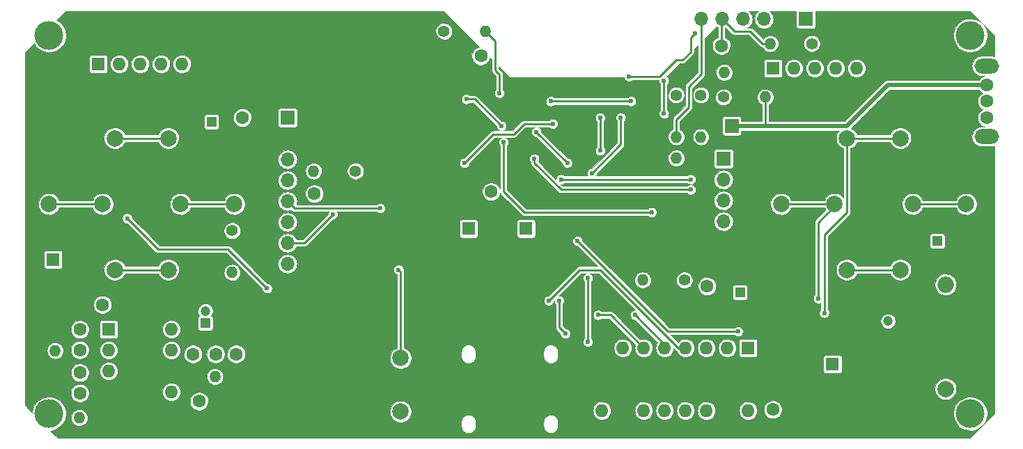
<source format=gbr>
G04 #@! TF.FileFunction,Copper,L2,Bot,Signal*
%FSLAX46Y46*%
G04 Gerber Fmt 4.6, Leading zero omitted, Abs format (unit mm)*
G04 Created by KiCad (PCBNEW 4.0.4-snap1-stable) date Wed Jun 19 19:26:08 2019*
%MOMM*%
%LPD*%
G01*
G04 APERTURE LIST*
%ADD10C,0.150000*%
%ADD11R,1.600000X1.600000*%
%ADD12C,1.600000*%
%ADD13R,1.700000X1.700000*%
%ADD14O,1.700000X1.700000*%
%ADD15R,1.200000X1.200000*%
%ADD16C,1.200000*%
%ADD17C,2.000000*%
%ADD18O,2.000000X2.000000*%
%ADD19O,3.000000X1.800000*%
%ADD20C,1.400000*%
%ADD21O,1.400000X1.400000*%
%ADD22O,1.600000X1.600000*%
%ADD23C,3.500000*%
%ADD24C,0.600000*%
%ADD25C,0.250000*%
%ADD26C,0.550000*%
%ADD27C,0.120000*%
G04 APERTURE END LIST*
D10*
D11*
X145000000Y-96500000D03*
D12*
X145000000Y-99000000D03*
X111500000Y-111750000D03*
X111500000Y-114250000D03*
D13*
X177000000Y-84000000D03*
X177000000Y-100000000D03*
X186000000Y-71000000D03*
D14*
X183460000Y-71000000D03*
X180920000Y-71000000D03*
X178380000Y-71000000D03*
X175840000Y-71000000D03*
X173300000Y-71000000D03*
D11*
X152000000Y-96500000D03*
D12*
X152000000Y-99000000D03*
D15*
X197500000Y-107750000D03*
D16*
X196000000Y-107750000D03*
D12*
X145250000Y-92000000D03*
X147750000Y-92000000D03*
D15*
X202000000Y-98000000D03*
D16*
X203500000Y-98000000D03*
D17*
X203000000Y-116000000D03*
D18*
X203000000Y-103300000D03*
D19*
X208000000Y-85300000D03*
X208000000Y-76700000D03*
D12*
X208000000Y-83000000D03*
X208000000Y-79000000D03*
X208000000Y-81000000D03*
D20*
X186750000Y-74000000D03*
D21*
X181670000Y-74000000D03*
D12*
X178250000Y-74250000D03*
X175750000Y-74250000D03*
D20*
X171000000Y-77500000D03*
D21*
X176080000Y-77500000D03*
D20*
X176000000Y-80500000D03*
D21*
X181080000Y-80500000D03*
D20*
X142000000Y-72500000D03*
D21*
X147080000Y-72500000D03*
D11*
X189250000Y-113000000D03*
D12*
X189250000Y-115500000D03*
X117500000Y-85500000D03*
X117500000Y-83000000D03*
D20*
X170250000Y-93000000D03*
D21*
X170250000Y-87920000D03*
D20*
X173250000Y-80250000D03*
D21*
X173250000Y-85330000D03*
D20*
X170250000Y-80250000D03*
D21*
X170250000Y-85330000D03*
D12*
X144000000Y-75500000D03*
X146500000Y-75500000D03*
D15*
X178000000Y-104250000D03*
D16*
X178000000Y-105750000D03*
D12*
X174000000Y-106000000D03*
X174000000Y-103500000D03*
D20*
X171250000Y-102750000D03*
D21*
X166170000Y-102750000D03*
D12*
X97750000Y-108750000D03*
X97750000Y-111250000D03*
D20*
X94750000Y-106250000D03*
D21*
X94750000Y-111330000D03*
D11*
X94500000Y-100250000D03*
D12*
X97000000Y-100250000D03*
X98000000Y-105750000D03*
X100500000Y-105750000D03*
X97750000Y-114000000D03*
X97750000Y-116500000D03*
D20*
X102750000Y-119500000D03*
D21*
X97670000Y-119500000D03*
D12*
X114750000Y-117500000D03*
X112250000Y-117500000D03*
D20*
X119250000Y-114500000D03*
D21*
X114170000Y-114500000D03*
D12*
X114250000Y-111750000D03*
X116750000Y-111750000D03*
D15*
X113000000Y-108000000D03*
D16*
X113000000Y-106500000D03*
D11*
X101250000Y-108750000D03*
D22*
X108870000Y-116370000D03*
X101250000Y-111290000D03*
X108870000Y-113830000D03*
X101250000Y-113830000D03*
X108870000Y-111290000D03*
X101250000Y-116370000D03*
X108870000Y-108750000D03*
D13*
X176000000Y-88000000D03*
D14*
X176000000Y-90540000D03*
X176000000Y-93080000D03*
X176000000Y-95620000D03*
D11*
X100000000Y-76500000D03*
D22*
X102540000Y-76500000D03*
X105080000Y-76500000D03*
X107620000Y-76500000D03*
X110160000Y-76500000D03*
D11*
X182000000Y-77000000D03*
D22*
X184540000Y-77000000D03*
X187080000Y-77000000D03*
X189620000Y-77000000D03*
X192160000Y-77000000D03*
D17*
X102000000Y-85500000D03*
X102000000Y-81000000D03*
X108500000Y-85500000D03*
X108500000Y-81000000D03*
X110000000Y-93500000D03*
X110000000Y-89000000D03*
X116500000Y-93500000D03*
X116500000Y-89000000D03*
X94000000Y-93500000D03*
X94000000Y-89000000D03*
X100500000Y-93500000D03*
X100500000Y-89000000D03*
X102000000Y-101500000D03*
X102000000Y-97000000D03*
X108500000Y-101500000D03*
X108500000Y-97000000D03*
X191000000Y-101500000D03*
X191000000Y-97000000D03*
X197500000Y-101500000D03*
X197500000Y-97000000D03*
X199000000Y-93500000D03*
X199000000Y-89000000D03*
X205500000Y-93500000D03*
X205500000Y-89000000D03*
X191000000Y-85500000D03*
X191000000Y-81000000D03*
X197500000Y-85500000D03*
X197500000Y-81000000D03*
X183000000Y-93500000D03*
X183000000Y-89000000D03*
X189500000Y-93500000D03*
X189500000Y-89000000D03*
X136750000Y-118750000D03*
X132250000Y-118750000D03*
X136750000Y-112250000D03*
X132250000Y-112250000D03*
D12*
X184500000Y-118500000D03*
X182000000Y-118500000D03*
D11*
X179000000Y-111000000D03*
D22*
X161220000Y-118620000D03*
X176460000Y-111000000D03*
X163760000Y-118620000D03*
X173920000Y-111000000D03*
X166300000Y-118620000D03*
X171380000Y-111000000D03*
X168840000Y-118620000D03*
X168840000Y-111000000D03*
X171380000Y-118620000D03*
X166300000Y-111000000D03*
X173920000Y-118620000D03*
X163760000Y-111000000D03*
X176460000Y-118620000D03*
X161220000Y-111000000D03*
X179000000Y-118620000D03*
D20*
X116250000Y-96750000D03*
D21*
X116250000Y-101830000D03*
D20*
X131250000Y-89500000D03*
D21*
X126170000Y-89500000D03*
D12*
X128750000Y-92250000D03*
X126250000Y-92250000D03*
D15*
X113750000Y-83500000D03*
D16*
X113750000Y-85000000D03*
D13*
X123000000Y-83000000D03*
D14*
X123000000Y-85540000D03*
X123000000Y-88080000D03*
X123000000Y-90620000D03*
X123000000Y-93160000D03*
X123000000Y-95700000D03*
X123000000Y-98240000D03*
X123000000Y-100780000D03*
D23*
X94000000Y-73000000D03*
X94000000Y-119000000D03*
X206000000Y-73000000D03*
X206000000Y-119000000D03*
D24*
X167000000Y-93000000D03*
X165000000Y-100000000D03*
X161013504Y-86999635D03*
X161000000Y-83000000D03*
X168750000Y-82500000D03*
X168750000Y-78500000D03*
X172500000Y-72750000D03*
X164500000Y-78000000D03*
X134250000Y-94000000D03*
X136500000Y-101500000D03*
X144500000Y-88500000D03*
X155250000Y-83750000D03*
X155000000Y-81000000D03*
X164750000Y-81000000D03*
X148750000Y-80000000D03*
X153000000Y-88000000D03*
X172000000Y-91750000D03*
X156250000Y-90500000D03*
X172000000Y-90500000D03*
X128500000Y-94750000D03*
X149250000Y-86000000D03*
X167250000Y-94500000D03*
X156000000Y-105250000D03*
X156750000Y-109250000D03*
X103500000Y-95250000D03*
X120500000Y-103750000D03*
X154750000Y-105250000D03*
X165250000Y-107000000D03*
X160750000Y-107000000D03*
X188250000Y-106750000D03*
X187500000Y-105000000D03*
X144750000Y-80750000D03*
X149000000Y-84000000D03*
X177750000Y-109000000D03*
X158250000Y-98000000D03*
X157000000Y-88500000D03*
X153250000Y-84750000D03*
X163500000Y-83000000D03*
X160000000Y-89750000D03*
X159500000Y-102500000D03*
X159500000Y-110250000D03*
D25*
X161013504Y-86999635D02*
X161000000Y-83000000D01*
X168750000Y-78500000D02*
X168750000Y-82500000D01*
X181420000Y-74000000D02*
X180750000Y-74000000D01*
X180750000Y-74000000D02*
X179250000Y-72500000D01*
X179250000Y-72500000D02*
X177340000Y-72500000D01*
X177340000Y-72500000D02*
X175840000Y-71000000D01*
X172000000Y-73250000D02*
X172000000Y-75000000D01*
X172500000Y-72750000D02*
X172000000Y-73250000D01*
X175750000Y-74250000D02*
X175750000Y-71090000D01*
X175750000Y-71090000D02*
X175840000Y-71000000D01*
X168250000Y-78000000D02*
X164500000Y-78000000D01*
X170250000Y-76000000D02*
X168250000Y-78000000D01*
X171000000Y-76000000D02*
X170250000Y-76000000D01*
X172000000Y-75000000D02*
X171000000Y-76000000D01*
X175830000Y-71010000D02*
X175840000Y-71000000D01*
X123840000Y-94000000D02*
X123000000Y-93160000D01*
X134250000Y-94000000D02*
X123840000Y-94000000D01*
X136750000Y-101750000D02*
X136750000Y-112250000D01*
X136500000Y-101500000D02*
X136750000Y-101750000D01*
X148000000Y-85000000D02*
X144500000Y-88500000D01*
X150500000Y-85000000D02*
X148000000Y-85000000D01*
X151750000Y-83750000D02*
X150500000Y-85000000D01*
X155250000Y-83750000D02*
X151750000Y-83750000D01*
X170250000Y-85330000D02*
X170250000Y-83250000D01*
X173300000Y-77700000D02*
X173300000Y-71000000D01*
X171750000Y-79250000D02*
X173300000Y-77700000D01*
X171750000Y-81750000D02*
X171750000Y-79250000D01*
X170250000Y-83250000D02*
X171750000Y-81750000D01*
D26*
X196000000Y-79000000D02*
X200000000Y-79000000D01*
X200000000Y-79000000D02*
X208000000Y-79000000D01*
X191000000Y-84000000D02*
X196000000Y-79000000D01*
X191000000Y-84000000D02*
X181080000Y-84000000D01*
D25*
X181080000Y-80500000D02*
X181080000Y-84000000D01*
D26*
X177000000Y-84000000D02*
X181080000Y-84000000D01*
D25*
X164750000Y-81000000D02*
X155000000Y-81000000D01*
X148250000Y-73670000D02*
X147080000Y-72500000D01*
X148250000Y-77250000D02*
X148250000Y-73670000D01*
X148750000Y-77750000D02*
X148250000Y-77250000D01*
X148750000Y-80000000D02*
X148750000Y-77750000D01*
X153000000Y-88500000D02*
X153000000Y-88000000D01*
X156250000Y-91750000D02*
X153000000Y-88500000D01*
X172000000Y-91750000D02*
X156250000Y-91750000D01*
X172000000Y-90500000D02*
X156250000Y-90500000D01*
X125010000Y-98240000D02*
X123000000Y-98240000D01*
X128500000Y-94750000D02*
X125010000Y-98240000D01*
X149250000Y-92000000D02*
X149250000Y-86000000D01*
X151750000Y-94500000D02*
X149250000Y-92000000D01*
X167250000Y-94500000D02*
X151750000Y-94500000D01*
X156000000Y-108500000D02*
X156000000Y-105250000D01*
X156750000Y-109250000D02*
X156000000Y-108500000D01*
X107250000Y-99000000D02*
X103500000Y-95250000D01*
X115750000Y-99000000D02*
X107250000Y-99000000D01*
X120500000Y-103750000D02*
X115750000Y-99000000D01*
X102000000Y-85500000D02*
X108500000Y-85500000D01*
X170500000Y-111000000D02*
X161000000Y-101500000D01*
X161000000Y-101500000D02*
X158500000Y-101500000D01*
X158500000Y-101500000D02*
X154750000Y-105250000D01*
X171380000Y-111000000D02*
X170500000Y-111000000D01*
X110000000Y-93500000D02*
X116500000Y-93500000D01*
X168840000Y-111000000D02*
X168840000Y-110590000D01*
X168840000Y-110590000D02*
X165250000Y-107000000D01*
X94000000Y-93500000D02*
X100500000Y-93500000D01*
X102000000Y-101500000D02*
X108500000Y-101500000D01*
X162300000Y-107000000D02*
X160750000Y-107000000D01*
X166300000Y-111000000D02*
X162300000Y-107000000D01*
X191000000Y-101500000D02*
X197500000Y-101500000D01*
X199000000Y-93500000D02*
X205500000Y-93500000D01*
X191000000Y-94500000D02*
X191000000Y-85500000D01*
X188250000Y-97250000D02*
X191000000Y-94500000D01*
X188250000Y-106750000D02*
X188250000Y-97250000D01*
X191000000Y-85500000D02*
X197500000Y-85500000D01*
X183000000Y-93500000D02*
X189500000Y-93500000D01*
X187500000Y-95750000D02*
X189500000Y-93750000D01*
X187500000Y-105000000D02*
X187500000Y-95750000D01*
X189500000Y-93750000D02*
X189500000Y-93500000D01*
X145750000Y-80750000D02*
X144750000Y-80750000D01*
X149000000Y-84000000D02*
X145750000Y-80750000D01*
X169250000Y-109000000D02*
X177750000Y-109000000D01*
X158250000Y-98000000D02*
X169250000Y-109000000D01*
X153250000Y-84750000D02*
X157000000Y-88500000D01*
X163500000Y-86250000D02*
X163500000Y-83000000D01*
X160000000Y-89750000D02*
X163500000Y-86250000D01*
X159500000Y-110250000D02*
X159500000Y-102500000D01*
D27*
G36*
X146319513Y-74404365D02*
X146185085Y-74430009D01*
X145983253Y-74511554D01*
X145801104Y-74630749D01*
X145645576Y-74783053D01*
X145522593Y-74962666D01*
X145436839Y-75162745D01*
X145391580Y-75375671D01*
X145388541Y-75593332D01*
X145427837Y-75807438D01*
X145507971Y-76009834D01*
X145625891Y-76192810D01*
X145777106Y-76349398D01*
X145955855Y-76473632D01*
X146155331Y-76560781D01*
X146367936Y-76607525D01*
X146585570Y-76612084D01*
X146799945Y-76574284D01*
X147002896Y-76495564D01*
X147186691Y-76378924D01*
X147344330Y-76228806D01*
X147469809Y-76050928D01*
X147558349Y-75852066D01*
X147597017Y-75681869D01*
X147815000Y-75899852D01*
X147815000Y-77250000D01*
X147818915Y-77289927D01*
X147822423Y-77330018D01*
X147823062Y-77332217D01*
X147823285Y-77334492D01*
X147834891Y-77372936D01*
X147846108Y-77411545D01*
X147847161Y-77413576D01*
X147847822Y-77415766D01*
X147866683Y-77451238D01*
X147885178Y-77486918D01*
X147886606Y-77488707D01*
X147887679Y-77490725D01*
X147913039Y-77521819D01*
X147938143Y-77553267D01*
X147941283Y-77556449D01*
X147941337Y-77556516D01*
X147941399Y-77556567D01*
X147942409Y-77557591D01*
X148315000Y-77930183D01*
X148315000Y-79572170D01*
X148280452Y-79606002D01*
X148212866Y-79704708D01*
X148165740Y-79814662D01*
X148140868Y-79931675D01*
X148139198Y-80051291D01*
X148160793Y-80168952D01*
X148204830Y-80280179D01*
X148269634Y-80380734D01*
X148352734Y-80466786D01*
X148450965Y-80535059D01*
X148560587Y-80582952D01*
X148677424Y-80608640D01*
X148797025Y-80611145D01*
X148914835Y-80590372D01*
X149026366Y-80547112D01*
X149127371Y-80483013D01*
X149214002Y-80400515D01*
X149282959Y-80302763D01*
X149331615Y-80193478D01*
X149358119Y-80076823D01*
X149360027Y-79940186D01*
X149336791Y-79822837D01*
X149291204Y-79712236D01*
X149225004Y-79612596D01*
X149185000Y-79572312D01*
X149185000Y-77750000D01*
X149181085Y-77710073D01*
X149177577Y-77669982D01*
X149176938Y-77667783D01*
X149176715Y-77665508D01*
X149165109Y-77627064D01*
X149153892Y-77588455D01*
X149152839Y-77586424D01*
X149152178Y-77584234D01*
X149133306Y-77548741D01*
X149114822Y-77513083D01*
X149113396Y-77511296D01*
X149112321Y-77509275D01*
X149086943Y-77478159D01*
X149061857Y-77446733D01*
X149058714Y-77443546D01*
X149058663Y-77443484D01*
X149058605Y-77443436D01*
X149057592Y-77442409D01*
X148685000Y-77069818D01*
X148685000Y-76769852D01*
X149957574Y-78042426D01*
X149971073Y-78052566D01*
X149986863Y-78058544D01*
X150000000Y-78060000D01*
X163890796Y-78060000D01*
X163910793Y-78168952D01*
X163954830Y-78280179D01*
X164019634Y-78380734D01*
X164102734Y-78466786D01*
X164200965Y-78535059D01*
X164310587Y-78582952D01*
X164427424Y-78608640D01*
X164547025Y-78611145D01*
X164664835Y-78590372D01*
X164776366Y-78547112D01*
X164877371Y-78483013D01*
X164927789Y-78435000D01*
X168140822Y-78435000D01*
X168139198Y-78551291D01*
X168160793Y-78668952D01*
X168204830Y-78780179D01*
X168269634Y-78880734D01*
X168315000Y-78927712D01*
X168315000Y-82072170D01*
X168280452Y-82106002D01*
X168212866Y-82204708D01*
X168165740Y-82314662D01*
X168140868Y-82431675D01*
X168139198Y-82551291D01*
X168160793Y-82668952D01*
X168204830Y-82780179D01*
X168269634Y-82880734D01*
X168352734Y-82966786D01*
X168450965Y-83035059D01*
X168560587Y-83082952D01*
X168677424Y-83108640D01*
X168797025Y-83111145D01*
X168914835Y-83090372D01*
X169026366Y-83047112D01*
X169127371Y-82983013D01*
X169214002Y-82900515D01*
X169282959Y-82802763D01*
X169331615Y-82693478D01*
X169358119Y-82576823D01*
X169360027Y-82440186D01*
X169336791Y-82322837D01*
X169291204Y-82212236D01*
X169225004Y-82112596D01*
X169185000Y-82072312D01*
X169185000Y-80334924D01*
X169238672Y-80334924D01*
X169274428Y-80529741D01*
X169347343Y-80713903D01*
X169454640Y-80880395D01*
X169592232Y-81022875D01*
X169754878Y-81135917D01*
X169936383Y-81215215D01*
X170129833Y-81257748D01*
X170327861Y-81261896D01*
X170522923Y-81227501D01*
X170707590Y-81155874D01*
X170874827Y-81049742D01*
X171018264Y-80913148D01*
X171132439Y-80751295D01*
X171213002Y-80570348D01*
X171256884Y-80377199D01*
X171260043Y-80150964D01*
X171221571Y-79956665D01*
X171146092Y-79773539D01*
X171036481Y-79608562D01*
X170896913Y-79468016D01*
X170732705Y-79357256D01*
X170550110Y-79280500D01*
X170356085Y-79240673D01*
X170158018Y-79239290D01*
X169963455Y-79276405D01*
X169779807Y-79350604D01*
X169614068Y-79459060D01*
X169472551Y-79597643D01*
X169360648Y-79761074D01*
X169282619Y-79943129D01*
X169241438Y-80136872D01*
X169238672Y-80334924D01*
X169185000Y-80334924D01*
X169185000Y-78928133D01*
X169214002Y-78900515D01*
X169282959Y-78802763D01*
X169331615Y-78693478D01*
X169358119Y-78576823D01*
X169360027Y-78440186D01*
X169336791Y-78322837D01*
X169291204Y-78212236D01*
X169225004Y-78112596D01*
X169140710Y-78027712D01*
X169090803Y-77994049D01*
X170649852Y-76435000D01*
X171000000Y-76435000D01*
X171039927Y-76431085D01*
X171080018Y-76427577D01*
X171082217Y-76426938D01*
X171084492Y-76426715D01*
X171122936Y-76415109D01*
X171161545Y-76403892D01*
X171163576Y-76402839D01*
X171165766Y-76402178D01*
X171201238Y-76383317D01*
X171236918Y-76364822D01*
X171238707Y-76363394D01*
X171240725Y-76362321D01*
X171271819Y-76336961D01*
X171303267Y-76311857D01*
X171306449Y-76308717D01*
X171306516Y-76308663D01*
X171306567Y-76308601D01*
X171307591Y-76307591D01*
X172307592Y-75307591D01*
X172333069Y-75276574D01*
X172358924Y-75245761D01*
X172360027Y-75243754D01*
X172361478Y-75241988D01*
X172380458Y-75206592D01*
X172399824Y-75171365D01*
X172400516Y-75169185D01*
X172401597Y-75167168D01*
X172413350Y-75128727D01*
X172425494Y-75090442D01*
X172425749Y-75088169D01*
X172426418Y-75085981D01*
X172430480Y-75045991D01*
X172434958Y-75006074D01*
X172434989Y-75001608D01*
X172434998Y-75001518D01*
X172434990Y-75001434D01*
X172435000Y-75000000D01*
X172435000Y-74649852D01*
X172865000Y-74219852D01*
X172865000Y-77519818D01*
X171442409Y-78942409D01*
X171416956Y-78973396D01*
X171391076Y-79004239D01*
X171389973Y-79006246D01*
X171388522Y-79008012D01*
X171369532Y-79043427D01*
X171350176Y-79078635D01*
X171349485Y-79080813D01*
X171348403Y-79082831D01*
X171336646Y-79121287D01*
X171324506Y-79159558D01*
X171324251Y-79161830D01*
X171323582Y-79164019D01*
X171319525Y-79203964D01*
X171315042Y-79243926D01*
X171315011Y-79248403D01*
X171315003Y-79248482D01*
X171315010Y-79248556D01*
X171315000Y-79250000D01*
X171315000Y-81569817D01*
X169942409Y-82942409D01*
X169916956Y-82973396D01*
X169891076Y-83004239D01*
X169889973Y-83006246D01*
X169888522Y-83008012D01*
X169869532Y-83043427D01*
X169850176Y-83078635D01*
X169849485Y-83080813D01*
X169848403Y-83082831D01*
X169836646Y-83121287D01*
X169824506Y-83159558D01*
X169824251Y-83161830D01*
X169823582Y-83164019D01*
X169819525Y-83203964D01*
X169815042Y-83243926D01*
X169815011Y-83248403D01*
X169815003Y-83248482D01*
X169815010Y-83248556D01*
X169815000Y-83250000D01*
X169815000Y-84418271D01*
X169696961Y-84479981D01*
X169543340Y-84603496D01*
X169416635Y-84754496D01*
X169321673Y-84927232D01*
X169262071Y-85115122D01*
X169240098Y-85311011D01*
X169240000Y-85325113D01*
X169240000Y-85334887D01*
X169259235Y-85531064D01*
X169316209Y-85719768D01*
X169408750Y-85893812D01*
X169533334Y-86046568D01*
X169685215Y-86172215D01*
X169858609Y-86265969D01*
X170046911Y-86324258D01*
X170242949Y-86344862D01*
X170439255Y-86326997D01*
X170628353Y-86271343D01*
X170803039Y-86180019D01*
X170956660Y-86056504D01*
X171083365Y-85905504D01*
X171178327Y-85732768D01*
X171237929Y-85544878D01*
X171259902Y-85348989D01*
X171260000Y-85334887D01*
X171260000Y-85325113D01*
X172240000Y-85325113D01*
X172240000Y-85334887D01*
X172259235Y-85531064D01*
X172316209Y-85719768D01*
X172408750Y-85893812D01*
X172533334Y-86046568D01*
X172685215Y-86172215D01*
X172858609Y-86265969D01*
X173046911Y-86324258D01*
X173242949Y-86344862D01*
X173439255Y-86326997D01*
X173628353Y-86271343D01*
X173803039Y-86180019D01*
X173956660Y-86056504D01*
X174083365Y-85905504D01*
X174178327Y-85732768D01*
X174237929Y-85544878D01*
X174259902Y-85348989D01*
X174260000Y-85334887D01*
X174260000Y-85325113D01*
X174240765Y-85128936D01*
X174183791Y-84940232D01*
X174091250Y-84766188D01*
X173966666Y-84613432D01*
X173814785Y-84487785D01*
X173641391Y-84394031D01*
X173453089Y-84335742D01*
X173257051Y-84315138D01*
X173060745Y-84333003D01*
X172871647Y-84388657D01*
X172696961Y-84479981D01*
X172543340Y-84603496D01*
X172416635Y-84754496D01*
X172321673Y-84927232D01*
X172262071Y-85115122D01*
X172240098Y-85311011D01*
X172240000Y-85325113D01*
X171260000Y-85325113D01*
X171240765Y-85128936D01*
X171183791Y-84940232D01*
X171091250Y-84766188D01*
X170966666Y-84613432D01*
X170814785Y-84487785D01*
X170685000Y-84417610D01*
X170685000Y-83430182D01*
X172057591Y-82057592D01*
X172083065Y-82026580D01*
X172108924Y-81995761D01*
X172110027Y-81993754D01*
X172111478Y-81991988D01*
X172130468Y-81956573D01*
X172149824Y-81921365D01*
X172150515Y-81919187D01*
X172151597Y-81917169D01*
X172163358Y-81878700D01*
X172175494Y-81840442D01*
X172175749Y-81838171D01*
X172176418Y-81835982D01*
X172180476Y-81796031D01*
X172184958Y-81756074D01*
X172184989Y-81751597D01*
X172184997Y-81751518D01*
X172184990Y-81751444D01*
X172185000Y-81750000D01*
X172185000Y-80334924D01*
X172238672Y-80334924D01*
X172274428Y-80529741D01*
X172347343Y-80713903D01*
X172454640Y-80880395D01*
X172592232Y-81022875D01*
X172754878Y-81135917D01*
X172936383Y-81215215D01*
X173129833Y-81257748D01*
X173327861Y-81261896D01*
X173522923Y-81227501D01*
X173707590Y-81155874D01*
X173874827Y-81049742D01*
X174018264Y-80913148D01*
X174132439Y-80751295D01*
X174206512Y-80584924D01*
X174988672Y-80584924D01*
X175024428Y-80779741D01*
X175097343Y-80963903D01*
X175204640Y-81130395D01*
X175342232Y-81272875D01*
X175504878Y-81385917D01*
X175686383Y-81465215D01*
X175879833Y-81507748D01*
X176077861Y-81511896D01*
X176272923Y-81477501D01*
X176457590Y-81405874D01*
X176624827Y-81299742D01*
X176768264Y-81163148D01*
X176882439Y-81001295D01*
X176963002Y-80820348D01*
X177006884Y-80627199D01*
X177010043Y-80400964D01*
X176971571Y-80206665D01*
X176896092Y-80023539D01*
X176786481Y-79858562D01*
X176646913Y-79718016D01*
X176482705Y-79607256D01*
X176300110Y-79530500D01*
X176106085Y-79490673D01*
X175908018Y-79489290D01*
X175713455Y-79526405D01*
X175529807Y-79600604D01*
X175364068Y-79709060D01*
X175222551Y-79847643D01*
X175110648Y-80011074D01*
X175032619Y-80193129D01*
X174991438Y-80386872D01*
X174988672Y-80584924D01*
X174206512Y-80584924D01*
X174213002Y-80570348D01*
X174256884Y-80377199D01*
X174260043Y-80150964D01*
X174221571Y-79956665D01*
X174146092Y-79773539D01*
X174036481Y-79608562D01*
X173896913Y-79468016D01*
X173732705Y-79357256D01*
X173550110Y-79280500D01*
X173356085Y-79240673D01*
X173158018Y-79239290D01*
X172963455Y-79276405D01*
X172779807Y-79350604D01*
X172614068Y-79459060D01*
X172472551Y-79597643D01*
X172360648Y-79761074D01*
X172282619Y-79943129D01*
X172241438Y-80136872D01*
X172238672Y-80334924D01*
X172185000Y-80334924D01*
X172185000Y-79430182D01*
X173607591Y-78007591D01*
X173633044Y-77976604D01*
X173658924Y-77945761D01*
X173660027Y-77943754D01*
X173661478Y-77941988D01*
X173680468Y-77906573D01*
X173699824Y-77871365D01*
X173700515Y-77869187D01*
X173701597Y-77867169D01*
X173713354Y-77828713D01*
X173725494Y-77790442D01*
X173725749Y-77788170D01*
X173726418Y-77785981D01*
X173730475Y-77746036D01*
X173734958Y-77706074D01*
X173734989Y-77701597D01*
X173734997Y-77701518D01*
X173734990Y-77701444D01*
X173735000Y-77700000D01*
X173735000Y-77492949D01*
X175065138Y-77492949D01*
X175083003Y-77689255D01*
X175138657Y-77878353D01*
X175229981Y-78053039D01*
X175353496Y-78206660D01*
X175504496Y-78333365D01*
X175677232Y-78428327D01*
X175865122Y-78487929D01*
X176061011Y-78509902D01*
X176075113Y-78510000D01*
X176084887Y-78510000D01*
X176281064Y-78490765D01*
X176469768Y-78433791D01*
X176643812Y-78341250D01*
X176796568Y-78216666D01*
X176922215Y-78064785D01*
X177015969Y-77891391D01*
X177074258Y-77703089D01*
X177094862Y-77507051D01*
X177076997Y-77310745D01*
X177021343Y-77121647D01*
X176930019Y-76946961D01*
X176806504Y-76793340D01*
X176655504Y-76666635D01*
X176482768Y-76571673D01*
X176294878Y-76512071D01*
X176098989Y-76490098D01*
X176084887Y-76490000D01*
X176075113Y-76490000D01*
X175878936Y-76509235D01*
X175690232Y-76566209D01*
X175516188Y-76658750D01*
X175363432Y-76783334D01*
X175237785Y-76935215D01*
X175144031Y-77108609D01*
X175085742Y-77296911D01*
X175065138Y-77492949D01*
X173735000Y-77492949D01*
X173735000Y-76200000D01*
X180888501Y-76200000D01*
X180888501Y-77800000D01*
X180892438Y-77849366D01*
X180918367Y-77933097D01*
X180966597Y-78006288D01*
X181033308Y-78063145D01*
X181113218Y-78099166D01*
X181200000Y-78111499D01*
X182800000Y-78111499D01*
X182849366Y-78107562D01*
X182933097Y-78081633D01*
X183006288Y-78033403D01*
X183063145Y-77966692D01*
X183099166Y-77886782D01*
X183111499Y-77800000D01*
X183111499Y-76992251D01*
X183424656Y-76992251D01*
X183444290Y-77207993D01*
X183505455Y-77415813D01*
X183605821Y-77607795D01*
X183741564Y-77776626D01*
X183907516Y-77915876D01*
X184097353Y-78020240D01*
X184303847Y-78085744D01*
X184519131Y-78109892D01*
X184534629Y-78110000D01*
X184545371Y-78110000D01*
X184760971Y-78088860D01*
X184968359Y-78026246D01*
X185159636Y-77924543D01*
X185327515Y-77787624D01*
X185465603Y-77620704D01*
X185568639Y-77430142D01*
X185632700Y-77223196D01*
X185655344Y-77007749D01*
X185653934Y-76992251D01*
X185964656Y-76992251D01*
X185984290Y-77207993D01*
X186045455Y-77415813D01*
X186145821Y-77607795D01*
X186281564Y-77776626D01*
X186447516Y-77915876D01*
X186637353Y-78020240D01*
X186843847Y-78085744D01*
X187059131Y-78109892D01*
X187074629Y-78110000D01*
X187085371Y-78110000D01*
X187300971Y-78088860D01*
X187508359Y-78026246D01*
X187699636Y-77924543D01*
X187867515Y-77787624D01*
X188005603Y-77620704D01*
X188108639Y-77430142D01*
X188172700Y-77223196D01*
X188195344Y-77007749D01*
X188193934Y-76992251D01*
X188504656Y-76992251D01*
X188524290Y-77207993D01*
X188585455Y-77415813D01*
X188685821Y-77607795D01*
X188821564Y-77776626D01*
X188987516Y-77915876D01*
X189177353Y-78020240D01*
X189383847Y-78085744D01*
X189599131Y-78109892D01*
X189614629Y-78110000D01*
X189625371Y-78110000D01*
X189840971Y-78088860D01*
X190048359Y-78026246D01*
X190239636Y-77924543D01*
X190407515Y-77787624D01*
X190545603Y-77620704D01*
X190648639Y-77430142D01*
X190712700Y-77223196D01*
X190735344Y-77007749D01*
X190733934Y-76992251D01*
X191044656Y-76992251D01*
X191064290Y-77207993D01*
X191125455Y-77415813D01*
X191225821Y-77607795D01*
X191361564Y-77776626D01*
X191527516Y-77915876D01*
X191717353Y-78020240D01*
X191923847Y-78085744D01*
X192139131Y-78109892D01*
X192154629Y-78110000D01*
X192165371Y-78110000D01*
X192380971Y-78088860D01*
X192588359Y-78026246D01*
X192779636Y-77924543D01*
X192947515Y-77787624D01*
X193085603Y-77620704D01*
X193188639Y-77430142D01*
X193252700Y-77223196D01*
X193275344Y-77007749D01*
X193255710Y-76792007D01*
X193194545Y-76584187D01*
X193094179Y-76392205D01*
X192958436Y-76223374D01*
X192792484Y-76084124D01*
X192602647Y-75979760D01*
X192396153Y-75914256D01*
X192180869Y-75890108D01*
X192165371Y-75890000D01*
X192154629Y-75890000D01*
X191939029Y-75911140D01*
X191731641Y-75973754D01*
X191540364Y-76075457D01*
X191372485Y-76212376D01*
X191234397Y-76379296D01*
X191131361Y-76569858D01*
X191067300Y-76776804D01*
X191044656Y-76992251D01*
X190733934Y-76992251D01*
X190715710Y-76792007D01*
X190654545Y-76584187D01*
X190554179Y-76392205D01*
X190418436Y-76223374D01*
X190252484Y-76084124D01*
X190062647Y-75979760D01*
X189856153Y-75914256D01*
X189640869Y-75890108D01*
X189625371Y-75890000D01*
X189614629Y-75890000D01*
X189399029Y-75911140D01*
X189191641Y-75973754D01*
X189000364Y-76075457D01*
X188832485Y-76212376D01*
X188694397Y-76379296D01*
X188591361Y-76569858D01*
X188527300Y-76776804D01*
X188504656Y-76992251D01*
X188193934Y-76992251D01*
X188175710Y-76792007D01*
X188114545Y-76584187D01*
X188014179Y-76392205D01*
X187878436Y-76223374D01*
X187712484Y-76084124D01*
X187522647Y-75979760D01*
X187316153Y-75914256D01*
X187100869Y-75890108D01*
X187085371Y-75890000D01*
X187074629Y-75890000D01*
X186859029Y-75911140D01*
X186651641Y-75973754D01*
X186460364Y-76075457D01*
X186292485Y-76212376D01*
X186154397Y-76379296D01*
X186051361Y-76569858D01*
X185987300Y-76776804D01*
X185964656Y-76992251D01*
X185653934Y-76992251D01*
X185635710Y-76792007D01*
X185574545Y-76584187D01*
X185474179Y-76392205D01*
X185338436Y-76223374D01*
X185172484Y-76084124D01*
X184982647Y-75979760D01*
X184776153Y-75914256D01*
X184560869Y-75890108D01*
X184545371Y-75890000D01*
X184534629Y-75890000D01*
X184319029Y-75911140D01*
X184111641Y-75973754D01*
X183920364Y-76075457D01*
X183752485Y-76212376D01*
X183614397Y-76379296D01*
X183511361Y-76569858D01*
X183447300Y-76776804D01*
X183424656Y-76992251D01*
X183111499Y-76992251D01*
X183111499Y-76200000D01*
X183107562Y-76150634D01*
X183081633Y-76066903D01*
X183033403Y-75993712D01*
X182966692Y-75936855D01*
X182886782Y-75900834D01*
X182800000Y-75888501D01*
X181200000Y-75888501D01*
X181150634Y-75892438D01*
X181066903Y-75918367D01*
X180993712Y-75966597D01*
X180936855Y-76033308D01*
X180900834Y-76113218D01*
X180888501Y-76200000D01*
X173735000Y-76200000D01*
X173735000Y-73349852D01*
X175150958Y-71933894D01*
X175191336Y-71967297D01*
X175315000Y-72034161D01*
X175315000Y-73228526D01*
X175233253Y-73261554D01*
X175051104Y-73380749D01*
X174895576Y-73533053D01*
X174772593Y-73712666D01*
X174686839Y-73912745D01*
X174641580Y-74125671D01*
X174638541Y-74343332D01*
X174677837Y-74557438D01*
X174757971Y-74759834D01*
X174875891Y-74942810D01*
X175027106Y-75099398D01*
X175205855Y-75223632D01*
X175405331Y-75310781D01*
X175617936Y-75357525D01*
X175835570Y-75362084D01*
X176049945Y-75324284D01*
X176252896Y-75245564D01*
X176436691Y-75128924D01*
X176594330Y-74978806D01*
X176719809Y-74800928D01*
X176808349Y-74602066D01*
X176856576Y-74389793D01*
X176860048Y-74141159D01*
X176817766Y-73927622D01*
X176734814Y-73726365D01*
X176614351Y-73545053D01*
X176460964Y-73390592D01*
X176280497Y-73268865D01*
X176185000Y-73228722D01*
X176185000Y-72107500D01*
X176274544Y-72081146D01*
X176295177Y-72070359D01*
X177032408Y-72807591D01*
X177063420Y-72833065D01*
X177094239Y-72858924D01*
X177096246Y-72860027D01*
X177098012Y-72861478D01*
X177133427Y-72880468D01*
X177168635Y-72899824D01*
X177170813Y-72900515D01*
X177172831Y-72901597D01*
X177211300Y-72913358D01*
X177249558Y-72925494D01*
X177251829Y-72925749D01*
X177254018Y-72926418D01*
X177293969Y-72930476D01*
X177333926Y-72934958D01*
X177338403Y-72934989D01*
X177338482Y-72934997D01*
X177338556Y-72934990D01*
X177340000Y-72935000D01*
X179069818Y-72935000D01*
X180442408Y-74307591D01*
X180473420Y-74333065D01*
X180504239Y-74358924D01*
X180506246Y-74360027D01*
X180508012Y-74361478D01*
X180543427Y-74380468D01*
X180578635Y-74399824D01*
X180580813Y-74400515D01*
X180582831Y-74401597D01*
X180621300Y-74413358D01*
X180659558Y-74425494D01*
X180661829Y-74425749D01*
X180664018Y-74426418D01*
X180703969Y-74430476D01*
X180743926Y-74434958D01*
X180748403Y-74434989D01*
X180748482Y-74434997D01*
X180748556Y-74434990D01*
X180750000Y-74435000D01*
X180758271Y-74435000D01*
X180819981Y-74553039D01*
X180943496Y-74706660D01*
X181094496Y-74833365D01*
X181267232Y-74928327D01*
X181455122Y-74987929D01*
X181651011Y-75009902D01*
X181665113Y-75010000D01*
X181674887Y-75010000D01*
X181871064Y-74990765D01*
X182059768Y-74933791D01*
X182233812Y-74841250D01*
X182386568Y-74716666D01*
X182512215Y-74564785D01*
X182605969Y-74391391D01*
X182664258Y-74203089D01*
X182676677Y-74084924D01*
X185738672Y-74084924D01*
X185774428Y-74279741D01*
X185847343Y-74463903D01*
X185954640Y-74630395D01*
X186092232Y-74772875D01*
X186254878Y-74885917D01*
X186436383Y-74965215D01*
X186629833Y-75007748D01*
X186827861Y-75011896D01*
X187022923Y-74977501D01*
X187207590Y-74905874D01*
X187374827Y-74799742D01*
X187518264Y-74663148D01*
X187632439Y-74501295D01*
X187713002Y-74320348D01*
X187756884Y-74127199D01*
X187760043Y-73900964D01*
X187721571Y-73706665D01*
X187646092Y-73523539D01*
X187536481Y-73358562D01*
X187396913Y-73218016D01*
X187330486Y-73173210D01*
X203937293Y-73173210D01*
X204010220Y-73570560D01*
X204158937Y-73946178D01*
X204377780Y-74285755D01*
X204658413Y-74576359D01*
X204990147Y-74806920D01*
X205360345Y-74968656D01*
X205754908Y-75055406D01*
X206158806Y-75063866D01*
X206556655Y-74993715D01*
X206933302Y-74847623D01*
X207274399Y-74631156D01*
X207566955Y-74352559D01*
X207799826Y-74022443D01*
X207964142Y-73653383D01*
X208053645Y-73259436D01*
X208060088Y-72798007D01*
X207981620Y-72401714D01*
X207827672Y-72028209D01*
X207604110Y-71691720D01*
X207319447Y-71405063D01*
X206984526Y-71179156D01*
X206612106Y-71022605D01*
X206216370Y-70941372D01*
X205812394Y-70938552D01*
X205415563Y-71014252D01*
X205040992Y-71165588D01*
X204702951Y-71386796D01*
X204414313Y-71669451D01*
X204186074Y-72002786D01*
X204026927Y-72374104D01*
X203942933Y-72769263D01*
X203937293Y-73173210D01*
X187330486Y-73173210D01*
X187232705Y-73107256D01*
X187050110Y-73030500D01*
X186856085Y-72990673D01*
X186658018Y-72989290D01*
X186463455Y-73026405D01*
X186279807Y-73100604D01*
X186114068Y-73209060D01*
X185972551Y-73347643D01*
X185860648Y-73511074D01*
X185782619Y-73693129D01*
X185741438Y-73886872D01*
X185738672Y-74084924D01*
X182676677Y-74084924D01*
X182684862Y-74007051D01*
X182666997Y-73810745D01*
X182611343Y-73621647D01*
X182520019Y-73446961D01*
X182396504Y-73293340D01*
X182245504Y-73166635D01*
X182072768Y-73071673D01*
X181884878Y-73012071D01*
X181688989Y-72990098D01*
X181674887Y-72990000D01*
X181665113Y-72990000D01*
X181468936Y-73009235D01*
X181280232Y-73066209D01*
X181106188Y-73158750D01*
X180953432Y-73283334D01*
X180827785Y-73435215D01*
X180818174Y-73452991D01*
X179557591Y-72192409D01*
X179526604Y-72166956D01*
X179495761Y-72141076D01*
X179493754Y-72139973D01*
X179491988Y-72138522D01*
X179456573Y-72119532D01*
X179421365Y-72100176D01*
X179419187Y-72099485D01*
X179417169Y-72098403D01*
X179378713Y-72086646D01*
X179340442Y-72074506D01*
X179338170Y-72074251D01*
X179335981Y-72073582D01*
X179296036Y-72069525D01*
X179256074Y-72065042D01*
X179251597Y-72065011D01*
X179251518Y-72065003D01*
X179251444Y-72065010D01*
X179250000Y-72065000D01*
X178845429Y-72065000D01*
X179015173Y-71976260D01*
X179191609Y-71834401D01*
X179337132Y-71660975D01*
X179446197Y-71462586D01*
X179514651Y-71246791D01*
X179539887Y-71021809D01*
X179540000Y-71005613D01*
X179540000Y-70994387D01*
X179517908Y-70769075D01*
X179452473Y-70552345D01*
X179346189Y-70352453D01*
X179203102Y-70177011D01*
X179061660Y-70060000D01*
X180239729Y-70060000D01*
X180108391Y-70165599D01*
X179962868Y-70339025D01*
X179853803Y-70537414D01*
X179785349Y-70753209D01*
X179760113Y-70978191D01*
X179760000Y-70994387D01*
X179760000Y-71005613D01*
X179782092Y-71230925D01*
X179847527Y-71447655D01*
X179953811Y-71647547D01*
X180096898Y-71822989D01*
X180271336Y-71967297D01*
X180470482Y-72074974D01*
X180686750Y-72141920D01*
X180911902Y-72165585D01*
X181137362Y-72145066D01*
X181354544Y-72081146D01*
X181555173Y-71976260D01*
X181731609Y-71834401D01*
X181877132Y-71660975D01*
X181986197Y-71462586D01*
X182054651Y-71246791D01*
X182079887Y-71021809D01*
X182080000Y-71005613D01*
X182080000Y-70994387D01*
X182057908Y-70769075D01*
X181992473Y-70552345D01*
X181886189Y-70352453D01*
X181743102Y-70177011D01*
X181601660Y-70060000D01*
X184852285Y-70060000D01*
X184850834Y-70063218D01*
X184838501Y-70150000D01*
X184838501Y-71850000D01*
X184842438Y-71899366D01*
X184868367Y-71983097D01*
X184916597Y-72056288D01*
X184983308Y-72113145D01*
X185063218Y-72149166D01*
X185150000Y-72161499D01*
X186850000Y-72161499D01*
X186899366Y-72157562D01*
X186983097Y-72131633D01*
X187056288Y-72083403D01*
X187113145Y-72016692D01*
X187149166Y-71936782D01*
X187161499Y-71850000D01*
X187161499Y-70150000D01*
X187157562Y-70100634D01*
X187144979Y-70060000D01*
X205975148Y-70060000D01*
X208940000Y-73024852D01*
X208940000Y-75541714D01*
X208860331Y-75516441D01*
X208625652Y-75490118D01*
X208608758Y-75490000D01*
X207391242Y-75490000D01*
X207156218Y-75513044D01*
X206930147Y-75581299D01*
X206721638Y-75692165D01*
X206538635Y-75841419D01*
X206388107Y-76023377D01*
X206275788Y-76231106D01*
X206205956Y-76456696D01*
X206181271Y-76691553D01*
X206202674Y-76926731D01*
X206269350Y-77153274D01*
X206378757Y-77362552D01*
X206526730Y-77546593D01*
X206707632Y-77698387D01*
X206914572Y-77812154D01*
X207139669Y-77883559D01*
X207374348Y-77909882D01*
X207391242Y-77910000D01*
X207789975Y-77910000D01*
X207685085Y-77930009D01*
X207483253Y-78011554D01*
X207301104Y-78130749D01*
X207145576Y-78283053D01*
X207055230Y-78415000D01*
X196000000Y-78415000D01*
X195946198Y-78420275D01*
X195892389Y-78424983D01*
X195889437Y-78425841D01*
X195886373Y-78426141D01*
X195834626Y-78441765D01*
X195782750Y-78456836D01*
X195780018Y-78458252D01*
X195777074Y-78459141D01*
X195729362Y-78484510D01*
X195681386Y-78509378D01*
X195678983Y-78511297D01*
X195676266Y-78512741D01*
X195634377Y-78546905D01*
X195592159Y-78580607D01*
X195587878Y-78584829D01*
X195587789Y-78584901D01*
X195587721Y-78584983D01*
X195586343Y-78586342D01*
X190757686Y-83415000D01*
X181515000Y-83415000D01*
X181515000Y-81409741D01*
X181643812Y-81341250D01*
X181796568Y-81216666D01*
X181922215Y-81064785D01*
X182015969Y-80891391D01*
X182074258Y-80703089D01*
X182094862Y-80507051D01*
X182076997Y-80310745D01*
X182021343Y-80121647D01*
X181930019Y-79946961D01*
X181806504Y-79793340D01*
X181655504Y-79666635D01*
X181482768Y-79571673D01*
X181294878Y-79512071D01*
X181098989Y-79490098D01*
X181084887Y-79490000D01*
X181075113Y-79490000D01*
X180878936Y-79509235D01*
X180690232Y-79566209D01*
X180516188Y-79658750D01*
X180363432Y-79783334D01*
X180237785Y-79935215D01*
X180144031Y-80108609D01*
X180085742Y-80296911D01*
X180065138Y-80492949D01*
X180083003Y-80689255D01*
X180138657Y-80878353D01*
X180229981Y-81053039D01*
X180353496Y-81206660D01*
X180504496Y-81333365D01*
X180645000Y-81410607D01*
X180645000Y-83415000D01*
X178161499Y-83415000D01*
X178161499Y-83150000D01*
X178157562Y-83100634D01*
X178131633Y-83016903D01*
X178083403Y-82943712D01*
X178016692Y-82886855D01*
X177936782Y-82850834D01*
X177850000Y-82838501D01*
X176150000Y-82838501D01*
X176100634Y-82842438D01*
X176016903Y-82868367D01*
X175943712Y-82916597D01*
X175886855Y-82983308D01*
X175850834Y-83063218D01*
X175838501Y-83150000D01*
X175838501Y-84850000D01*
X175842438Y-84899366D01*
X175868367Y-84983097D01*
X175916597Y-85056288D01*
X175983308Y-85113145D01*
X176063218Y-85149166D01*
X176150000Y-85161499D01*
X177850000Y-85161499D01*
X177899366Y-85157562D01*
X177983097Y-85131633D01*
X178056288Y-85083403D01*
X178113145Y-85016692D01*
X178149166Y-84936782D01*
X178161499Y-84850000D01*
X178161499Y-84585000D01*
X190061958Y-84585000D01*
X189991626Y-84653874D01*
X189846483Y-84865849D01*
X189745278Y-85101979D01*
X189691865Y-85353269D01*
X189688278Y-85610148D01*
X189734654Y-85862832D01*
X189829227Y-86101696D01*
X189968394Y-86317641D01*
X190146854Y-86502443D01*
X190357811Y-86649061D01*
X190565000Y-86739580D01*
X190565000Y-92735630D01*
X190520090Y-92668035D01*
X190339066Y-92485743D01*
X190126083Y-92342084D01*
X189889252Y-92242530D01*
X189637595Y-92190872D01*
X189380697Y-92189079D01*
X189128343Y-92237218D01*
X188890145Y-92333456D01*
X188675177Y-92474127D01*
X188491626Y-92653874D01*
X188346483Y-92865849D01*
X188261127Y-93065000D01*
X184237679Y-93065000D01*
X184162258Y-92882016D01*
X184020090Y-92668035D01*
X183839066Y-92485743D01*
X183626083Y-92342084D01*
X183389252Y-92242530D01*
X183137595Y-92190872D01*
X182880697Y-92189079D01*
X182628343Y-92237218D01*
X182390145Y-92333456D01*
X182175177Y-92474127D01*
X181991626Y-92653874D01*
X181846483Y-92865849D01*
X181745278Y-93101979D01*
X181691865Y-93353269D01*
X181688278Y-93610148D01*
X181734654Y-93862832D01*
X181829227Y-94101696D01*
X181968394Y-94317641D01*
X182146854Y-94502443D01*
X182357811Y-94649061D01*
X182593229Y-94751913D01*
X182844140Y-94807079D01*
X183100988Y-94812459D01*
X183353990Y-94767848D01*
X183593508Y-94674946D01*
X183810419Y-94537289D01*
X183996462Y-94360123D01*
X184144550Y-94150195D01*
X184240361Y-93935000D01*
X188263227Y-93935000D01*
X188329227Y-94101696D01*
X188409132Y-94225685D01*
X187192409Y-95442409D01*
X187166956Y-95473396D01*
X187141076Y-95504239D01*
X187139973Y-95506246D01*
X187138522Y-95508012D01*
X187119532Y-95543427D01*
X187100176Y-95578635D01*
X187099485Y-95580813D01*
X187098403Y-95582831D01*
X187086646Y-95621287D01*
X187074506Y-95659558D01*
X187074251Y-95661830D01*
X187073582Y-95664019D01*
X187069525Y-95703964D01*
X187065042Y-95743926D01*
X187065011Y-95748403D01*
X187065003Y-95748482D01*
X187065010Y-95748556D01*
X187065000Y-95750000D01*
X187065000Y-104572170D01*
X187030452Y-104606002D01*
X186962866Y-104704708D01*
X186915740Y-104814662D01*
X186890868Y-104931675D01*
X186889198Y-105051291D01*
X186910793Y-105168952D01*
X186954830Y-105280179D01*
X187019634Y-105380734D01*
X187102734Y-105466786D01*
X187200965Y-105535059D01*
X187310587Y-105582952D01*
X187427424Y-105608640D01*
X187547025Y-105611145D01*
X187664835Y-105590372D01*
X187776366Y-105547112D01*
X187815000Y-105522594D01*
X187815000Y-106322170D01*
X187780452Y-106356002D01*
X187712866Y-106454708D01*
X187665740Y-106564662D01*
X187640868Y-106681675D01*
X187639198Y-106801291D01*
X187660793Y-106918952D01*
X187704830Y-107030179D01*
X187769634Y-107130734D01*
X187852734Y-107216786D01*
X187950965Y-107285059D01*
X188060587Y-107332952D01*
X188177424Y-107358640D01*
X188297025Y-107361145D01*
X188414835Y-107340372D01*
X188526366Y-107297112D01*
X188627371Y-107233013D01*
X188714002Y-107150515D01*
X188782959Y-107052763D01*
X188831615Y-106943478D01*
X188858119Y-106826823D01*
X188860027Y-106690186D01*
X188836791Y-106572837D01*
X188791204Y-106462236D01*
X188725004Y-106362596D01*
X188685000Y-106322312D01*
X188685000Y-103293661D01*
X201690000Y-103293661D01*
X201690000Y-103306339D01*
X201714949Y-103560786D01*
X201788845Y-103805541D01*
X201908873Y-104031282D01*
X202070462Y-104229410D01*
X202267457Y-104392378D01*
X202492355Y-104513980D01*
X202736588Y-104589583D01*
X202990855Y-104616307D01*
X203245470Y-104593135D01*
X203490735Y-104520950D01*
X203717308Y-104402500D01*
X203916559Y-104242298D01*
X204080899Y-104046446D01*
X204204067Y-103822403D01*
X204281373Y-103578703D01*
X204309872Y-103324629D01*
X204310000Y-103306339D01*
X204310000Y-103293661D01*
X204285051Y-103039214D01*
X204211155Y-102794459D01*
X204091127Y-102568718D01*
X203929538Y-102370590D01*
X203732543Y-102207622D01*
X203507645Y-102086020D01*
X203263412Y-102010417D01*
X203009145Y-101983693D01*
X202754530Y-102006865D01*
X202509265Y-102079050D01*
X202282692Y-102197500D01*
X202083441Y-102357702D01*
X201919101Y-102553554D01*
X201795933Y-102777597D01*
X201718627Y-103021297D01*
X201690128Y-103275371D01*
X201690000Y-103293661D01*
X188685000Y-103293661D01*
X188685000Y-101610148D01*
X189688278Y-101610148D01*
X189734654Y-101862832D01*
X189829227Y-102101696D01*
X189968394Y-102317641D01*
X190146854Y-102502443D01*
X190357811Y-102649061D01*
X190593229Y-102751913D01*
X190844140Y-102807079D01*
X191100988Y-102812459D01*
X191353990Y-102767848D01*
X191593508Y-102674946D01*
X191810419Y-102537289D01*
X191996462Y-102360123D01*
X192144550Y-102150195D01*
X192240361Y-101935000D01*
X196263227Y-101935000D01*
X196329227Y-102101696D01*
X196468394Y-102317641D01*
X196646854Y-102502443D01*
X196857811Y-102649061D01*
X197093229Y-102751913D01*
X197344140Y-102807079D01*
X197600988Y-102812459D01*
X197853990Y-102767848D01*
X198093508Y-102674946D01*
X198310419Y-102537289D01*
X198496462Y-102360123D01*
X198644550Y-102150195D01*
X198749043Y-101915501D01*
X198805959Y-101664981D01*
X198810057Y-101371548D01*
X198760157Y-101119536D01*
X198662258Y-100882016D01*
X198520090Y-100668035D01*
X198339066Y-100485743D01*
X198126083Y-100342084D01*
X197889252Y-100242530D01*
X197637595Y-100190872D01*
X197380697Y-100189079D01*
X197128343Y-100237218D01*
X196890145Y-100333456D01*
X196675177Y-100474127D01*
X196491626Y-100653874D01*
X196346483Y-100865849D01*
X196261127Y-101065000D01*
X192237679Y-101065000D01*
X192162258Y-100882016D01*
X192020090Y-100668035D01*
X191839066Y-100485743D01*
X191626083Y-100342084D01*
X191389252Y-100242530D01*
X191137595Y-100190872D01*
X190880697Y-100189079D01*
X190628343Y-100237218D01*
X190390145Y-100333456D01*
X190175177Y-100474127D01*
X189991626Y-100653874D01*
X189846483Y-100865849D01*
X189745278Y-101101979D01*
X189691865Y-101353269D01*
X189688278Y-101610148D01*
X188685000Y-101610148D01*
X188685000Y-97430182D01*
X188715182Y-97400000D01*
X201088501Y-97400000D01*
X201088501Y-98600000D01*
X201092438Y-98649366D01*
X201118367Y-98733097D01*
X201166597Y-98806288D01*
X201233308Y-98863145D01*
X201313218Y-98899166D01*
X201400000Y-98911499D01*
X202600000Y-98911499D01*
X202649366Y-98907562D01*
X202733097Y-98881633D01*
X202806288Y-98833403D01*
X202863145Y-98766692D01*
X202899166Y-98686782D01*
X202911499Y-98600000D01*
X202911499Y-97400000D01*
X202907562Y-97350634D01*
X202881633Y-97266903D01*
X202833403Y-97193712D01*
X202766692Y-97136855D01*
X202686782Y-97100834D01*
X202600000Y-97088501D01*
X201400000Y-97088501D01*
X201350634Y-97092438D01*
X201266903Y-97118367D01*
X201193712Y-97166597D01*
X201136855Y-97233308D01*
X201100834Y-97313218D01*
X201088501Y-97400000D01*
X188715182Y-97400000D01*
X191307591Y-94807592D01*
X191333065Y-94776580D01*
X191358924Y-94745761D01*
X191360027Y-94743754D01*
X191361478Y-94741988D01*
X191380468Y-94706573D01*
X191399824Y-94671365D01*
X191400515Y-94669187D01*
X191401597Y-94667169D01*
X191413358Y-94628700D01*
X191425494Y-94590442D01*
X191425749Y-94588171D01*
X191426418Y-94585982D01*
X191430476Y-94546031D01*
X191434958Y-94506074D01*
X191434989Y-94501597D01*
X191434997Y-94501518D01*
X191434990Y-94501444D01*
X191435000Y-94500000D01*
X191435000Y-93610148D01*
X197688278Y-93610148D01*
X197734654Y-93862832D01*
X197829227Y-94101696D01*
X197968394Y-94317641D01*
X198146854Y-94502443D01*
X198357811Y-94649061D01*
X198593229Y-94751913D01*
X198844140Y-94807079D01*
X199100988Y-94812459D01*
X199353990Y-94767848D01*
X199593508Y-94674946D01*
X199810419Y-94537289D01*
X199996462Y-94360123D01*
X200144550Y-94150195D01*
X200240361Y-93935000D01*
X204263227Y-93935000D01*
X204329227Y-94101696D01*
X204468394Y-94317641D01*
X204646854Y-94502443D01*
X204857811Y-94649061D01*
X205093229Y-94751913D01*
X205344140Y-94807079D01*
X205600988Y-94812459D01*
X205853990Y-94767848D01*
X206093508Y-94674946D01*
X206310419Y-94537289D01*
X206496462Y-94360123D01*
X206644550Y-94150195D01*
X206749043Y-93915501D01*
X206805959Y-93664981D01*
X206810057Y-93371548D01*
X206760157Y-93119536D01*
X206662258Y-92882016D01*
X206520090Y-92668035D01*
X206339066Y-92485743D01*
X206126083Y-92342084D01*
X205889252Y-92242530D01*
X205637595Y-92190872D01*
X205380697Y-92189079D01*
X205128343Y-92237218D01*
X204890145Y-92333456D01*
X204675177Y-92474127D01*
X204491626Y-92653874D01*
X204346483Y-92865849D01*
X204261127Y-93065000D01*
X200237679Y-93065000D01*
X200162258Y-92882016D01*
X200020090Y-92668035D01*
X199839066Y-92485743D01*
X199626083Y-92342084D01*
X199389252Y-92242530D01*
X199137595Y-92190872D01*
X198880697Y-92189079D01*
X198628343Y-92237218D01*
X198390145Y-92333456D01*
X198175177Y-92474127D01*
X197991626Y-92653874D01*
X197846483Y-92865849D01*
X197745278Y-93101979D01*
X197691865Y-93353269D01*
X197688278Y-93610148D01*
X191435000Y-93610148D01*
X191435000Y-86736427D01*
X191593508Y-86674946D01*
X191810419Y-86537289D01*
X191996462Y-86360123D01*
X192144550Y-86150195D01*
X192240361Y-85935000D01*
X196263227Y-85935000D01*
X196329227Y-86101696D01*
X196468394Y-86317641D01*
X196646854Y-86502443D01*
X196857811Y-86649061D01*
X197093229Y-86751913D01*
X197344140Y-86807079D01*
X197600988Y-86812459D01*
X197853990Y-86767848D01*
X198093508Y-86674946D01*
X198310419Y-86537289D01*
X198496462Y-86360123D01*
X198644550Y-86150195D01*
X198749043Y-85915501D01*
X198805959Y-85664981D01*
X198810057Y-85371548D01*
X198760157Y-85119536D01*
X198662258Y-84882016D01*
X198520090Y-84668035D01*
X198339066Y-84485743D01*
X198126083Y-84342084D01*
X197889252Y-84242530D01*
X197637595Y-84190872D01*
X197380697Y-84189079D01*
X197128343Y-84237218D01*
X196890145Y-84333456D01*
X196675177Y-84474127D01*
X196491626Y-84653874D01*
X196346483Y-84865849D01*
X196261127Y-85065000D01*
X192237679Y-85065000D01*
X192162258Y-84882016D01*
X192020090Y-84668035D01*
X191839066Y-84485743D01*
X191626083Y-84342084D01*
X191526916Y-84300398D01*
X196242315Y-79585000D01*
X207056412Y-79585000D01*
X207125891Y-79692810D01*
X207277106Y-79849398D01*
X207455855Y-79973632D01*
X207514115Y-79999085D01*
X207483253Y-80011554D01*
X207301104Y-80130749D01*
X207145576Y-80283053D01*
X207022593Y-80462666D01*
X206936839Y-80662745D01*
X206891580Y-80875671D01*
X206888541Y-81093332D01*
X206927837Y-81307438D01*
X207007971Y-81509834D01*
X207125891Y-81692810D01*
X207277106Y-81849398D01*
X207455855Y-81973632D01*
X207514115Y-81999085D01*
X207483253Y-82011554D01*
X207301104Y-82130749D01*
X207145576Y-82283053D01*
X207022593Y-82462666D01*
X206936839Y-82662745D01*
X206891580Y-82875671D01*
X206888541Y-83093332D01*
X206927837Y-83307438D01*
X207007971Y-83509834D01*
X207125891Y-83692810D01*
X207277106Y-83849398D01*
X207455855Y-83973632D01*
X207655331Y-84060781D01*
X207788227Y-84090000D01*
X207391242Y-84090000D01*
X207156218Y-84113044D01*
X206930147Y-84181299D01*
X206721638Y-84292165D01*
X206538635Y-84441419D01*
X206388107Y-84623377D01*
X206275788Y-84831106D01*
X206205956Y-85056696D01*
X206181271Y-85291553D01*
X206202674Y-85526731D01*
X206269350Y-85753274D01*
X206378757Y-85962552D01*
X206526730Y-86146593D01*
X206707632Y-86298387D01*
X206914572Y-86412154D01*
X207139669Y-86483559D01*
X207374348Y-86509882D01*
X207391242Y-86510000D01*
X208608758Y-86510000D01*
X208843782Y-86486956D01*
X208940000Y-86457906D01*
X208940000Y-118975148D01*
X207577410Y-120337738D01*
X207799826Y-120022443D01*
X207964142Y-119653383D01*
X208053645Y-119259436D01*
X208060088Y-118798007D01*
X207981620Y-118401714D01*
X207827672Y-118028209D01*
X207604110Y-117691720D01*
X207319447Y-117405063D01*
X206984526Y-117179156D01*
X206612106Y-117022605D01*
X206216370Y-116941372D01*
X205812394Y-116938552D01*
X205415563Y-117014252D01*
X205040992Y-117165588D01*
X204702951Y-117386796D01*
X204414313Y-117669451D01*
X204186074Y-118002786D01*
X204026927Y-118374104D01*
X203942933Y-118769263D01*
X203937293Y-119173210D01*
X204010220Y-119570560D01*
X204158937Y-119946178D01*
X204377780Y-120285755D01*
X204658413Y-120576359D01*
X204990147Y-120806920D01*
X205360345Y-120968656D01*
X205754908Y-121055406D01*
X206158806Y-121063866D01*
X206556655Y-120993715D01*
X206933302Y-120847623D01*
X207274399Y-120631156D01*
X207475451Y-120439697D01*
X205975148Y-121940000D01*
X95024852Y-121940000D01*
X94148502Y-121063650D01*
X94158806Y-121063866D01*
X94556655Y-120993715D01*
X94933302Y-120847623D01*
X95274399Y-120631156D01*
X95566955Y-120352559D01*
X95799826Y-120022443D01*
X95964142Y-119653383D01*
X96000591Y-119492949D01*
X96655138Y-119492949D01*
X96673003Y-119689255D01*
X96728657Y-119878353D01*
X96819981Y-120053039D01*
X96943496Y-120206660D01*
X97094496Y-120333365D01*
X97267232Y-120428327D01*
X97455122Y-120487929D01*
X97651011Y-120509902D01*
X97665113Y-120510000D01*
X97674887Y-120510000D01*
X97871064Y-120490765D01*
X98059768Y-120433791D01*
X98233812Y-120341250D01*
X98386568Y-120216666D01*
X98512215Y-120064785D01*
X98605969Y-119891391D01*
X98664258Y-119703089D01*
X98684862Y-119507051D01*
X98666997Y-119310745D01*
X98611343Y-119121647D01*
X98520019Y-118946961D01*
X98450220Y-118860148D01*
X135438278Y-118860148D01*
X135484654Y-119112832D01*
X135579227Y-119351696D01*
X135718394Y-119567641D01*
X135896854Y-119752443D01*
X136107811Y-119899061D01*
X136343229Y-120001913D01*
X136594140Y-120057079D01*
X136850988Y-120062459D01*
X137103990Y-120017848D01*
X137150005Y-120000000D01*
X144115000Y-120000000D01*
X144115000Y-120500000D01*
X144115007Y-120500068D01*
X144115002Y-120501323D01*
X144115014Y-120504814D01*
X144116714Y-120521563D01*
X144116597Y-120538384D01*
X144117121Y-120543734D01*
X144127321Y-120640782D01*
X144134346Y-120675009D01*
X144140877Y-120709240D01*
X144142427Y-120714376D01*
X144142429Y-120714386D01*
X144142433Y-120714395D01*
X144171286Y-120807605D01*
X144184815Y-120839790D01*
X144197881Y-120872129D01*
X144200404Y-120876875D01*
X144246817Y-120962713D01*
X144266344Y-120991663D01*
X144285437Y-121020839D01*
X144288834Y-121025005D01*
X144351036Y-121100194D01*
X144375815Y-121124801D01*
X144400208Y-121149710D01*
X144404349Y-121153137D01*
X144479970Y-121214813D01*
X144509043Y-121234129D01*
X144537831Y-121253840D01*
X144542559Y-121256397D01*
X144628720Y-121302209D01*
X144661024Y-121315524D01*
X144693052Y-121329251D01*
X144698186Y-121330841D01*
X144791604Y-121359046D01*
X144825907Y-121365838D01*
X144859970Y-121373078D01*
X144865309Y-121373640D01*
X144865312Y-121373641D01*
X144865315Y-121373641D01*
X144962432Y-121383163D01*
X144979247Y-121383163D01*
X144995948Y-121384978D01*
X145001323Y-121384998D01*
X145004814Y-121384986D01*
X145021563Y-121383286D01*
X145038384Y-121383403D01*
X145043734Y-121382879D01*
X145140782Y-121372679D01*
X145175009Y-121365654D01*
X145209240Y-121359123D01*
X145214376Y-121357573D01*
X145214386Y-121357571D01*
X145214395Y-121357567D01*
X145307605Y-121328714D01*
X145339790Y-121315185D01*
X145372129Y-121302119D01*
X145376875Y-121299596D01*
X145462713Y-121253183D01*
X145491663Y-121233656D01*
X145520839Y-121214563D01*
X145525005Y-121211166D01*
X145600194Y-121148964D01*
X145624801Y-121124185D01*
X145649710Y-121099792D01*
X145653137Y-121095651D01*
X145714813Y-121020030D01*
X145734129Y-120990957D01*
X145753840Y-120962169D01*
X145756397Y-120957441D01*
X145802209Y-120871280D01*
X145815524Y-120838976D01*
X145829251Y-120806948D01*
X145830841Y-120801814D01*
X145859046Y-120708396D01*
X145865838Y-120674093D01*
X145873078Y-120640030D01*
X145873641Y-120634685D01*
X145883163Y-120537568D01*
X145883163Y-120521415D01*
X145884962Y-120505375D01*
X145885000Y-120500000D01*
X145885000Y-120000000D01*
X154115000Y-120000000D01*
X154115000Y-120500000D01*
X154115007Y-120500068D01*
X154115002Y-120501323D01*
X154115014Y-120504814D01*
X154116714Y-120521563D01*
X154116597Y-120538384D01*
X154117121Y-120543734D01*
X154127321Y-120640782D01*
X154134346Y-120675009D01*
X154140877Y-120709240D01*
X154142427Y-120714376D01*
X154142429Y-120714386D01*
X154142433Y-120714395D01*
X154171286Y-120807605D01*
X154184815Y-120839790D01*
X154197881Y-120872129D01*
X154200404Y-120876875D01*
X154246817Y-120962713D01*
X154266344Y-120991663D01*
X154285437Y-121020839D01*
X154288834Y-121025005D01*
X154351036Y-121100194D01*
X154375815Y-121124801D01*
X154400208Y-121149710D01*
X154404349Y-121153137D01*
X154479970Y-121214813D01*
X154509043Y-121234129D01*
X154537831Y-121253840D01*
X154542559Y-121256397D01*
X154628720Y-121302209D01*
X154661024Y-121315524D01*
X154693052Y-121329251D01*
X154698186Y-121330841D01*
X154791604Y-121359046D01*
X154825907Y-121365838D01*
X154859970Y-121373078D01*
X154865309Y-121373640D01*
X154865312Y-121373641D01*
X154865315Y-121373641D01*
X154962432Y-121383163D01*
X154979247Y-121383163D01*
X154995948Y-121384978D01*
X155001323Y-121384998D01*
X155004814Y-121384986D01*
X155021563Y-121383286D01*
X155038384Y-121383403D01*
X155043734Y-121382879D01*
X155140782Y-121372679D01*
X155175009Y-121365654D01*
X155209240Y-121359123D01*
X155214376Y-121357573D01*
X155214386Y-121357571D01*
X155214395Y-121357567D01*
X155307605Y-121328714D01*
X155339790Y-121315185D01*
X155372129Y-121302119D01*
X155376875Y-121299596D01*
X155462713Y-121253183D01*
X155491663Y-121233656D01*
X155520839Y-121214563D01*
X155525005Y-121211166D01*
X155600194Y-121148964D01*
X155624801Y-121124185D01*
X155649710Y-121099792D01*
X155653137Y-121095651D01*
X155714813Y-121020030D01*
X155734129Y-120990957D01*
X155753840Y-120962169D01*
X155756397Y-120957441D01*
X155802209Y-120871280D01*
X155815524Y-120838976D01*
X155829251Y-120806948D01*
X155830841Y-120801814D01*
X155859046Y-120708396D01*
X155865838Y-120674093D01*
X155873078Y-120640030D01*
X155873641Y-120634685D01*
X155883163Y-120537568D01*
X155883163Y-120521415D01*
X155884962Y-120505375D01*
X155885000Y-120500000D01*
X155885000Y-120000000D01*
X155884993Y-119999932D01*
X155884998Y-119998677D01*
X155884986Y-119995186D01*
X155883286Y-119978437D01*
X155883403Y-119961616D01*
X155882879Y-119956267D01*
X155872679Y-119859218D01*
X155865654Y-119824991D01*
X155859123Y-119790760D01*
X155857573Y-119785624D01*
X155857571Y-119785614D01*
X155857567Y-119785605D01*
X155828714Y-119692395D01*
X155815190Y-119660221D01*
X155802119Y-119627871D01*
X155799596Y-119623125D01*
X155753183Y-119537287D01*
X155733645Y-119508321D01*
X155714563Y-119479161D01*
X155711168Y-119474997D01*
X155711166Y-119474994D01*
X155711161Y-119474989D01*
X155648964Y-119399806D01*
X155624185Y-119375199D01*
X155599792Y-119350290D01*
X155595651Y-119346863D01*
X155520030Y-119285187D01*
X155490957Y-119265871D01*
X155462169Y-119246160D01*
X155457441Y-119243603D01*
X155371280Y-119197791D01*
X155338976Y-119184476D01*
X155306948Y-119170749D01*
X155301814Y-119169159D01*
X155208396Y-119140954D01*
X155174101Y-119134163D01*
X155140031Y-119126922D01*
X155134691Y-119126360D01*
X155134688Y-119126359D01*
X155134685Y-119126359D01*
X155037568Y-119116837D01*
X155020753Y-119116837D01*
X155004052Y-119115022D01*
X154998677Y-119115002D01*
X154995186Y-119115014D01*
X154978437Y-119116714D01*
X154961616Y-119116597D01*
X154956267Y-119117121D01*
X154859218Y-119127321D01*
X154824991Y-119134346D01*
X154790760Y-119140877D01*
X154785624Y-119142427D01*
X154785614Y-119142429D01*
X154785605Y-119142433D01*
X154692395Y-119171286D01*
X154660221Y-119184810D01*
X154627871Y-119197881D01*
X154623125Y-119200404D01*
X154537287Y-119246817D01*
X154508321Y-119266355D01*
X154479161Y-119285437D01*
X154475000Y-119288830D01*
X154474994Y-119288834D01*
X154474989Y-119288839D01*
X154399806Y-119351036D01*
X154375199Y-119375815D01*
X154350290Y-119400208D01*
X154346863Y-119404349D01*
X154285187Y-119479970D01*
X154265871Y-119509043D01*
X154246160Y-119537831D01*
X154243603Y-119542559D01*
X154197791Y-119628720D01*
X154184476Y-119661024D01*
X154170749Y-119693052D01*
X154169159Y-119698186D01*
X154140954Y-119791604D01*
X154134163Y-119825899D01*
X154126922Y-119859969D01*
X154126359Y-119865315D01*
X154116837Y-119962432D01*
X154116837Y-119978585D01*
X154115038Y-119994625D01*
X154115000Y-120000000D01*
X145885000Y-120000000D01*
X145884993Y-119999932D01*
X145884998Y-119998677D01*
X145884986Y-119995186D01*
X145883286Y-119978437D01*
X145883403Y-119961616D01*
X145882879Y-119956267D01*
X145872679Y-119859218D01*
X145865654Y-119824991D01*
X145859123Y-119790760D01*
X145857573Y-119785624D01*
X145857571Y-119785614D01*
X145857567Y-119785605D01*
X145828714Y-119692395D01*
X145815190Y-119660221D01*
X145802119Y-119627871D01*
X145799596Y-119623125D01*
X145753183Y-119537287D01*
X145733645Y-119508321D01*
X145714563Y-119479161D01*
X145711168Y-119474997D01*
X145711166Y-119474994D01*
X145711161Y-119474989D01*
X145648964Y-119399806D01*
X145624185Y-119375199D01*
X145599792Y-119350290D01*
X145595651Y-119346863D01*
X145520030Y-119285187D01*
X145490957Y-119265871D01*
X145462169Y-119246160D01*
X145457441Y-119243603D01*
X145371280Y-119197791D01*
X145338976Y-119184476D01*
X145306948Y-119170749D01*
X145301814Y-119169159D01*
X145208396Y-119140954D01*
X145174101Y-119134163D01*
X145140031Y-119126922D01*
X145134691Y-119126360D01*
X145134688Y-119126359D01*
X145134685Y-119126359D01*
X145037568Y-119116837D01*
X145020753Y-119116837D01*
X145004052Y-119115022D01*
X144998677Y-119115002D01*
X144995186Y-119115014D01*
X144978437Y-119116714D01*
X144961616Y-119116597D01*
X144956267Y-119117121D01*
X144859218Y-119127321D01*
X144824991Y-119134346D01*
X144790760Y-119140877D01*
X144785624Y-119142427D01*
X144785614Y-119142429D01*
X144785605Y-119142433D01*
X144692395Y-119171286D01*
X144660221Y-119184810D01*
X144627871Y-119197881D01*
X144623125Y-119200404D01*
X144537287Y-119246817D01*
X144508321Y-119266355D01*
X144479161Y-119285437D01*
X144475000Y-119288830D01*
X144474994Y-119288834D01*
X144474989Y-119288839D01*
X144399806Y-119351036D01*
X144375199Y-119375815D01*
X144350290Y-119400208D01*
X144346863Y-119404349D01*
X144285187Y-119479970D01*
X144265871Y-119509043D01*
X144246160Y-119537831D01*
X144243603Y-119542559D01*
X144197791Y-119628720D01*
X144184476Y-119661024D01*
X144170749Y-119693052D01*
X144169159Y-119698186D01*
X144140954Y-119791604D01*
X144134163Y-119825899D01*
X144126922Y-119859969D01*
X144126359Y-119865315D01*
X144116837Y-119962432D01*
X144116837Y-119978585D01*
X144115038Y-119994625D01*
X144115000Y-120000000D01*
X137150005Y-120000000D01*
X137343508Y-119924946D01*
X137560419Y-119787289D01*
X137746462Y-119610123D01*
X137894550Y-119400195D01*
X137999043Y-119165501D01*
X138055959Y-118914981D01*
X138060057Y-118621548D01*
X138058687Y-118614629D01*
X160110000Y-118614629D01*
X160110000Y-118625371D01*
X160131140Y-118840971D01*
X160193754Y-119048359D01*
X160295457Y-119239636D01*
X160432376Y-119407515D01*
X160599296Y-119545603D01*
X160789858Y-119648639D01*
X160996804Y-119712700D01*
X161212251Y-119735344D01*
X161427993Y-119715710D01*
X161635813Y-119654545D01*
X161827795Y-119554179D01*
X161996626Y-119418436D01*
X162135876Y-119252484D01*
X162240240Y-119062647D01*
X162305744Y-118856153D01*
X162329892Y-118640869D01*
X162330000Y-118625371D01*
X162330000Y-118614629D01*
X165190000Y-118614629D01*
X165190000Y-118625371D01*
X165211140Y-118840971D01*
X165273754Y-119048359D01*
X165375457Y-119239636D01*
X165512376Y-119407515D01*
X165679296Y-119545603D01*
X165869858Y-119648639D01*
X166076804Y-119712700D01*
X166292251Y-119735344D01*
X166507993Y-119715710D01*
X166715813Y-119654545D01*
X166907795Y-119554179D01*
X167076626Y-119418436D01*
X167215876Y-119252484D01*
X167320240Y-119062647D01*
X167385744Y-118856153D01*
X167409892Y-118640869D01*
X167410000Y-118625371D01*
X167410000Y-118614629D01*
X167730000Y-118614629D01*
X167730000Y-118625371D01*
X167751140Y-118840971D01*
X167813754Y-119048359D01*
X167915457Y-119239636D01*
X168052376Y-119407515D01*
X168219296Y-119545603D01*
X168409858Y-119648639D01*
X168616804Y-119712700D01*
X168832251Y-119735344D01*
X169047993Y-119715710D01*
X169255813Y-119654545D01*
X169447795Y-119554179D01*
X169616626Y-119418436D01*
X169755876Y-119252484D01*
X169860240Y-119062647D01*
X169925744Y-118856153D01*
X169949892Y-118640869D01*
X169950000Y-118625371D01*
X169950000Y-118614629D01*
X170270000Y-118614629D01*
X170270000Y-118625371D01*
X170291140Y-118840971D01*
X170353754Y-119048359D01*
X170455457Y-119239636D01*
X170592376Y-119407515D01*
X170759296Y-119545603D01*
X170949858Y-119648639D01*
X171156804Y-119712700D01*
X171372251Y-119735344D01*
X171587993Y-119715710D01*
X171795813Y-119654545D01*
X171987795Y-119554179D01*
X172156626Y-119418436D01*
X172295876Y-119252484D01*
X172400240Y-119062647D01*
X172465744Y-118856153D01*
X172489892Y-118640869D01*
X172490000Y-118625371D01*
X172490000Y-118614629D01*
X172810000Y-118614629D01*
X172810000Y-118625371D01*
X172831140Y-118840971D01*
X172893754Y-119048359D01*
X172995457Y-119239636D01*
X173132376Y-119407515D01*
X173299296Y-119545603D01*
X173489858Y-119648639D01*
X173696804Y-119712700D01*
X173912251Y-119735344D01*
X174127993Y-119715710D01*
X174335813Y-119654545D01*
X174527795Y-119554179D01*
X174696626Y-119418436D01*
X174835876Y-119252484D01*
X174940240Y-119062647D01*
X175005744Y-118856153D01*
X175029892Y-118640869D01*
X175030000Y-118625371D01*
X175030000Y-118614629D01*
X177890000Y-118614629D01*
X177890000Y-118625371D01*
X177911140Y-118840971D01*
X177973754Y-119048359D01*
X178075457Y-119239636D01*
X178212376Y-119407515D01*
X178379296Y-119545603D01*
X178569858Y-119648639D01*
X178776804Y-119712700D01*
X178992251Y-119735344D01*
X179207993Y-119715710D01*
X179415813Y-119654545D01*
X179607795Y-119554179D01*
X179776626Y-119418436D01*
X179915876Y-119252484D01*
X180020240Y-119062647D01*
X180085744Y-118856153D01*
X180109892Y-118640869D01*
X180110000Y-118625371D01*
X180110000Y-118614629D01*
X180107912Y-118593332D01*
X180888541Y-118593332D01*
X180927837Y-118807438D01*
X181007971Y-119009834D01*
X181125891Y-119192810D01*
X181277106Y-119349398D01*
X181455855Y-119473632D01*
X181655331Y-119560781D01*
X181867936Y-119607525D01*
X182085570Y-119612084D01*
X182299945Y-119574284D01*
X182502896Y-119495564D01*
X182686691Y-119378924D01*
X182844330Y-119228806D01*
X182969809Y-119050928D01*
X183058349Y-118852066D01*
X183106576Y-118639793D01*
X183110048Y-118391159D01*
X183067766Y-118177622D01*
X182984814Y-117976365D01*
X182864351Y-117795053D01*
X182710964Y-117640592D01*
X182530497Y-117518865D01*
X182329824Y-117434510D01*
X182116588Y-117390739D01*
X181898911Y-117389219D01*
X181685085Y-117430009D01*
X181483253Y-117511554D01*
X181301104Y-117630749D01*
X181145576Y-117783053D01*
X181022593Y-117962666D01*
X180936839Y-118162745D01*
X180891580Y-118375671D01*
X180888541Y-118593332D01*
X180107912Y-118593332D01*
X180088860Y-118399029D01*
X180026246Y-118191641D01*
X179924543Y-118000364D01*
X179787624Y-117832485D01*
X179620704Y-117694397D01*
X179430142Y-117591361D01*
X179223196Y-117527300D01*
X179007749Y-117504656D01*
X178792007Y-117524290D01*
X178584187Y-117585455D01*
X178392205Y-117685821D01*
X178223374Y-117821564D01*
X178084124Y-117987516D01*
X177979760Y-118177353D01*
X177914256Y-118383847D01*
X177890108Y-118599131D01*
X177890000Y-118614629D01*
X175030000Y-118614629D01*
X175008860Y-118399029D01*
X174946246Y-118191641D01*
X174844543Y-118000364D01*
X174707624Y-117832485D01*
X174540704Y-117694397D01*
X174350142Y-117591361D01*
X174143196Y-117527300D01*
X173927749Y-117504656D01*
X173712007Y-117524290D01*
X173504187Y-117585455D01*
X173312205Y-117685821D01*
X173143374Y-117821564D01*
X173004124Y-117987516D01*
X172899760Y-118177353D01*
X172834256Y-118383847D01*
X172810108Y-118599131D01*
X172810000Y-118614629D01*
X172490000Y-118614629D01*
X172468860Y-118399029D01*
X172406246Y-118191641D01*
X172304543Y-118000364D01*
X172167624Y-117832485D01*
X172000704Y-117694397D01*
X171810142Y-117591361D01*
X171603196Y-117527300D01*
X171387749Y-117504656D01*
X171172007Y-117524290D01*
X170964187Y-117585455D01*
X170772205Y-117685821D01*
X170603374Y-117821564D01*
X170464124Y-117987516D01*
X170359760Y-118177353D01*
X170294256Y-118383847D01*
X170270108Y-118599131D01*
X170270000Y-118614629D01*
X169950000Y-118614629D01*
X169928860Y-118399029D01*
X169866246Y-118191641D01*
X169764543Y-118000364D01*
X169627624Y-117832485D01*
X169460704Y-117694397D01*
X169270142Y-117591361D01*
X169063196Y-117527300D01*
X168847749Y-117504656D01*
X168632007Y-117524290D01*
X168424187Y-117585455D01*
X168232205Y-117685821D01*
X168063374Y-117821564D01*
X167924124Y-117987516D01*
X167819760Y-118177353D01*
X167754256Y-118383847D01*
X167730108Y-118599131D01*
X167730000Y-118614629D01*
X167410000Y-118614629D01*
X167388860Y-118399029D01*
X167326246Y-118191641D01*
X167224543Y-118000364D01*
X167087624Y-117832485D01*
X166920704Y-117694397D01*
X166730142Y-117591361D01*
X166523196Y-117527300D01*
X166307749Y-117504656D01*
X166092007Y-117524290D01*
X165884187Y-117585455D01*
X165692205Y-117685821D01*
X165523374Y-117821564D01*
X165384124Y-117987516D01*
X165279760Y-118177353D01*
X165214256Y-118383847D01*
X165190108Y-118599131D01*
X165190000Y-118614629D01*
X162330000Y-118614629D01*
X162308860Y-118399029D01*
X162246246Y-118191641D01*
X162144543Y-118000364D01*
X162007624Y-117832485D01*
X161840704Y-117694397D01*
X161650142Y-117591361D01*
X161443196Y-117527300D01*
X161227749Y-117504656D01*
X161012007Y-117524290D01*
X160804187Y-117585455D01*
X160612205Y-117685821D01*
X160443374Y-117821564D01*
X160304124Y-117987516D01*
X160199760Y-118177353D01*
X160134256Y-118383847D01*
X160110108Y-118599131D01*
X160110000Y-118614629D01*
X138058687Y-118614629D01*
X138010157Y-118369536D01*
X137912258Y-118132016D01*
X137770090Y-117918035D01*
X137589066Y-117735743D01*
X137376083Y-117592084D01*
X137139252Y-117492530D01*
X136887595Y-117440872D01*
X136630697Y-117439079D01*
X136378343Y-117487218D01*
X136140145Y-117583456D01*
X135925177Y-117724127D01*
X135741626Y-117903874D01*
X135596483Y-118115849D01*
X135495278Y-118351979D01*
X135441865Y-118603269D01*
X135438278Y-118860148D01*
X98450220Y-118860148D01*
X98396504Y-118793340D01*
X98245504Y-118666635D01*
X98072768Y-118571673D01*
X97884878Y-118512071D01*
X97688989Y-118490098D01*
X97674887Y-118490000D01*
X97665113Y-118490000D01*
X97468936Y-118509235D01*
X97280232Y-118566209D01*
X97106188Y-118658750D01*
X96953432Y-118783334D01*
X96827785Y-118935215D01*
X96734031Y-119108609D01*
X96675742Y-119296911D01*
X96655138Y-119492949D01*
X96000591Y-119492949D01*
X96053645Y-119259436D01*
X96060088Y-118798007D01*
X95981620Y-118401714D01*
X95827672Y-118028209D01*
X95604110Y-117691720D01*
X95319447Y-117405063D01*
X94984526Y-117179156D01*
X94612106Y-117022605D01*
X94216370Y-116941372D01*
X93812394Y-116938552D01*
X93415563Y-117014252D01*
X93040992Y-117165588D01*
X92702951Y-117386796D01*
X92414313Y-117669451D01*
X92186074Y-118002786D01*
X92026927Y-118374104D01*
X91942933Y-118769263D01*
X91941710Y-118856858D01*
X91060000Y-117975148D01*
X91060000Y-116593332D01*
X96638541Y-116593332D01*
X96677837Y-116807438D01*
X96757971Y-117009834D01*
X96875891Y-117192810D01*
X97027106Y-117349398D01*
X97205855Y-117473632D01*
X97405331Y-117560781D01*
X97617936Y-117607525D01*
X97835570Y-117612084D01*
X97941918Y-117593332D01*
X111138541Y-117593332D01*
X111177837Y-117807438D01*
X111257971Y-118009834D01*
X111375891Y-118192810D01*
X111527106Y-118349398D01*
X111705855Y-118473632D01*
X111905331Y-118560781D01*
X112117936Y-118607525D01*
X112335570Y-118612084D01*
X112549945Y-118574284D01*
X112752896Y-118495564D01*
X112936691Y-118378924D01*
X113094330Y-118228806D01*
X113219809Y-118050928D01*
X113308349Y-117852066D01*
X113356576Y-117639793D01*
X113360048Y-117391159D01*
X113317766Y-117177622D01*
X113234814Y-116976365D01*
X113114351Y-116795053D01*
X112960964Y-116640592D01*
X112780497Y-116518865D01*
X112579824Y-116434510D01*
X112366588Y-116390739D01*
X112148911Y-116389219D01*
X111935085Y-116430009D01*
X111733253Y-116511554D01*
X111551104Y-116630749D01*
X111395576Y-116783053D01*
X111272593Y-116962666D01*
X111186839Y-117162745D01*
X111141580Y-117375671D01*
X111138541Y-117593332D01*
X97941918Y-117593332D01*
X98049945Y-117574284D01*
X98252896Y-117495564D01*
X98436691Y-117378924D01*
X98594330Y-117228806D01*
X98719809Y-117050928D01*
X98808349Y-116852066D01*
X98856576Y-116639793D01*
X98860048Y-116391159D01*
X98854324Y-116362251D01*
X107754656Y-116362251D01*
X107774290Y-116577993D01*
X107835455Y-116785813D01*
X107935821Y-116977795D01*
X108071564Y-117146626D01*
X108237516Y-117285876D01*
X108427353Y-117390240D01*
X108633847Y-117455744D01*
X108849131Y-117479892D01*
X108864629Y-117480000D01*
X108875371Y-117480000D01*
X109090971Y-117458860D01*
X109298359Y-117396246D01*
X109489636Y-117294543D01*
X109657515Y-117157624D01*
X109795603Y-116990704D01*
X109898639Y-116800142D01*
X109962700Y-116593196D01*
X109985344Y-116377749D01*
X109965710Y-116162007D01*
X109950448Y-116110148D01*
X201688278Y-116110148D01*
X201734654Y-116362832D01*
X201829227Y-116601696D01*
X201968394Y-116817641D01*
X202146854Y-117002443D01*
X202357811Y-117149061D01*
X202593229Y-117251913D01*
X202844140Y-117307079D01*
X203100988Y-117312459D01*
X203353990Y-117267848D01*
X203593508Y-117174946D01*
X203810419Y-117037289D01*
X203996462Y-116860123D01*
X204144550Y-116650195D01*
X204249043Y-116415501D01*
X204305959Y-116164981D01*
X204310057Y-115871548D01*
X204260157Y-115619536D01*
X204162258Y-115382016D01*
X204020090Y-115168035D01*
X203839066Y-114985743D01*
X203626083Y-114842084D01*
X203389252Y-114742530D01*
X203137595Y-114690872D01*
X202880697Y-114689079D01*
X202628343Y-114737218D01*
X202390145Y-114833456D01*
X202175177Y-114974127D01*
X201991626Y-115153874D01*
X201846483Y-115365849D01*
X201745278Y-115601979D01*
X201691865Y-115853269D01*
X201688278Y-116110148D01*
X109950448Y-116110148D01*
X109904545Y-115954187D01*
X109804179Y-115762205D01*
X109668436Y-115593374D01*
X109502484Y-115454124D01*
X109312647Y-115349760D01*
X109106153Y-115284256D01*
X108890869Y-115260108D01*
X108875371Y-115260000D01*
X108864629Y-115260000D01*
X108649029Y-115281140D01*
X108441641Y-115343754D01*
X108250364Y-115445457D01*
X108082485Y-115582376D01*
X107944397Y-115749296D01*
X107841361Y-115939858D01*
X107777300Y-116146804D01*
X107754656Y-116362251D01*
X98854324Y-116362251D01*
X98817766Y-116177622D01*
X98734814Y-115976365D01*
X98614351Y-115795053D01*
X98460964Y-115640592D01*
X98280497Y-115518865D01*
X98079824Y-115434510D01*
X97866588Y-115390739D01*
X97648911Y-115389219D01*
X97435085Y-115430009D01*
X97233253Y-115511554D01*
X97051104Y-115630749D01*
X96895576Y-115783053D01*
X96772593Y-115962666D01*
X96686839Y-116162745D01*
X96641580Y-116375671D01*
X96638541Y-116593332D01*
X91060000Y-116593332D01*
X91060000Y-114093332D01*
X96638541Y-114093332D01*
X96677837Y-114307438D01*
X96757971Y-114509834D01*
X96875891Y-114692810D01*
X97027106Y-114849398D01*
X97205855Y-114973632D01*
X97405331Y-115060781D01*
X97617936Y-115107525D01*
X97835570Y-115112084D01*
X98049945Y-115074284D01*
X98252896Y-114995564D01*
X98436691Y-114878924D01*
X98594330Y-114728806D01*
X98719809Y-114550928D01*
X98808349Y-114352066D01*
X98856576Y-114139793D01*
X98860048Y-113891159D01*
X98846404Y-113822251D01*
X100134656Y-113822251D01*
X100154290Y-114037993D01*
X100215455Y-114245813D01*
X100315821Y-114437795D01*
X100451564Y-114606626D01*
X100617516Y-114745876D01*
X100807353Y-114850240D01*
X101013847Y-114915744D01*
X101229131Y-114939892D01*
X101244629Y-114940000D01*
X101255371Y-114940000D01*
X101470971Y-114918860D01*
X101678359Y-114856246D01*
X101869636Y-114754543D01*
X102037515Y-114617624D01*
X102140654Y-114492949D01*
X113155138Y-114492949D01*
X113173003Y-114689255D01*
X113228657Y-114878353D01*
X113319981Y-115053039D01*
X113443496Y-115206660D01*
X113594496Y-115333365D01*
X113767232Y-115428327D01*
X113955122Y-115487929D01*
X114151011Y-115509902D01*
X114165113Y-115510000D01*
X114174887Y-115510000D01*
X114371064Y-115490765D01*
X114559768Y-115433791D01*
X114733812Y-115341250D01*
X114886568Y-115216666D01*
X115012215Y-115064785D01*
X115105969Y-114891391D01*
X115164258Y-114703089D01*
X115184862Y-114507051D01*
X115166997Y-114310745D01*
X115111343Y-114121647D01*
X115020019Y-113946961D01*
X114896504Y-113793340D01*
X114745504Y-113666635D01*
X114572768Y-113571673D01*
X114384878Y-113512071D01*
X114188989Y-113490098D01*
X114174887Y-113490000D01*
X114165113Y-113490000D01*
X113968936Y-113509235D01*
X113780232Y-113566209D01*
X113606188Y-113658750D01*
X113453432Y-113783334D01*
X113327785Y-113935215D01*
X113234031Y-114108609D01*
X113175742Y-114296911D01*
X113155138Y-114492949D01*
X102140654Y-114492949D01*
X102175603Y-114450704D01*
X102278639Y-114260142D01*
X102342700Y-114053196D01*
X102365344Y-113837749D01*
X102345710Y-113622007D01*
X102284545Y-113414187D01*
X102184179Y-113222205D01*
X102048436Y-113053374D01*
X101882484Y-112914124D01*
X101692647Y-112809760D01*
X101486153Y-112744256D01*
X101270869Y-112720108D01*
X101255371Y-112720000D01*
X101244629Y-112720000D01*
X101029029Y-112741140D01*
X100821641Y-112803754D01*
X100630364Y-112905457D01*
X100462485Y-113042376D01*
X100324397Y-113209296D01*
X100221361Y-113399858D01*
X100157300Y-113606804D01*
X100134656Y-113822251D01*
X98846404Y-113822251D01*
X98817766Y-113677622D01*
X98734814Y-113476365D01*
X98614351Y-113295053D01*
X98460964Y-113140592D01*
X98280497Y-113018865D01*
X98079824Y-112934510D01*
X97866588Y-112890739D01*
X97648911Y-112889219D01*
X97435085Y-112930009D01*
X97233253Y-113011554D01*
X97051104Y-113130749D01*
X96895576Y-113283053D01*
X96772593Y-113462666D01*
X96686839Y-113662745D01*
X96641580Y-113875671D01*
X96638541Y-114093332D01*
X91060000Y-114093332D01*
X91060000Y-111325113D01*
X93740000Y-111325113D01*
X93740000Y-111334887D01*
X93759235Y-111531064D01*
X93816209Y-111719768D01*
X93908750Y-111893812D01*
X94033334Y-112046568D01*
X94185215Y-112172215D01*
X94358609Y-112265969D01*
X94546911Y-112324258D01*
X94742949Y-112344862D01*
X94939255Y-112326997D01*
X95128353Y-112271343D01*
X95303039Y-112180019D01*
X95456660Y-112056504D01*
X95583365Y-111905504D01*
X95678327Y-111732768D01*
X95737929Y-111544878D01*
X95759902Y-111348989D01*
X95759941Y-111343332D01*
X96638541Y-111343332D01*
X96677837Y-111557438D01*
X96757971Y-111759834D01*
X96875891Y-111942810D01*
X97027106Y-112099398D01*
X97205855Y-112223632D01*
X97405331Y-112310781D01*
X97617936Y-112357525D01*
X97835570Y-112362084D01*
X98049945Y-112324284D01*
X98252896Y-112245564D01*
X98436691Y-112128924D01*
X98594330Y-111978806D01*
X98719809Y-111800928D01*
X98808349Y-111602066D01*
X98856576Y-111389793D01*
X98858077Y-111282251D01*
X100134656Y-111282251D01*
X100154290Y-111497993D01*
X100215455Y-111705813D01*
X100315821Y-111897795D01*
X100451564Y-112066626D01*
X100617516Y-112205876D01*
X100807353Y-112310240D01*
X101013847Y-112375744D01*
X101229131Y-112399892D01*
X101244629Y-112400000D01*
X101255371Y-112400000D01*
X101470971Y-112378860D01*
X101678359Y-112316246D01*
X101869636Y-112214543D01*
X102037515Y-112077624D01*
X102175603Y-111910704D01*
X102278639Y-111720142D01*
X102342700Y-111513196D01*
X102365344Y-111297749D01*
X102363934Y-111282251D01*
X107754656Y-111282251D01*
X107774290Y-111497993D01*
X107835455Y-111705813D01*
X107935821Y-111897795D01*
X108071564Y-112066626D01*
X108237516Y-112205876D01*
X108427353Y-112310240D01*
X108633847Y-112375744D01*
X108849131Y-112399892D01*
X108864629Y-112400000D01*
X108875371Y-112400000D01*
X109090971Y-112378860D01*
X109298359Y-112316246D01*
X109489636Y-112214543D01*
X109657515Y-112077624D01*
X109795603Y-111910704D01*
X109832030Y-111843332D01*
X110388541Y-111843332D01*
X110427837Y-112057438D01*
X110507971Y-112259834D01*
X110625891Y-112442810D01*
X110777106Y-112599398D01*
X110955855Y-112723632D01*
X111155331Y-112810781D01*
X111367936Y-112857525D01*
X111585570Y-112862084D01*
X111799945Y-112824284D01*
X112002896Y-112745564D01*
X112186691Y-112628924D01*
X112344330Y-112478806D01*
X112469809Y-112300928D01*
X112558349Y-112102066D01*
X112606576Y-111889793D01*
X112607224Y-111843332D01*
X113138541Y-111843332D01*
X113177837Y-112057438D01*
X113257971Y-112259834D01*
X113375891Y-112442810D01*
X113527106Y-112599398D01*
X113705855Y-112723632D01*
X113905331Y-112810781D01*
X114117936Y-112857525D01*
X114335570Y-112862084D01*
X114549945Y-112824284D01*
X114752896Y-112745564D01*
X114936691Y-112628924D01*
X115094330Y-112478806D01*
X115219809Y-112300928D01*
X115308349Y-112102066D01*
X115356576Y-111889793D01*
X115357224Y-111843332D01*
X115638541Y-111843332D01*
X115677837Y-112057438D01*
X115757971Y-112259834D01*
X115875891Y-112442810D01*
X116027106Y-112599398D01*
X116205855Y-112723632D01*
X116405331Y-112810781D01*
X116617936Y-112857525D01*
X116835570Y-112862084D01*
X117049945Y-112824284D01*
X117252896Y-112745564D01*
X117436691Y-112628924D01*
X117594330Y-112478806D01*
X117678033Y-112360148D01*
X135438278Y-112360148D01*
X135484654Y-112612832D01*
X135579227Y-112851696D01*
X135718394Y-113067641D01*
X135896854Y-113252443D01*
X136107811Y-113399061D01*
X136343229Y-113501913D01*
X136594140Y-113557079D01*
X136850988Y-113562459D01*
X137103990Y-113517848D01*
X137343508Y-113424946D01*
X137560419Y-113287289D01*
X137746462Y-113110123D01*
X137894550Y-112900195D01*
X137999043Y-112665501D01*
X138055959Y-112414981D01*
X138060057Y-112121548D01*
X138010157Y-111869536D01*
X137912258Y-111632016D01*
X137824548Y-111500000D01*
X144115000Y-111500000D01*
X144115000Y-112000000D01*
X144115007Y-112000068D01*
X144115002Y-112001323D01*
X144115014Y-112004814D01*
X144116714Y-112021563D01*
X144116597Y-112038384D01*
X144117121Y-112043734D01*
X144127321Y-112140782D01*
X144134346Y-112175009D01*
X144140877Y-112209240D01*
X144142427Y-112214376D01*
X144142429Y-112214386D01*
X144142433Y-112214395D01*
X144171286Y-112307605D01*
X144184815Y-112339790D01*
X144197881Y-112372129D01*
X144200404Y-112376875D01*
X144246817Y-112462713D01*
X144266344Y-112491663D01*
X144285437Y-112520839D01*
X144288834Y-112525005D01*
X144351036Y-112600194D01*
X144375815Y-112624801D01*
X144400208Y-112649710D01*
X144404349Y-112653137D01*
X144479970Y-112714813D01*
X144509043Y-112734129D01*
X144537831Y-112753840D01*
X144542559Y-112756397D01*
X144628720Y-112802209D01*
X144661024Y-112815524D01*
X144693052Y-112829251D01*
X144698186Y-112830841D01*
X144791604Y-112859046D01*
X144825907Y-112865838D01*
X144859970Y-112873078D01*
X144865309Y-112873640D01*
X144865312Y-112873641D01*
X144865315Y-112873641D01*
X144962432Y-112883163D01*
X144979247Y-112883163D01*
X144995948Y-112884978D01*
X145001323Y-112884998D01*
X145004814Y-112884986D01*
X145021563Y-112883286D01*
X145038384Y-112883403D01*
X145043734Y-112882879D01*
X145140782Y-112872679D01*
X145175009Y-112865654D01*
X145209240Y-112859123D01*
X145214376Y-112857573D01*
X145214386Y-112857571D01*
X145214395Y-112857567D01*
X145307605Y-112828714D01*
X145339790Y-112815185D01*
X145372129Y-112802119D01*
X145376875Y-112799596D01*
X145462713Y-112753183D01*
X145491663Y-112733656D01*
X145520839Y-112714563D01*
X145525005Y-112711166D01*
X145600194Y-112648964D01*
X145624801Y-112624185D01*
X145649710Y-112599792D01*
X145653137Y-112595651D01*
X145714813Y-112520030D01*
X145734129Y-112490957D01*
X145753840Y-112462169D01*
X145756397Y-112457441D01*
X145802209Y-112371280D01*
X145815524Y-112338976D01*
X145829251Y-112306948D01*
X145830841Y-112301814D01*
X145859046Y-112208396D01*
X145865838Y-112174093D01*
X145873078Y-112140030D01*
X145873641Y-112134685D01*
X145883163Y-112037568D01*
X145883163Y-112021415D01*
X145884962Y-112005375D01*
X145885000Y-112000000D01*
X145885000Y-111500000D01*
X154115000Y-111500000D01*
X154115000Y-112000000D01*
X154115007Y-112000068D01*
X154115002Y-112001323D01*
X154115014Y-112004814D01*
X154116714Y-112021563D01*
X154116597Y-112038384D01*
X154117121Y-112043734D01*
X154127321Y-112140782D01*
X154134346Y-112175009D01*
X154140877Y-112209240D01*
X154142427Y-112214376D01*
X154142429Y-112214386D01*
X154142433Y-112214395D01*
X154171286Y-112307605D01*
X154184815Y-112339790D01*
X154197881Y-112372129D01*
X154200404Y-112376875D01*
X154246817Y-112462713D01*
X154266344Y-112491663D01*
X154285437Y-112520839D01*
X154288834Y-112525005D01*
X154351036Y-112600194D01*
X154375815Y-112624801D01*
X154400208Y-112649710D01*
X154404349Y-112653137D01*
X154479970Y-112714813D01*
X154509043Y-112734129D01*
X154537831Y-112753840D01*
X154542559Y-112756397D01*
X154628720Y-112802209D01*
X154661024Y-112815524D01*
X154693052Y-112829251D01*
X154698186Y-112830841D01*
X154791604Y-112859046D01*
X154825907Y-112865838D01*
X154859970Y-112873078D01*
X154865309Y-112873640D01*
X154865312Y-112873641D01*
X154865315Y-112873641D01*
X154962432Y-112883163D01*
X154979247Y-112883163D01*
X154995948Y-112884978D01*
X155001323Y-112884998D01*
X155004814Y-112884986D01*
X155021563Y-112883286D01*
X155038384Y-112883403D01*
X155043734Y-112882879D01*
X155140782Y-112872679D01*
X155175009Y-112865654D01*
X155209240Y-112859123D01*
X155214376Y-112857573D01*
X155214386Y-112857571D01*
X155214395Y-112857567D01*
X155307605Y-112828714D01*
X155339790Y-112815185D01*
X155372129Y-112802119D01*
X155376875Y-112799596D01*
X155462713Y-112753183D01*
X155491663Y-112733656D01*
X155520839Y-112714563D01*
X155525005Y-112711166D01*
X155600194Y-112648964D01*
X155624801Y-112624185D01*
X155649710Y-112599792D01*
X155653137Y-112595651D01*
X155714813Y-112520030D01*
X155734129Y-112490957D01*
X155753840Y-112462169D01*
X155756397Y-112457441D01*
X155802209Y-112371280D01*
X155815524Y-112338976D01*
X155829251Y-112306948D01*
X155830841Y-112301814D01*
X155859046Y-112208396D01*
X155860708Y-112200000D01*
X188138501Y-112200000D01*
X188138501Y-113800000D01*
X188142438Y-113849366D01*
X188168367Y-113933097D01*
X188216597Y-114006288D01*
X188283308Y-114063145D01*
X188363218Y-114099166D01*
X188450000Y-114111499D01*
X190050000Y-114111499D01*
X190099366Y-114107562D01*
X190183097Y-114081633D01*
X190256288Y-114033403D01*
X190313145Y-113966692D01*
X190349166Y-113886782D01*
X190361499Y-113800000D01*
X190361499Y-112200000D01*
X190357562Y-112150634D01*
X190331633Y-112066903D01*
X190283403Y-111993712D01*
X190216692Y-111936855D01*
X190136782Y-111900834D01*
X190050000Y-111888501D01*
X188450000Y-111888501D01*
X188400634Y-111892438D01*
X188316903Y-111918367D01*
X188243712Y-111966597D01*
X188186855Y-112033308D01*
X188150834Y-112113218D01*
X188138501Y-112200000D01*
X155860708Y-112200000D01*
X155865838Y-112174093D01*
X155873078Y-112140030D01*
X155873641Y-112134685D01*
X155883163Y-112037568D01*
X155883163Y-112021415D01*
X155884962Y-112005375D01*
X155885000Y-112000000D01*
X155885000Y-111500000D01*
X155884993Y-111499932D01*
X155884998Y-111498677D01*
X155884986Y-111495186D01*
X155883286Y-111478437D01*
X155883403Y-111461616D01*
X155882879Y-111456267D01*
X155872679Y-111359218D01*
X155865654Y-111324991D01*
X155859123Y-111290760D01*
X155857573Y-111285624D01*
X155857571Y-111285614D01*
X155857567Y-111285605D01*
X155828714Y-111192395D01*
X155815190Y-111160221D01*
X155802119Y-111127871D01*
X155799596Y-111123125D01*
X155753183Y-111037287D01*
X155733645Y-111008321D01*
X155724686Y-110994629D01*
X162650000Y-110994629D01*
X162650000Y-111005371D01*
X162671140Y-111220971D01*
X162733754Y-111428359D01*
X162835457Y-111619636D01*
X162972376Y-111787515D01*
X163139296Y-111925603D01*
X163329858Y-112028639D01*
X163536804Y-112092700D01*
X163752251Y-112115344D01*
X163967993Y-112095710D01*
X164175813Y-112034545D01*
X164367795Y-111934179D01*
X164536626Y-111798436D01*
X164675876Y-111632484D01*
X164780240Y-111442647D01*
X164845744Y-111236153D01*
X164869892Y-111020869D01*
X164870000Y-111005371D01*
X164870000Y-110994629D01*
X164848860Y-110779029D01*
X164786246Y-110571641D01*
X164684543Y-110380364D01*
X164547624Y-110212485D01*
X164380704Y-110074397D01*
X164190142Y-109971361D01*
X163983196Y-109907300D01*
X163767749Y-109884656D01*
X163552007Y-109904290D01*
X163344187Y-109965455D01*
X163152205Y-110065821D01*
X162983374Y-110201564D01*
X162844124Y-110367516D01*
X162739760Y-110557353D01*
X162674256Y-110763847D01*
X162650108Y-110979131D01*
X162650000Y-110994629D01*
X155724686Y-110994629D01*
X155714563Y-110979161D01*
X155711168Y-110974997D01*
X155711166Y-110974994D01*
X155711161Y-110974989D01*
X155648964Y-110899806D01*
X155624185Y-110875199D01*
X155599792Y-110850290D01*
X155595651Y-110846863D01*
X155520030Y-110785187D01*
X155490957Y-110765871D01*
X155462169Y-110746160D01*
X155457441Y-110743603D01*
X155371280Y-110697791D01*
X155338976Y-110684476D01*
X155306948Y-110670749D01*
X155301814Y-110669159D01*
X155208396Y-110640954D01*
X155174101Y-110634163D01*
X155140031Y-110626922D01*
X155134691Y-110626360D01*
X155134688Y-110626359D01*
X155134685Y-110626359D01*
X155037568Y-110616837D01*
X155020753Y-110616837D01*
X155004052Y-110615022D01*
X154998677Y-110615002D01*
X154995186Y-110615014D01*
X154978437Y-110616714D01*
X154961616Y-110616597D01*
X154956267Y-110617121D01*
X154859218Y-110627321D01*
X154824991Y-110634346D01*
X154790760Y-110640877D01*
X154785624Y-110642427D01*
X154785614Y-110642429D01*
X154785605Y-110642433D01*
X154692395Y-110671286D01*
X154660221Y-110684810D01*
X154627871Y-110697881D01*
X154623125Y-110700404D01*
X154537287Y-110746817D01*
X154508321Y-110766355D01*
X154479161Y-110785437D01*
X154475000Y-110788830D01*
X154474994Y-110788834D01*
X154474989Y-110788839D01*
X154399806Y-110851036D01*
X154375199Y-110875815D01*
X154350290Y-110900208D01*
X154346863Y-110904349D01*
X154285187Y-110979970D01*
X154265871Y-111009043D01*
X154246160Y-111037831D01*
X154243603Y-111042559D01*
X154197791Y-111128720D01*
X154184476Y-111161024D01*
X154170749Y-111193052D01*
X154169159Y-111198186D01*
X154140954Y-111291604D01*
X154134163Y-111325899D01*
X154126922Y-111359969D01*
X154126359Y-111365315D01*
X154116837Y-111462432D01*
X154116837Y-111478585D01*
X154115038Y-111494625D01*
X154115000Y-111500000D01*
X145885000Y-111500000D01*
X145884993Y-111499932D01*
X145884998Y-111498677D01*
X145884986Y-111495186D01*
X145883286Y-111478437D01*
X145883403Y-111461616D01*
X145882879Y-111456267D01*
X145872679Y-111359218D01*
X145865654Y-111324991D01*
X145859123Y-111290760D01*
X145857573Y-111285624D01*
X145857571Y-111285614D01*
X145857567Y-111285605D01*
X145828714Y-111192395D01*
X145815190Y-111160221D01*
X145802119Y-111127871D01*
X145799596Y-111123125D01*
X145753183Y-111037287D01*
X145733645Y-111008321D01*
X145714563Y-110979161D01*
X145711168Y-110974997D01*
X145711166Y-110974994D01*
X145711161Y-110974989D01*
X145648964Y-110899806D01*
X145624185Y-110875199D01*
X145599792Y-110850290D01*
X145595651Y-110846863D01*
X145520030Y-110785187D01*
X145490957Y-110765871D01*
X145462169Y-110746160D01*
X145457441Y-110743603D01*
X145371280Y-110697791D01*
X145338976Y-110684476D01*
X145306948Y-110670749D01*
X145301814Y-110669159D01*
X145208396Y-110640954D01*
X145174101Y-110634163D01*
X145140031Y-110626922D01*
X145134691Y-110626360D01*
X145134688Y-110626359D01*
X145134685Y-110626359D01*
X145037568Y-110616837D01*
X145020753Y-110616837D01*
X145004052Y-110615022D01*
X144998677Y-110615002D01*
X144995186Y-110615014D01*
X144978437Y-110616714D01*
X144961616Y-110616597D01*
X144956267Y-110617121D01*
X144859218Y-110627321D01*
X144824991Y-110634346D01*
X144790760Y-110640877D01*
X144785624Y-110642427D01*
X144785614Y-110642429D01*
X144785605Y-110642433D01*
X144692395Y-110671286D01*
X144660221Y-110684810D01*
X144627871Y-110697881D01*
X144623125Y-110700404D01*
X144537287Y-110746817D01*
X144508321Y-110766355D01*
X144479161Y-110785437D01*
X144475000Y-110788830D01*
X144474994Y-110788834D01*
X144474989Y-110788839D01*
X144399806Y-110851036D01*
X144375199Y-110875815D01*
X144350290Y-110900208D01*
X144346863Y-110904349D01*
X144285187Y-110979970D01*
X144265871Y-111009043D01*
X144246160Y-111037831D01*
X144243603Y-111042559D01*
X144197791Y-111128720D01*
X144184476Y-111161024D01*
X144170749Y-111193052D01*
X144169159Y-111198186D01*
X144140954Y-111291604D01*
X144134163Y-111325899D01*
X144126922Y-111359969D01*
X144126359Y-111365315D01*
X144116837Y-111462432D01*
X144116837Y-111478585D01*
X144115038Y-111494625D01*
X144115000Y-111500000D01*
X137824548Y-111500000D01*
X137770090Y-111418035D01*
X137589066Y-111235743D01*
X137376083Y-111092084D01*
X137185000Y-111011761D01*
X137185000Y-105301291D01*
X154139198Y-105301291D01*
X154160793Y-105418952D01*
X154204830Y-105530179D01*
X154269634Y-105630734D01*
X154352734Y-105716786D01*
X154450965Y-105785059D01*
X154560587Y-105832952D01*
X154677424Y-105858640D01*
X154797025Y-105861145D01*
X154914835Y-105840372D01*
X155026366Y-105797112D01*
X155127371Y-105733013D01*
X155214002Y-105650515D01*
X155282959Y-105552763D01*
X155331615Y-105443478D01*
X155358119Y-105326823D01*
X155359107Y-105256075D01*
X155390264Y-105224918D01*
X155389198Y-105301291D01*
X155410793Y-105418952D01*
X155454830Y-105530179D01*
X155519634Y-105630734D01*
X155565000Y-105677712D01*
X155565000Y-108500000D01*
X155568915Y-108539927D01*
X155572423Y-108580018D01*
X155573062Y-108582217D01*
X155573285Y-108584492D01*
X155584891Y-108622936D01*
X155596108Y-108661545D01*
X155597161Y-108663576D01*
X155597822Y-108665766D01*
X155616683Y-108701238D01*
X155635178Y-108736918D01*
X155636606Y-108738707D01*
X155637679Y-108740725D01*
X155663039Y-108771819D01*
X155688143Y-108803267D01*
X155691283Y-108806449D01*
X155691337Y-108806516D01*
X155691399Y-108806567D01*
X155692409Y-108807591D01*
X156139844Y-109255027D01*
X156139198Y-109301291D01*
X156160793Y-109418952D01*
X156204830Y-109530179D01*
X156269634Y-109630734D01*
X156352734Y-109716786D01*
X156450965Y-109785059D01*
X156560587Y-109832952D01*
X156677424Y-109858640D01*
X156797025Y-109861145D01*
X156914835Y-109840372D01*
X157026366Y-109797112D01*
X157127371Y-109733013D01*
X157214002Y-109650515D01*
X157282959Y-109552763D01*
X157331615Y-109443478D01*
X157358119Y-109326823D01*
X157360027Y-109190186D01*
X157336791Y-109072837D01*
X157291204Y-108962236D01*
X157225004Y-108862596D01*
X157140710Y-108777712D01*
X157041535Y-108710818D01*
X156931255Y-108664460D01*
X156814071Y-108640406D01*
X156755178Y-108639995D01*
X156435000Y-108319818D01*
X156435000Y-105678133D01*
X156464002Y-105650515D01*
X156532959Y-105552763D01*
X156581615Y-105443478D01*
X156608119Y-105326823D01*
X156610027Y-105190186D01*
X156586791Y-105072837D01*
X156541204Y-104962236D01*
X156475004Y-104862596D01*
X156390710Y-104777712D01*
X156291535Y-104710818D01*
X156181255Y-104664460D01*
X156064071Y-104640406D01*
X155975395Y-104639787D01*
X158680183Y-101935000D01*
X159269979Y-101935000D01*
X159216022Y-101956800D01*
X159115922Y-102022303D01*
X159030452Y-102106002D01*
X158962866Y-102204708D01*
X158915740Y-102314662D01*
X158890868Y-102431675D01*
X158889198Y-102551291D01*
X158910793Y-102668952D01*
X158954830Y-102780179D01*
X159019634Y-102880734D01*
X159065000Y-102927712D01*
X159065000Y-109822170D01*
X159030452Y-109856002D01*
X158962866Y-109954708D01*
X158915740Y-110064662D01*
X158890868Y-110181675D01*
X158889198Y-110301291D01*
X158910793Y-110418952D01*
X158954830Y-110530179D01*
X159019634Y-110630734D01*
X159102734Y-110716786D01*
X159200965Y-110785059D01*
X159310587Y-110832952D01*
X159427424Y-110858640D01*
X159547025Y-110861145D01*
X159664835Y-110840372D01*
X159776366Y-110797112D01*
X159877371Y-110733013D01*
X159964002Y-110650515D01*
X160032959Y-110552763D01*
X160081615Y-110443478D01*
X160108119Y-110326823D01*
X160110027Y-110190186D01*
X160086791Y-110072837D01*
X160041204Y-109962236D01*
X159975004Y-109862596D01*
X159935000Y-109822312D01*
X159935000Y-107051291D01*
X160139198Y-107051291D01*
X160160793Y-107168952D01*
X160204830Y-107280179D01*
X160269634Y-107380734D01*
X160352734Y-107466786D01*
X160450965Y-107535059D01*
X160560587Y-107582952D01*
X160677424Y-107608640D01*
X160797025Y-107611145D01*
X160914835Y-107590372D01*
X161026366Y-107547112D01*
X161127371Y-107483013D01*
X161177789Y-107435000D01*
X162119818Y-107435000D01*
X165270707Y-110585890D01*
X165214256Y-110763847D01*
X165190108Y-110979131D01*
X165190000Y-110994629D01*
X165190000Y-111005371D01*
X165211140Y-111220971D01*
X165273754Y-111428359D01*
X165375457Y-111619636D01*
X165512376Y-111787515D01*
X165679296Y-111925603D01*
X165869858Y-112028639D01*
X166076804Y-112092700D01*
X166292251Y-112115344D01*
X166507993Y-112095710D01*
X166715813Y-112034545D01*
X166907795Y-111934179D01*
X167076626Y-111798436D01*
X167215876Y-111632484D01*
X167320240Y-111442647D01*
X167385744Y-111236153D01*
X167409892Y-111020869D01*
X167410000Y-111005371D01*
X167410000Y-110994629D01*
X167388860Y-110779029D01*
X167326246Y-110571641D01*
X167224543Y-110380364D01*
X167087624Y-110212485D01*
X166920704Y-110074397D01*
X166730142Y-109971361D01*
X166523196Y-109907300D01*
X166307749Y-109884656D01*
X166092007Y-109904290D01*
X165884187Y-109965455D01*
X165881856Y-109966673D01*
X162607591Y-106692409D01*
X162576604Y-106666956D01*
X162545761Y-106641076D01*
X162543754Y-106639973D01*
X162541988Y-106638522D01*
X162506573Y-106619532D01*
X162471365Y-106600176D01*
X162469187Y-106599485D01*
X162467169Y-106598403D01*
X162428713Y-106586646D01*
X162390442Y-106574506D01*
X162388170Y-106574251D01*
X162385981Y-106573582D01*
X162346036Y-106569525D01*
X162306074Y-106565042D01*
X162301597Y-106565011D01*
X162301518Y-106565003D01*
X162301444Y-106565010D01*
X162300000Y-106565000D01*
X161177739Y-106565000D01*
X161140710Y-106527712D01*
X161041535Y-106460818D01*
X160931255Y-106414460D01*
X160814071Y-106390406D01*
X160694447Y-106389571D01*
X160576938Y-106411987D01*
X160466022Y-106456800D01*
X160365922Y-106522303D01*
X160280452Y-106606002D01*
X160212866Y-106704708D01*
X160165740Y-106814662D01*
X160140868Y-106931675D01*
X160139198Y-107051291D01*
X159935000Y-107051291D01*
X159935000Y-102928133D01*
X159964002Y-102900515D01*
X160032959Y-102802763D01*
X160081615Y-102693478D01*
X160108119Y-102576823D01*
X160110027Y-102440186D01*
X160086791Y-102322837D01*
X160041204Y-102212236D01*
X159975004Y-102112596D01*
X159890710Y-102027712D01*
X159791535Y-101960818D01*
X159730117Y-101935000D01*
X160819818Y-101935000D01*
X165274950Y-106390133D01*
X165194447Y-106389571D01*
X165076938Y-106411987D01*
X164966022Y-106456800D01*
X164865922Y-106522303D01*
X164780452Y-106606002D01*
X164712866Y-106704708D01*
X164665740Y-106814662D01*
X164640868Y-106931675D01*
X164639198Y-107051291D01*
X164660793Y-107168952D01*
X164704830Y-107280179D01*
X164769634Y-107380734D01*
X164852734Y-107466786D01*
X164950965Y-107535059D01*
X165060587Y-107582952D01*
X165177424Y-107608640D01*
X165244871Y-107610053D01*
X167959807Y-110324990D01*
X167924124Y-110367516D01*
X167819760Y-110557353D01*
X167754256Y-110763847D01*
X167730108Y-110979131D01*
X167730000Y-110994629D01*
X167730000Y-111005371D01*
X167751140Y-111220971D01*
X167813754Y-111428359D01*
X167915457Y-111619636D01*
X168052376Y-111787515D01*
X168219296Y-111925603D01*
X168409858Y-112028639D01*
X168616804Y-112092700D01*
X168832251Y-112115344D01*
X169047993Y-112095710D01*
X169255813Y-112034545D01*
X169447795Y-111934179D01*
X169616626Y-111798436D01*
X169755876Y-111632484D01*
X169860240Y-111442647D01*
X169925744Y-111236153D01*
X169945434Y-111060617D01*
X170192409Y-111307592D01*
X170223426Y-111333069D01*
X170254239Y-111358924D01*
X170256246Y-111360027D01*
X170258012Y-111361478D01*
X170293408Y-111380458D01*
X170328635Y-111399824D01*
X170330815Y-111400516D01*
X170332832Y-111401597D01*
X170346980Y-111405922D01*
X170353754Y-111428359D01*
X170455457Y-111619636D01*
X170592376Y-111787515D01*
X170759296Y-111925603D01*
X170949858Y-112028639D01*
X171156804Y-112092700D01*
X171372251Y-112115344D01*
X171587993Y-112095710D01*
X171795813Y-112034545D01*
X171987795Y-111934179D01*
X172156626Y-111798436D01*
X172295876Y-111632484D01*
X172400240Y-111442647D01*
X172465744Y-111236153D01*
X172489892Y-111020869D01*
X172490000Y-111005371D01*
X172490000Y-110994629D01*
X172810000Y-110994629D01*
X172810000Y-111005371D01*
X172831140Y-111220971D01*
X172893754Y-111428359D01*
X172995457Y-111619636D01*
X173132376Y-111787515D01*
X173299296Y-111925603D01*
X173489858Y-112028639D01*
X173696804Y-112092700D01*
X173912251Y-112115344D01*
X174127993Y-112095710D01*
X174335813Y-112034545D01*
X174527795Y-111934179D01*
X174696626Y-111798436D01*
X174835876Y-111632484D01*
X174940240Y-111442647D01*
X175005744Y-111236153D01*
X175029892Y-111020869D01*
X175030000Y-111005371D01*
X175030000Y-110994629D01*
X175350000Y-110994629D01*
X175350000Y-111005371D01*
X175371140Y-111220971D01*
X175433754Y-111428359D01*
X175535457Y-111619636D01*
X175672376Y-111787515D01*
X175839296Y-111925603D01*
X176029858Y-112028639D01*
X176236804Y-112092700D01*
X176452251Y-112115344D01*
X176667993Y-112095710D01*
X176875813Y-112034545D01*
X177067795Y-111934179D01*
X177236626Y-111798436D01*
X177375876Y-111632484D01*
X177480240Y-111442647D01*
X177545744Y-111236153D01*
X177569892Y-111020869D01*
X177570000Y-111005371D01*
X177570000Y-110994629D01*
X177548860Y-110779029D01*
X177486246Y-110571641D01*
X177384543Y-110380364D01*
X177247624Y-110212485D01*
X177232533Y-110200000D01*
X177888501Y-110200000D01*
X177888501Y-111800000D01*
X177892438Y-111849366D01*
X177918367Y-111933097D01*
X177966597Y-112006288D01*
X178033308Y-112063145D01*
X178113218Y-112099166D01*
X178200000Y-112111499D01*
X179800000Y-112111499D01*
X179849366Y-112107562D01*
X179933097Y-112081633D01*
X180006288Y-112033403D01*
X180063145Y-111966692D01*
X180099166Y-111886782D01*
X180111499Y-111800000D01*
X180111499Y-110200000D01*
X180107562Y-110150634D01*
X180081633Y-110066903D01*
X180033403Y-109993712D01*
X179966692Y-109936855D01*
X179886782Y-109900834D01*
X179800000Y-109888501D01*
X178200000Y-109888501D01*
X178150634Y-109892438D01*
X178066903Y-109918367D01*
X177993712Y-109966597D01*
X177936855Y-110033308D01*
X177900834Y-110113218D01*
X177888501Y-110200000D01*
X177232533Y-110200000D01*
X177080704Y-110074397D01*
X176890142Y-109971361D01*
X176683196Y-109907300D01*
X176467749Y-109884656D01*
X176252007Y-109904290D01*
X176044187Y-109965455D01*
X175852205Y-110065821D01*
X175683374Y-110201564D01*
X175544124Y-110367516D01*
X175439760Y-110557353D01*
X175374256Y-110763847D01*
X175350108Y-110979131D01*
X175350000Y-110994629D01*
X175030000Y-110994629D01*
X175008860Y-110779029D01*
X174946246Y-110571641D01*
X174844543Y-110380364D01*
X174707624Y-110212485D01*
X174540704Y-110074397D01*
X174350142Y-109971361D01*
X174143196Y-109907300D01*
X173927749Y-109884656D01*
X173712007Y-109904290D01*
X173504187Y-109965455D01*
X173312205Y-110065821D01*
X173143374Y-110201564D01*
X173004124Y-110367516D01*
X172899760Y-110557353D01*
X172834256Y-110763847D01*
X172810108Y-110979131D01*
X172810000Y-110994629D01*
X172490000Y-110994629D01*
X172468860Y-110779029D01*
X172406246Y-110571641D01*
X172304543Y-110380364D01*
X172167624Y-110212485D01*
X172000704Y-110074397D01*
X171810142Y-109971361D01*
X171603196Y-109907300D01*
X171387749Y-109884656D01*
X171172007Y-109904290D01*
X170964187Y-109965455D01*
X170772205Y-110065821D01*
X170603374Y-110201564D01*
X170472599Y-110357416D01*
X169550183Y-109435000D01*
X177322038Y-109435000D01*
X177352734Y-109466786D01*
X177450965Y-109535059D01*
X177560587Y-109582952D01*
X177677424Y-109608640D01*
X177797025Y-109611145D01*
X177914835Y-109590372D01*
X178026366Y-109547112D01*
X178127371Y-109483013D01*
X178214002Y-109400515D01*
X178282959Y-109302763D01*
X178331615Y-109193478D01*
X178358119Y-109076823D01*
X178360027Y-108940186D01*
X178336791Y-108822837D01*
X178291204Y-108712236D01*
X178225004Y-108612596D01*
X178140710Y-108527712D01*
X178041535Y-108460818D01*
X177931255Y-108414460D01*
X177814071Y-108390406D01*
X177694447Y-108389571D01*
X177576938Y-108411987D01*
X177466022Y-108456800D01*
X177365922Y-108522303D01*
X177322322Y-108565000D01*
X169430183Y-108565000D01*
X168691698Y-107826515D01*
X195088804Y-107826515D01*
X195121019Y-108002044D01*
X195186715Y-108167972D01*
X195283388Y-108317979D01*
X195407357Y-108446353D01*
X195553900Y-108548203D01*
X195717434Y-108619649D01*
X195891731Y-108657971D01*
X196070152Y-108661708D01*
X196245901Y-108630719D01*
X196412284Y-108566183D01*
X196562963Y-108470559D01*
X196692199Y-108347490D01*
X196795069Y-108201662D01*
X196867655Y-108038630D01*
X196907193Y-107864605D01*
X196910039Y-107660770D01*
X196875376Y-107485708D01*
X196807370Y-107320714D01*
X196708612Y-107172071D01*
X196582862Y-107045440D01*
X196434912Y-106945647D01*
X196270396Y-106876491D01*
X196095581Y-106840606D01*
X195917125Y-106839360D01*
X195741826Y-106872800D01*
X195576361Y-106939653D01*
X195427032Y-107037371D01*
X195299527Y-107162233D01*
X195198703Y-107309483D01*
X195128400Y-107473512D01*
X195091296Y-107648072D01*
X195088804Y-107826515D01*
X168691698Y-107826515D01*
X163608132Y-102742949D01*
X165155138Y-102742949D01*
X165173003Y-102939255D01*
X165228657Y-103128353D01*
X165319981Y-103303039D01*
X165443496Y-103456660D01*
X165594496Y-103583365D01*
X165767232Y-103678327D01*
X165955122Y-103737929D01*
X166151011Y-103759902D01*
X166165113Y-103760000D01*
X166174887Y-103760000D01*
X166371064Y-103740765D01*
X166559768Y-103683791D01*
X166733812Y-103591250D01*
X166886568Y-103466666D01*
X167012215Y-103314785D01*
X167105969Y-103141391D01*
X167164258Y-102953089D01*
X167176677Y-102834924D01*
X170238672Y-102834924D01*
X170274428Y-103029741D01*
X170347343Y-103213903D01*
X170454640Y-103380395D01*
X170592232Y-103522875D01*
X170754878Y-103635917D01*
X170936383Y-103715215D01*
X171129833Y-103757748D01*
X171327861Y-103761896D01*
X171522923Y-103727501D01*
X171707590Y-103655874D01*
X171806140Y-103593332D01*
X172888541Y-103593332D01*
X172927837Y-103807438D01*
X173007971Y-104009834D01*
X173125891Y-104192810D01*
X173277106Y-104349398D01*
X173455855Y-104473632D01*
X173655331Y-104560781D01*
X173867936Y-104607525D01*
X174085570Y-104612084D01*
X174299945Y-104574284D01*
X174502896Y-104495564D01*
X174686691Y-104378924D01*
X174844330Y-104228806D01*
X174969809Y-104050928D01*
X175058349Y-103852066D01*
X175104257Y-103650000D01*
X177088501Y-103650000D01*
X177088501Y-104850000D01*
X177092438Y-104899366D01*
X177118367Y-104983097D01*
X177166597Y-105056288D01*
X177233308Y-105113145D01*
X177313218Y-105149166D01*
X177400000Y-105161499D01*
X178600000Y-105161499D01*
X178649366Y-105157562D01*
X178733097Y-105131633D01*
X178806288Y-105083403D01*
X178863145Y-105016692D01*
X178899166Y-104936782D01*
X178911499Y-104850000D01*
X178911499Y-103650000D01*
X178907562Y-103600634D01*
X178881633Y-103516903D01*
X178833403Y-103443712D01*
X178766692Y-103386855D01*
X178686782Y-103350834D01*
X178600000Y-103338501D01*
X177400000Y-103338501D01*
X177350634Y-103342438D01*
X177266903Y-103368367D01*
X177193712Y-103416597D01*
X177136855Y-103483308D01*
X177100834Y-103563218D01*
X177088501Y-103650000D01*
X175104257Y-103650000D01*
X175106576Y-103639793D01*
X175110048Y-103391159D01*
X175067766Y-103177622D01*
X174984814Y-102976365D01*
X174864351Y-102795053D01*
X174710964Y-102640592D01*
X174530497Y-102518865D01*
X174329824Y-102434510D01*
X174116588Y-102390739D01*
X173898911Y-102389219D01*
X173685085Y-102430009D01*
X173483253Y-102511554D01*
X173301104Y-102630749D01*
X173145576Y-102783053D01*
X173022593Y-102962666D01*
X172936839Y-103162745D01*
X172891580Y-103375671D01*
X172888541Y-103593332D01*
X171806140Y-103593332D01*
X171874827Y-103549742D01*
X172018264Y-103413148D01*
X172132439Y-103251295D01*
X172213002Y-103070348D01*
X172256884Y-102877199D01*
X172260043Y-102650964D01*
X172221571Y-102456665D01*
X172146092Y-102273539D01*
X172036481Y-102108562D01*
X171896913Y-101968016D01*
X171732705Y-101857256D01*
X171550110Y-101780500D01*
X171356085Y-101740673D01*
X171158018Y-101739290D01*
X170963455Y-101776405D01*
X170779807Y-101850604D01*
X170614068Y-101959060D01*
X170472551Y-102097643D01*
X170360648Y-102261074D01*
X170282619Y-102443129D01*
X170241438Y-102636872D01*
X170238672Y-102834924D01*
X167176677Y-102834924D01*
X167184862Y-102757051D01*
X167166997Y-102560745D01*
X167111343Y-102371647D01*
X167020019Y-102196961D01*
X166896504Y-102043340D01*
X166745504Y-101916635D01*
X166572768Y-101821673D01*
X166384878Y-101762071D01*
X166188989Y-101740098D01*
X166174887Y-101740000D01*
X166165113Y-101740000D01*
X165968936Y-101759235D01*
X165780232Y-101816209D01*
X165606188Y-101908750D01*
X165453432Y-102033334D01*
X165327785Y-102185215D01*
X165234031Y-102358609D01*
X165175742Y-102546911D01*
X165155138Y-102742949D01*
X163608132Y-102742949D01*
X158859274Y-97994092D01*
X158860027Y-97940186D01*
X158836791Y-97822837D01*
X158791204Y-97712236D01*
X158725004Y-97612596D01*
X158640710Y-97527712D01*
X158541535Y-97460818D01*
X158431255Y-97414460D01*
X158314071Y-97390406D01*
X158194447Y-97389571D01*
X158076938Y-97411987D01*
X157966022Y-97456800D01*
X157865922Y-97522303D01*
X157780452Y-97606002D01*
X157712866Y-97704708D01*
X157665740Y-97814662D01*
X157640868Y-97931675D01*
X157639198Y-98051291D01*
X157660793Y-98168952D01*
X157704830Y-98280179D01*
X157769634Y-98380734D01*
X157852734Y-98466786D01*
X157950965Y-98535059D01*
X158060587Y-98582952D01*
X158177424Y-98608640D01*
X158244871Y-98610053D01*
X160699818Y-101065000D01*
X158500000Y-101065000D01*
X158460073Y-101068915D01*
X158419982Y-101072423D01*
X158417783Y-101073062D01*
X158415508Y-101073285D01*
X158377064Y-101084891D01*
X158338455Y-101096108D01*
X158336424Y-101097161D01*
X158334234Y-101097822D01*
X158298741Y-101116694D01*
X158263083Y-101135178D01*
X158261296Y-101136604D01*
X158259275Y-101137679D01*
X158228159Y-101163057D01*
X158196733Y-101188143D01*
X158193546Y-101191286D01*
X158193484Y-101191337D01*
X158193436Y-101191395D01*
X158192409Y-101192408D01*
X154744895Y-104639923D01*
X154694447Y-104639571D01*
X154576938Y-104661987D01*
X154466022Y-104706800D01*
X154365922Y-104772303D01*
X154280452Y-104856002D01*
X154212866Y-104954708D01*
X154165740Y-105064662D01*
X154140868Y-105181675D01*
X154139198Y-105301291D01*
X137185000Y-105301291D01*
X137185000Y-101750000D01*
X137181081Y-101710033D01*
X137177577Y-101669981D01*
X137176938Y-101667781D01*
X137176715Y-101665508D01*
X137165098Y-101627030D01*
X137153891Y-101588455D01*
X137152840Y-101586428D01*
X137152178Y-101584234D01*
X137133298Y-101548726D01*
X137114822Y-101513082D01*
X137113394Y-101511294D01*
X137112321Y-101509275D01*
X137109117Y-101505347D01*
X137110027Y-101440186D01*
X137086791Y-101322837D01*
X137041204Y-101212236D01*
X136975004Y-101112596D01*
X136890710Y-101027712D01*
X136791535Y-100960818D01*
X136681255Y-100914460D01*
X136564071Y-100890406D01*
X136444447Y-100889571D01*
X136326938Y-100911987D01*
X136216022Y-100956800D01*
X136115922Y-101022303D01*
X136030452Y-101106002D01*
X135962866Y-101204708D01*
X135915740Y-101314662D01*
X135890868Y-101431675D01*
X135889198Y-101551291D01*
X135910793Y-101668952D01*
X135954830Y-101780179D01*
X136019634Y-101880734D01*
X136102734Y-101966786D01*
X136200965Y-102035059D01*
X136310587Y-102082952D01*
X136315000Y-102083922D01*
X136315000Y-111012810D01*
X136140145Y-111083456D01*
X135925177Y-111224127D01*
X135741626Y-111403874D01*
X135596483Y-111615849D01*
X135495278Y-111851979D01*
X135441865Y-112103269D01*
X135438278Y-112360148D01*
X117678033Y-112360148D01*
X117719809Y-112300928D01*
X117808349Y-112102066D01*
X117856576Y-111889793D01*
X117860048Y-111641159D01*
X117817766Y-111427622D01*
X117734814Y-111226365D01*
X117614351Y-111045053D01*
X117460964Y-110890592D01*
X117280497Y-110768865D01*
X117079824Y-110684510D01*
X116866588Y-110640739D01*
X116648911Y-110639219D01*
X116435085Y-110680009D01*
X116233253Y-110761554D01*
X116051104Y-110880749D01*
X115895576Y-111033053D01*
X115772593Y-111212666D01*
X115686839Y-111412745D01*
X115641580Y-111625671D01*
X115638541Y-111843332D01*
X115357224Y-111843332D01*
X115360048Y-111641159D01*
X115317766Y-111427622D01*
X115234814Y-111226365D01*
X115114351Y-111045053D01*
X114960964Y-110890592D01*
X114780497Y-110768865D01*
X114579824Y-110684510D01*
X114366588Y-110640739D01*
X114148911Y-110639219D01*
X113935085Y-110680009D01*
X113733253Y-110761554D01*
X113551104Y-110880749D01*
X113395576Y-111033053D01*
X113272593Y-111212666D01*
X113186839Y-111412745D01*
X113141580Y-111625671D01*
X113138541Y-111843332D01*
X112607224Y-111843332D01*
X112610048Y-111641159D01*
X112567766Y-111427622D01*
X112484814Y-111226365D01*
X112364351Y-111045053D01*
X112210964Y-110890592D01*
X112030497Y-110768865D01*
X111829824Y-110684510D01*
X111616588Y-110640739D01*
X111398911Y-110639219D01*
X111185085Y-110680009D01*
X110983253Y-110761554D01*
X110801104Y-110880749D01*
X110645576Y-111033053D01*
X110522593Y-111212666D01*
X110436839Y-111412745D01*
X110391580Y-111625671D01*
X110388541Y-111843332D01*
X109832030Y-111843332D01*
X109898639Y-111720142D01*
X109962700Y-111513196D01*
X109985344Y-111297749D01*
X109965710Y-111082007D01*
X109904545Y-110874187D01*
X109804179Y-110682205D01*
X109668436Y-110513374D01*
X109502484Y-110374124D01*
X109312647Y-110269760D01*
X109106153Y-110204256D01*
X108890869Y-110180108D01*
X108875371Y-110180000D01*
X108864629Y-110180000D01*
X108649029Y-110201140D01*
X108441641Y-110263754D01*
X108250364Y-110365457D01*
X108082485Y-110502376D01*
X107944397Y-110669296D01*
X107841361Y-110859858D01*
X107777300Y-111066804D01*
X107754656Y-111282251D01*
X102363934Y-111282251D01*
X102345710Y-111082007D01*
X102284545Y-110874187D01*
X102184179Y-110682205D01*
X102048436Y-110513374D01*
X101882484Y-110374124D01*
X101692647Y-110269760D01*
X101486153Y-110204256D01*
X101270869Y-110180108D01*
X101255371Y-110180000D01*
X101244629Y-110180000D01*
X101029029Y-110201140D01*
X100821641Y-110263754D01*
X100630364Y-110365457D01*
X100462485Y-110502376D01*
X100324397Y-110669296D01*
X100221361Y-110859858D01*
X100157300Y-111066804D01*
X100134656Y-111282251D01*
X98858077Y-111282251D01*
X98860048Y-111141159D01*
X98817766Y-110927622D01*
X98734814Y-110726365D01*
X98614351Y-110545053D01*
X98460964Y-110390592D01*
X98280497Y-110268865D01*
X98079824Y-110184510D01*
X97866588Y-110140739D01*
X97648911Y-110139219D01*
X97435085Y-110180009D01*
X97233253Y-110261554D01*
X97051104Y-110380749D01*
X96895576Y-110533053D01*
X96772593Y-110712666D01*
X96686839Y-110912745D01*
X96641580Y-111125671D01*
X96638541Y-111343332D01*
X95759941Y-111343332D01*
X95760000Y-111334887D01*
X95760000Y-111325113D01*
X95740765Y-111128936D01*
X95683791Y-110940232D01*
X95591250Y-110766188D01*
X95466666Y-110613432D01*
X95314785Y-110487785D01*
X95141391Y-110394031D01*
X94953089Y-110335742D01*
X94757051Y-110315138D01*
X94560745Y-110333003D01*
X94371647Y-110388657D01*
X94196961Y-110479981D01*
X94043340Y-110603496D01*
X93916635Y-110754496D01*
X93821673Y-110927232D01*
X93762071Y-111115122D01*
X93740098Y-111311011D01*
X93740000Y-111325113D01*
X91060000Y-111325113D01*
X91060000Y-108843332D01*
X96638541Y-108843332D01*
X96677837Y-109057438D01*
X96757971Y-109259834D01*
X96875891Y-109442810D01*
X97027106Y-109599398D01*
X97205855Y-109723632D01*
X97405331Y-109810781D01*
X97617936Y-109857525D01*
X97835570Y-109862084D01*
X98049945Y-109824284D01*
X98252896Y-109745564D01*
X98436691Y-109628924D01*
X98594330Y-109478806D01*
X98719809Y-109300928D01*
X98808349Y-109102066D01*
X98856576Y-108889793D01*
X98860048Y-108641159D01*
X98817766Y-108427622D01*
X98734814Y-108226365D01*
X98614351Y-108045053D01*
X98519959Y-107950000D01*
X100138501Y-107950000D01*
X100138501Y-109550000D01*
X100142438Y-109599366D01*
X100168367Y-109683097D01*
X100216597Y-109756288D01*
X100283308Y-109813145D01*
X100363218Y-109849166D01*
X100450000Y-109861499D01*
X102050000Y-109861499D01*
X102099366Y-109857562D01*
X102183097Y-109831633D01*
X102256288Y-109783403D01*
X102313145Y-109716692D01*
X102349166Y-109636782D01*
X102361499Y-109550000D01*
X102361499Y-108742251D01*
X107754656Y-108742251D01*
X107774290Y-108957993D01*
X107835455Y-109165813D01*
X107935821Y-109357795D01*
X108071564Y-109526626D01*
X108237516Y-109665876D01*
X108427353Y-109770240D01*
X108633847Y-109835744D01*
X108849131Y-109859892D01*
X108864629Y-109860000D01*
X108875371Y-109860000D01*
X109090971Y-109838860D01*
X109298359Y-109776246D01*
X109489636Y-109674543D01*
X109657515Y-109537624D01*
X109795603Y-109370704D01*
X109898639Y-109180142D01*
X109962700Y-108973196D01*
X109985344Y-108757749D01*
X109965710Y-108542007D01*
X109904545Y-108334187D01*
X109804179Y-108142205D01*
X109668436Y-107973374D01*
X109502484Y-107834124D01*
X109312647Y-107729760D01*
X109106153Y-107664256D01*
X108890869Y-107640108D01*
X108875371Y-107640000D01*
X108864629Y-107640000D01*
X108649029Y-107661140D01*
X108441641Y-107723754D01*
X108250364Y-107825457D01*
X108082485Y-107962376D01*
X107944397Y-108129296D01*
X107841361Y-108319858D01*
X107777300Y-108526804D01*
X107754656Y-108742251D01*
X102361499Y-108742251D01*
X102361499Y-107950000D01*
X102357562Y-107900634D01*
X102331633Y-107816903D01*
X102283403Y-107743712D01*
X102216692Y-107686855D01*
X102136782Y-107650834D01*
X102050000Y-107638501D01*
X100450000Y-107638501D01*
X100400634Y-107642438D01*
X100316903Y-107668367D01*
X100243712Y-107716597D01*
X100186855Y-107783308D01*
X100150834Y-107863218D01*
X100138501Y-107950000D01*
X98519959Y-107950000D01*
X98460964Y-107890592D01*
X98280497Y-107768865D01*
X98079824Y-107684510D01*
X97866588Y-107640739D01*
X97648911Y-107639219D01*
X97435085Y-107680009D01*
X97233253Y-107761554D01*
X97051104Y-107880749D01*
X96895576Y-108033053D01*
X96772593Y-108212666D01*
X96686839Y-108412745D01*
X96641580Y-108625671D01*
X96638541Y-108843332D01*
X91060000Y-108843332D01*
X91060000Y-107400000D01*
X112088501Y-107400000D01*
X112088501Y-108600000D01*
X112092438Y-108649366D01*
X112118367Y-108733097D01*
X112166597Y-108806288D01*
X112233308Y-108863145D01*
X112313218Y-108899166D01*
X112400000Y-108911499D01*
X113600000Y-108911499D01*
X113649366Y-108907562D01*
X113733097Y-108881633D01*
X113806288Y-108833403D01*
X113863145Y-108766692D01*
X113899166Y-108686782D01*
X113911499Y-108600000D01*
X113911499Y-107400000D01*
X113907562Y-107350634D01*
X113881633Y-107266903D01*
X113833403Y-107193712D01*
X113766692Y-107136855D01*
X113688075Y-107101417D01*
X113692199Y-107097490D01*
X113795069Y-106951662D01*
X113867655Y-106788630D01*
X113907193Y-106614605D01*
X113910039Y-106410770D01*
X113875376Y-106235708D01*
X113807370Y-106070714D01*
X113708612Y-105922071D01*
X113582862Y-105795440D01*
X113434912Y-105695647D01*
X113270396Y-105626491D01*
X113095581Y-105590606D01*
X112917125Y-105589360D01*
X112741826Y-105622800D01*
X112576361Y-105689653D01*
X112427032Y-105787371D01*
X112299527Y-105912233D01*
X112198703Y-106059483D01*
X112128400Y-106223512D01*
X112091296Y-106398072D01*
X112088804Y-106576515D01*
X112121019Y-106752044D01*
X112186715Y-106917972D01*
X112283388Y-107067979D01*
X112317051Y-107102838D01*
X112266903Y-107118367D01*
X112193712Y-107166597D01*
X112136855Y-107233308D01*
X112100834Y-107313218D01*
X112088501Y-107400000D01*
X91060000Y-107400000D01*
X91060000Y-105843332D01*
X99388541Y-105843332D01*
X99427837Y-106057438D01*
X99507971Y-106259834D01*
X99625891Y-106442810D01*
X99777106Y-106599398D01*
X99955855Y-106723632D01*
X100155331Y-106810781D01*
X100367936Y-106857525D01*
X100585570Y-106862084D01*
X100799945Y-106824284D01*
X101002896Y-106745564D01*
X101186691Y-106628924D01*
X101344330Y-106478806D01*
X101469809Y-106300928D01*
X101558349Y-106102066D01*
X101606576Y-105889793D01*
X101610048Y-105641159D01*
X101567766Y-105427622D01*
X101484814Y-105226365D01*
X101364351Y-105045053D01*
X101210964Y-104890592D01*
X101030497Y-104768865D01*
X100829824Y-104684510D01*
X100616588Y-104640739D01*
X100398911Y-104639219D01*
X100185085Y-104680009D01*
X99983253Y-104761554D01*
X99801104Y-104880749D01*
X99645576Y-105033053D01*
X99522593Y-105212666D01*
X99436839Y-105412745D01*
X99391580Y-105625671D01*
X99388541Y-105843332D01*
X91060000Y-105843332D01*
X91060000Y-101610148D01*
X100688278Y-101610148D01*
X100734654Y-101862832D01*
X100829227Y-102101696D01*
X100968394Y-102317641D01*
X101146854Y-102502443D01*
X101357811Y-102649061D01*
X101593229Y-102751913D01*
X101844140Y-102807079D01*
X102100988Y-102812459D01*
X102353990Y-102767848D01*
X102593508Y-102674946D01*
X102810419Y-102537289D01*
X102996462Y-102360123D01*
X103144550Y-102150195D01*
X103240361Y-101935000D01*
X107263227Y-101935000D01*
X107329227Y-102101696D01*
X107468394Y-102317641D01*
X107646854Y-102502443D01*
X107857811Y-102649061D01*
X108093229Y-102751913D01*
X108344140Y-102807079D01*
X108600988Y-102812459D01*
X108853990Y-102767848D01*
X109093508Y-102674946D01*
X109310419Y-102537289D01*
X109496462Y-102360123D01*
X109644550Y-102150195D01*
X109749043Y-101915501D01*
X109769578Y-101825113D01*
X115240000Y-101825113D01*
X115240000Y-101834887D01*
X115259235Y-102031064D01*
X115316209Y-102219768D01*
X115408750Y-102393812D01*
X115533334Y-102546568D01*
X115685215Y-102672215D01*
X115858609Y-102765969D01*
X116046911Y-102824258D01*
X116242949Y-102844862D01*
X116439255Y-102826997D01*
X116628353Y-102771343D01*
X116803039Y-102680019D01*
X116956660Y-102556504D01*
X117083365Y-102405504D01*
X117178327Y-102232768D01*
X117237929Y-102044878D01*
X117259902Y-101848989D01*
X117260000Y-101834887D01*
X117260000Y-101825113D01*
X117240765Y-101628936D01*
X117183791Y-101440232D01*
X117091250Y-101266188D01*
X116966666Y-101113432D01*
X116814785Y-100987785D01*
X116641391Y-100894031D01*
X116453089Y-100835742D01*
X116257051Y-100815138D01*
X116060745Y-100833003D01*
X115871647Y-100888657D01*
X115696961Y-100979981D01*
X115543340Y-101103496D01*
X115416635Y-101254496D01*
X115321673Y-101427232D01*
X115262071Y-101615122D01*
X115240098Y-101811011D01*
X115240000Y-101825113D01*
X109769578Y-101825113D01*
X109805959Y-101664981D01*
X109810057Y-101371548D01*
X109760157Y-101119536D01*
X109662258Y-100882016D01*
X109520090Y-100668035D01*
X109339066Y-100485743D01*
X109126083Y-100342084D01*
X108889252Y-100242530D01*
X108637595Y-100190872D01*
X108380697Y-100189079D01*
X108128343Y-100237218D01*
X107890145Y-100333456D01*
X107675177Y-100474127D01*
X107491626Y-100653874D01*
X107346483Y-100865849D01*
X107261127Y-101065000D01*
X103237679Y-101065000D01*
X103162258Y-100882016D01*
X103020090Y-100668035D01*
X102839066Y-100485743D01*
X102626083Y-100342084D01*
X102389252Y-100242530D01*
X102137595Y-100190872D01*
X101880697Y-100189079D01*
X101628343Y-100237218D01*
X101390145Y-100333456D01*
X101175177Y-100474127D01*
X100991626Y-100653874D01*
X100846483Y-100865849D01*
X100745278Y-101101979D01*
X100691865Y-101353269D01*
X100688278Y-101610148D01*
X91060000Y-101610148D01*
X91060000Y-99450000D01*
X93388501Y-99450000D01*
X93388501Y-101050000D01*
X93392438Y-101099366D01*
X93418367Y-101183097D01*
X93466597Y-101256288D01*
X93533308Y-101313145D01*
X93613218Y-101349166D01*
X93700000Y-101361499D01*
X95300000Y-101361499D01*
X95349366Y-101357562D01*
X95433097Y-101331633D01*
X95506288Y-101283403D01*
X95563145Y-101216692D01*
X95599166Y-101136782D01*
X95611499Y-101050000D01*
X95611499Y-99450000D01*
X95607562Y-99400634D01*
X95581633Y-99316903D01*
X95533403Y-99243712D01*
X95466692Y-99186855D01*
X95386782Y-99150834D01*
X95300000Y-99138501D01*
X93700000Y-99138501D01*
X93650634Y-99142438D01*
X93566903Y-99168367D01*
X93493712Y-99216597D01*
X93436855Y-99283308D01*
X93400834Y-99363218D01*
X93388501Y-99450000D01*
X91060000Y-99450000D01*
X91060000Y-95301291D01*
X102889198Y-95301291D01*
X102910793Y-95418952D01*
X102954830Y-95530179D01*
X103019634Y-95630734D01*
X103102734Y-95716786D01*
X103200965Y-95785059D01*
X103310587Y-95832952D01*
X103427424Y-95858640D01*
X103494871Y-95860053D01*
X106942409Y-99307592D01*
X106973426Y-99333069D01*
X107004239Y-99358924D01*
X107006246Y-99360027D01*
X107008012Y-99361478D01*
X107043408Y-99380458D01*
X107078635Y-99399824D01*
X107080815Y-99400516D01*
X107082832Y-99401597D01*
X107121273Y-99413350D01*
X107159558Y-99425494D01*
X107161831Y-99425749D01*
X107164019Y-99426418D01*
X107203964Y-99430475D01*
X107243926Y-99434958D01*
X107248403Y-99434989D01*
X107248482Y-99434997D01*
X107248556Y-99434990D01*
X107250000Y-99435000D01*
X115569818Y-99435000D01*
X119889844Y-103755027D01*
X119889198Y-103801291D01*
X119910793Y-103918952D01*
X119954830Y-104030179D01*
X120019634Y-104130734D01*
X120102734Y-104216786D01*
X120200965Y-104285059D01*
X120310587Y-104332952D01*
X120427424Y-104358640D01*
X120547025Y-104361145D01*
X120664835Y-104340372D01*
X120776366Y-104297112D01*
X120877371Y-104233013D01*
X120964002Y-104150515D01*
X121032959Y-104052763D01*
X121081615Y-103943478D01*
X121108119Y-103826823D01*
X121110027Y-103690186D01*
X121086791Y-103572837D01*
X121041204Y-103462236D01*
X120975004Y-103362596D01*
X120890710Y-103277712D01*
X120791535Y-103210818D01*
X120681255Y-103164460D01*
X120564071Y-103140406D01*
X120505178Y-103139995D01*
X118137085Y-100771902D01*
X121834415Y-100771902D01*
X121854934Y-100997362D01*
X121918854Y-101214544D01*
X122023740Y-101415173D01*
X122165599Y-101591609D01*
X122339025Y-101737132D01*
X122537414Y-101846197D01*
X122753209Y-101914651D01*
X122978191Y-101939887D01*
X122994387Y-101940000D01*
X123005613Y-101940000D01*
X123230925Y-101917908D01*
X123447655Y-101852473D01*
X123647547Y-101746189D01*
X123822989Y-101603102D01*
X123967297Y-101428664D01*
X124074974Y-101229518D01*
X124141920Y-101013250D01*
X124165585Y-100788098D01*
X124145066Y-100562638D01*
X124081146Y-100345456D01*
X123976260Y-100144827D01*
X123834401Y-99968391D01*
X123660975Y-99822868D01*
X123462586Y-99713803D01*
X123246791Y-99645349D01*
X123021809Y-99620113D01*
X123005613Y-99620000D01*
X122994387Y-99620000D01*
X122769075Y-99642092D01*
X122552345Y-99707527D01*
X122352453Y-99813811D01*
X122177011Y-99956898D01*
X122032703Y-100131336D01*
X121925026Y-100330482D01*
X121858080Y-100546750D01*
X121834415Y-100771902D01*
X118137085Y-100771902D01*
X116057591Y-98692409D01*
X116026604Y-98666956D01*
X115995761Y-98641076D01*
X115993754Y-98639973D01*
X115991988Y-98638522D01*
X115956573Y-98619532D01*
X115921365Y-98600176D01*
X115919187Y-98599485D01*
X115917169Y-98598403D01*
X115878713Y-98586646D01*
X115840442Y-98574506D01*
X115838170Y-98574251D01*
X115835981Y-98573582D01*
X115796036Y-98569525D01*
X115756074Y-98565042D01*
X115751597Y-98565011D01*
X115751518Y-98565003D01*
X115751444Y-98565010D01*
X115750000Y-98565000D01*
X107430183Y-98565000D01*
X105700107Y-96834924D01*
X115238672Y-96834924D01*
X115274428Y-97029741D01*
X115347343Y-97213903D01*
X115454640Y-97380395D01*
X115592232Y-97522875D01*
X115754878Y-97635917D01*
X115936383Y-97715215D01*
X116129833Y-97757748D01*
X116327861Y-97761896D01*
X116522923Y-97727501D01*
X116707590Y-97655874D01*
X116874827Y-97549742D01*
X117018264Y-97413148D01*
X117132439Y-97251295D01*
X117213002Y-97070348D01*
X117256884Y-96877199D01*
X117260043Y-96650964D01*
X117221571Y-96456665D01*
X117146092Y-96273539D01*
X117036481Y-96108562D01*
X116896913Y-95968016D01*
X116732705Y-95857256D01*
X116550110Y-95780500D01*
X116356085Y-95740673D01*
X116158018Y-95739290D01*
X115963455Y-95776405D01*
X115779807Y-95850604D01*
X115614068Y-95959060D01*
X115472551Y-96097643D01*
X115360648Y-96261074D01*
X115282619Y-96443129D01*
X115241438Y-96636872D01*
X115238672Y-96834924D01*
X105700107Y-96834924D01*
X104557085Y-95691902D01*
X121834415Y-95691902D01*
X121854934Y-95917362D01*
X121918854Y-96134544D01*
X122023740Y-96335173D01*
X122165599Y-96511609D01*
X122339025Y-96657132D01*
X122537414Y-96766197D01*
X122753209Y-96834651D01*
X122978191Y-96859887D01*
X122994387Y-96860000D01*
X123005613Y-96860000D01*
X123230925Y-96837908D01*
X123447655Y-96772473D01*
X123647547Y-96666189D01*
X123822989Y-96523102D01*
X123967297Y-96348664D01*
X124074974Y-96149518D01*
X124141920Y-95933250D01*
X124165585Y-95708098D01*
X124145066Y-95482638D01*
X124081146Y-95265456D01*
X123976260Y-95064827D01*
X123834401Y-94888391D01*
X123660975Y-94742868D01*
X123462586Y-94633803D01*
X123246791Y-94565349D01*
X123021809Y-94540113D01*
X123005613Y-94540000D01*
X122994387Y-94540000D01*
X122769075Y-94562092D01*
X122552345Y-94627527D01*
X122352453Y-94733811D01*
X122177011Y-94876898D01*
X122032703Y-95051336D01*
X121925026Y-95250482D01*
X121858080Y-95466750D01*
X121834415Y-95691902D01*
X104557085Y-95691902D01*
X104109274Y-95244092D01*
X104110027Y-95190186D01*
X104086791Y-95072837D01*
X104041204Y-94962236D01*
X103975004Y-94862596D01*
X103890710Y-94777712D01*
X103791535Y-94710818D01*
X103681255Y-94664460D01*
X103564071Y-94640406D01*
X103444447Y-94639571D01*
X103326938Y-94661987D01*
X103216022Y-94706800D01*
X103115922Y-94772303D01*
X103030452Y-94856002D01*
X102962866Y-94954708D01*
X102915740Y-95064662D01*
X102890868Y-95181675D01*
X102889198Y-95301291D01*
X91060000Y-95301291D01*
X91060000Y-93610148D01*
X92688278Y-93610148D01*
X92734654Y-93862832D01*
X92829227Y-94101696D01*
X92968394Y-94317641D01*
X93146854Y-94502443D01*
X93357811Y-94649061D01*
X93593229Y-94751913D01*
X93844140Y-94807079D01*
X94100988Y-94812459D01*
X94353990Y-94767848D01*
X94593508Y-94674946D01*
X94810419Y-94537289D01*
X94996462Y-94360123D01*
X95144550Y-94150195D01*
X95240361Y-93935000D01*
X99263227Y-93935000D01*
X99329227Y-94101696D01*
X99468394Y-94317641D01*
X99646854Y-94502443D01*
X99857811Y-94649061D01*
X100093229Y-94751913D01*
X100344140Y-94807079D01*
X100600988Y-94812459D01*
X100853990Y-94767848D01*
X101093508Y-94674946D01*
X101310419Y-94537289D01*
X101496462Y-94360123D01*
X101644550Y-94150195D01*
X101749043Y-93915501D01*
X101805959Y-93664981D01*
X101806724Y-93610148D01*
X108688278Y-93610148D01*
X108734654Y-93862832D01*
X108829227Y-94101696D01*
X108968394Y-94317641D01*
X109146854Y-94502443D01*
X109357811Y-94649061D01*
X109593229Y-94751913D01*
X109844140Y-94807079D01*
X110100988Y-94812459D01*
X110353990Y-94767848D01*
X110593508Y-94674946D01*
X110810419Y-94537289D01*
X110996462Y-94360123D01*
X111144550Y-94150195D01*
X111240361Y-93935000D01*
X115263227Y-93935000D01*
X115329227Y-94101696D01*
X115468394Y-94317641D01*
X115646854Y-94502443D01*
X115857811Y-94649061D01*
X116093229Y-94751913D01*
X116344140Y-94807079D01*
X116600988Y-94812459D01*
X116853990Y-94767848D01*
X117093508Y-94674946D01*
X117310419Y-94537289D01*
X117496462Y-94360123D01*
X117644550Y-94150195D01*
X117749043Y-93915501D01*
X117805959Y-93664981D01*
X117810057Y-93371548D01*
X117766566Y-93151902D01*
X121834415Y-93151902D01*
X121854934Y-93377362D01*
X121918854Y-93594544D01*
X122023740Y-93795173D01*
X122165599Y-93971609D01*
X122339025Y-94117132D01*
X122537414Y-94226197D01*
X122753209Y-94294651D01*
X122978191Y-94319887D01*
X122994387Y-94320000D01*
X123005613Y-94320000D01*
X123230925Y-94297908D01*
X123447655Y-94232473D01*
X123453945Y-94229128D01*
X123532408Y-94307591D01*
X123563420Y-94333065D01*
X123594239Y-94358924D01*
X123596246Y-94360027D01*
X123598012Y-94361478D01*
X123633427Y-94380468D01*
X123668635Y-94399824D01*
X123670813Y-94400515D01*
X123672831Y-94401597D01*
X123711300Y-94413358D01*
X123749558Y-94425494D01*
X123751829Y-94425749D01*
X123754018Y-94426418D01*
X123793969Y-94430476D01*
X123833926Y-94434958D01*
X123838403Y-94434989D01*
X123838482Y-94434997D01*
X123838556Y-94434990D01*
X123840000Y-94435000D01*
X127976360Y-94435000D01*
X127962866Y-94454708D01*
X127915740Y-94564662D01*
X127890868Y-94681675D01*
X127889986Y-94744831D01*
X124829818Y-97805000D01*
X124080908Y-97805000D01*
X123976260Y-97604827D01*
X123834401Y-97428391D01*
X123660975Y-97282868D01*
X123462586Y-97173803D01*
X123246791Y-97105349D01*
X123021809Y-97080113D01*
X123005613Y-97080000D01*
X122994387Y-97080000D01*
X122769075Y-97102092D01*
X122552345Y-97167527D01*
X122352453Y-97273811D01*
X122177011Y-97416898D01*
X122032703Y-97591336D01*
X121925026Y-97790482D01*
X121858080Y-98006750D01*
X121834415Y-98231902D01*
X121854934Y-98457362D01*
X121918854Y-98674544D01*
X122023740Y-98875173D01*
X122165599Y-99051609D01*
X122339025Y-99197132D01*
X122537414Y-99306197D01*
X122753209Y-99374651D01*
X122978191Y-99399887D01*
X122994387Y-99400000D01*
X123005613Y-99400000D01*
X123230925Y-99377908D01*
X123447655Y-99312473D01*
X123647547Y-99206189D01*
X123822989Y-99063102D01*
X123967297Y-98888664D01*
X124074974Y-98689518D01*
X124079468Y-98675000D01*
X125010000Y-98675000D01*
X125049927Y-98671085D01*
X125090018Y-98667577D01*
X125092217Y-98666938D01*
X125094492Y-98666715D01*
X125132936Y-98655109D01*
X125171545Y-98643892D01*
X125173576Y-98642839D01*
X125175766Y-98642178D01*
X125211238Y-98623317D01*
X125246918Y-98604822D01*
X125248707Y-98603394D01*
X125250725Y-98602321D01*
X125281819Y-98576961D01*
X125313267Y-98551857D01*
X125316449Y-98548717D01*
X125316516Y-98548663D01*
X125316567Y-98548601D01*
X125317591Y-98547591D01*
X128165182Y-95700000D01*
X143888501Y-95700000D01*
X143888501Y-97300000D01*
X143892438Y-97349366D01*
X143918367Y-97433097D01*
X143966597Y-97506288D01*
X144033308Y-97563145D01*
X144113218Y-97599166D01*
X144200000Y-97611499D01*
X145800000Y-97611499D01*
X145849366Y-97607562D01*
X145933097Y-97581633D01*
X146006288Y-97533403D01*
X146063145Y-97466692D01*
X146099166Y-97386782D01*
X146111499Y-97300000D01*
X146111499Y-95700000D01*
X150888501Y-95700000D01*
X150888501Y-97300000D01*
X150892438Y-97349366D01*
X150918367Y-97433097D01*
X150966597Y-97506288D01*
X151033308Y-97563145D01*
X151113218Y-97599166D01*
X151200000Y-97611499D01*
X152800000Y-97611499D01*
X152849366Y-97607562D01*
X152933097Y-97581633D01*
X153006288Y-97533403D01*
X153063145Y-97466692D01*
X153099166Y-97386782D01*
X153111499Y-97300000D01*
X153111499Y-95700000D01*
X153107562Y-95650634D01*
X153095568Y-95611902D01*
X174834415Y-95611902D01*
X174854934Y-95837362D01*
X174918854Y-96054544D01*
X175023740Y-96255173D01*
X175165599Y-96431609D01*
X175339025Y-96577132D01*
X175537414Y-96686197D01*
X175753209Y-96754651D01*
X175978191Y-96779887D01*
X175994387Y-96780000D01*
X176005613Y-96780000D01*
X176230925Y-96757908D01*
X176447655Y-96692473D01*
X176647547Y-96586189D01*
X176822989Y-96443102D01*
X176967297Y-96268664D01*
X177074974Y-96069518D01*
X177141920Y-95853250D01*
X177165585Y-95628098D01*
X177145066Y-95402638D01*
X177081146Y-95185456D01*
X176976260Y-94984827D01*
X176834401Y-94808391D01*
X176660975Y-94662868D01*
X176462586Y-94553803D01*
X176246791Y-94485349D01*
X176021809Y-94460113D01*
X176005613Y-94460000D01*
X175994387Y-94460000D01*
X175769075Y-94482092D01*
X175552345Y-94547527D01*
X175352453Y-94653811D01*
X175177011Y-94796898D01*
X175032703Y-94971336D01*
X174925026Y-95170482D01*
X174858080Y-95386750D01*
X174834415Y-95611902D01*
X153095568Y-95611902D01*
X153081633Y-95566903D01*
X153033403Y-95493712D01*
X152966692Y-95436855D01*
X152886782Y-95400834D01*
X152800000Y-95388501D01*
X151200000Y-95388501D01*
X151150634Y-95392438D01*
X151066903Y-95418367D01*
X150993712Y-95466597D01*
X150936855Y-95533308D01*
X150900834Y-95613218D01*
X150888501Y-95700000D01*
X146111499Y-95700000D01*
X146107562Y-95650634D01*
X146081633Y-95566903D01*
X146033403Y-95493712D01*
X145966692Y-95436855D01*
X145886782Y-95400834D01*
X145800000Y-95388501D01*
X144200000Y-95388501D01*
X144150634Y-95392438D01*
X144066903Y-95418367D01*
X143993712Y-95466597D01*
X143936855Y-95533308D01*
X143900834Y-95613218D01*
X143888501Y-95700000D01*
X128165182Y-95700000D01*
X128504920Y-95360263D01*
X128547025Y-95361145D01*
X128664835Y-95340372D01*
X128776366Y-95297112D01*
X128877371Y-95233013D01*
X128964002Y-95150515D01*
X129032959Y-95052763D01*
X129081615Y-94943478D01*
X129108119Y-94826823D01*
X129110027Y-94690186D01*
X129086791Y-94572837D01*
X129041204Y-94462236D01*
X129023109Y-94435000D01*
X133822038Y-94435000D01*
X133852734Y-94466786D01*
X133950965Y-94535059D01*
X134060587Y-94582952D01*
X134177424Y-94608640D01*
X134297025Y-94611145D01*
X134414835Y-94590372D01*
X134526366Y-94547112D01*
X134627371Y-94483013D01*
X134714002Y-94400515D01*
X134782959Y-94302763D01*
X134831615Y-94193478D01*
X134858119Y-94076823D01*
X134860027Y-93940186D01*
X134836791Y-93822837D01*
X134791204Y-93712236D01*
X134725004Y-93612596D01*
X134640710Y-93527712D01*
X134541535Y-93460818D01*
X134431255Y-93414460D01*
X134314071Y-93390406D01*
X134194447Y-93389571D01*
X134076938Y-93411987D01*
X133966022Y-93456800D01*
X133865922Y-93522303D01*
X133822322Y-93565000D01*
X124088755Y-93565000D01*
X124141920Y-93393250D01*
X124165585Y-93168098D01*
X124145066Y-92942638D01*
X124081146Y-92725456D01*
X123976260Y-92524827D01*
X123834401Y-92348391D01*
X123828372Y-92343332D01*
X125138541Y-92343332D01*
X125177837Y-92557438D01*
X125257971Y-92759834D01*
X125375891Y-92942810D01*
X125527106Y-93099398D01*
X125705855Y-93223632D01*
X125905331Y-93310781D01*
X126117936Y-93357525D01*
X126335570Y-93362084D01*
X126549945Y-93324284D01*
X126752896Y-93245564D01*
X126936691Y-93128924D01*
X127094330Y-92978806D01*
X127219809Y-92800928D01*
X127308349Y-92602066D01*
X127356576Y-92389793D01*
X127360048Y-92141159D01*
X127317766Y-91927622D01*
X127234814Y-91726365D01*
X127114351Y-91545053D01*
X126960964Y-91390592D01*
X126780497Y-91268865D01*
X126579824Y-91184510D01*
X126366588Y-91140739D01*
X126148911Y-91139219D01*
X125935085Y-91180009D01*
X125733253Y-91261554D01*
X125551104Y-91380749D01*
X125395576Y-91533053D01*
X125272593Y-91712666D01*
X125186839Y-91912745D01*
X125141580Y-92125671D01*
X125138541Y-92343332D01*
X123828372Y-92343332D01*
X123660975Y-92202868D01*
X123462586Y-92093803D01*
X123246791Y-92025349D01*
X123021809Y-92000113D01*
X123005613Y-92000000D01*
X122994387Y-92000000D01*
X122769075Y-92022092D01*
X122552345Y-92087527D01*
X122352453Y-92193811D01*
X122177011Y-92336898D01*
X122032703Y-92511336D01*
X121925026Y-92710482D01*
X121858080Y-92926750D01*
X121834415Y-93151902D01*
X117766566Y-93151902D01*
X117760157Y-93119536D01*
X117662258Y-92882016D01*
X117520090Y-92668035D01*
X117339066Y-92485743D01*
X117126083Y-92342084D01*
X116889252Y-92242530D01*
X116637595Y-92190872D01*
X116380697Y-92189079D01*
X116128343Y-92237218D01*
X115890145Y-92333456D01*
X115675177Y-92474127D01*
X115491626Y-92653874D01*
X115346483Y-92865849D01*
X115261127Y-93065000D01*
X111237679Y-93065000D01*
X111162258Y-92882016D01*
X111020090Y-92668035D01*
X110839066Y-92485743D01*
X110626083Y-92342084D01*
X110389252Y-92242530D01*
X110137595Y-92190872D01*
X109880697Y-92189079D01*
X109628343Y-92237218D01*
X109390145Y-92333456D01*
X109175177Y-92474127D01*
X108991626Y-92653874D01*
X108846483Y-92865849D01*
X108745278Y-93101979D01*
X108691865Y-93353269D01*
X108688278Y-93610148D01*
X101806724Y-93610148D01*
X101810057Y-93371548D01*
X101760157Y-93119536D01*
X101662258Y-92882016D01*
X101520090Y-92668035D01*
X101339066Y-92485743D01*
X101126083Y-92342084D01*
X100889252Y-92242530D01*
X100637595Y-92190872D01*
X100380697Y-92189079D01*
X100128343Y-92237218D01*
X99890145Y-92333456D01*
X99675177Y-92474127D01*
X99491626Y-92653874D01*
X99346483Y-92865849D01*
X99261127Y-93065000D01*
X95237679Y-93065000D01*
X95162258Y-92882016D01*
X95020090Y-92668035D01*
X94839066Y-92485743D01*
X94626083Y-92342084D01*
X94389252Y-92242530D01*
X94137595Y-92190872D01*
X93880697Y-92189079D01*
X93628343Y-92237218D01*
X93390145Y-92333456D01*
X93175177Y-92474127D01*
X92991626Y-92653874D01*
X92846483Y-92865849D01*
X92745278Y-93101979D01*
X92691865Y-93353269D01*
X92688278Y-93610148D01*
X91060000Y-93610148D01*
X91060000Y-90611902D01*
X121834415Y-90611902D01*
X121854934Y-90837362D01*
X121918854Y-91054544D01*
X122023740Y-91255173D01*
X122165599Y-91431609D01*
X122339025Y-91577132D01*
X122537414Y-91686197D01*
X122753209Y-91754651D01*
X122978191Y-91779887D01*
X122994387Y-91780000D01*
X123005613Y-91780000D01*
X123230925Y-91757908D01*
X123447655Y-91692473D01*
X123647547Y-91586189D01*
X123822989Y-91443102D01*
X123967297Y-91268664D01*
X124074974Y-91069518D01*
X124141920Y-90853250D01*
X124165585Y-90628098D01*
X124145066Y-90402638D01*
X124081146Y-90185456D01*
X123976260Y-89984827D01*
X123834401Y-89808391D01*
X123660975Y-89662868D01*
X123462586Y-89553803D01*
X123270750Y-89492949D01*
X125155138Y-89492949D01*
X125173003Y-89689255D01*
X125228657Y-89878353D01*
X125319981Y-90053039D01*
X125443496Y-90206660D01*
X125594496Y-90333365D01*
X125767232Y-90428327D01*
X125955122Y-90487929D01*
X126151011Y-90509902D01*
X126165113Y-90510000D01*
X126174887Y-90510000D01*
X126371064Y-90490765D01*
X126559768Y-90433791D01*
X126733812Y-90341250D01*
X126886568Y-90216666D01*
X127012215Y-90064785D01*
X127105969Y-89891391D01*
X127164258Y-89703089D01*
X127176677Y-89584924D01*
X130238672Y-89584924D01*
X130274428Y-89779741D01*
X130347343Y-89963903D01*
X130454640Y-90130395D01*
X130592232Y-90272875D01*
X130754878Y-90385917D01*
X130936383Y-90465215D01*
X131129833Y-90507748D01*
X131327861Y-90511896D01*
X131522923Y-90477501D01*
X131707590Y-90405874D01*
X131874827Y-90299742D01*
X132018264Y-90163148D01*
X132132439Y-90001295D01*
X132213002Y-89820348D01*
X132256884Y-89627199D01*
X132260043Y-89400964D01*
X132221571Y-89206665D01*
X132146092Y-89023539D01*
X132036481Y-88858562D01*
X131896913Y-88718016D01*
X131732705Y-88607256D01*
X131599570Y-88551291D01*
X143889198Y-88551291D01*
X143910793Y-88668952D01*
X143954830Y-88780179D01*
X144019634Y-88880734D01*
X144102734Y-88966786D01*
X144200965Y-89035059D01*
X144310587Y-89082952D01*
X144427424Y-89108640D01*
X144547025Y-89111145D01*
X144664835Y-89090372D01*
X144776366Y-89047112D01*
X144877371Y-88983013D01*
X144964002Y-88900515D01*
X145032959Y-88802763D01*
X145081615Y-88693478D01*
X145108119Y-88576823D01*
X145109107Y-88506075D01*
X148180183Y-85435000D01*
X149019979Y-85435000D01*
X148966022Y-85456800D01*
X148865922Y-85522303D01*
X148780452Y-85606002D01*
X148712866Y-85704708D01*
X148665740Y-85814662D01*
X148640868Y-85931675D01*
X148639198Y-86051291D01*
X148660793Y-86168952D01*
X148704830Y-86280179D01*
X148769634Y-86380734D01*
X148815000Y-86427712D01*
X148815000Y-91670911D01*
X148734814Y-91476365D01*
X148614351Y-91295053D01*
X148460964Y-91140592D01*
X148280497Y-91018865D01*
X148079824Y-90934510D01*
X147866588Y-90890739D01*
X147648911Y-90889219D01*
X147435085Y-90930009D01*
X147233253Y-91011554D01*
X147051104Y-91130749D01*
X146895576Y-91283053D01*
X146772593Y-91462666D01*
X146686839Y-91662745D01*
X146641580Y-91875671D01*
X146638541Y-92093332D01*
X146677837Y-92307438D01*
X146757971Y-92509834D01*
X146875891Y-92692810D01*
X147027106Y-92849398D01*
X147205855Y-92973632D01*
X147405331Y-93060781D01*
X147617936Y-93107525D01*
X147835570Y-93112084D01*
X148049945Y-93074284D01*
X148252896Y-92995564D01*
X148436691Y-92878924D01*
X148594330Y-92728806D01*
X148719809Y-92550928D01*
X148808349Y-92352066D01*
X148849821Y-92169525D01*
X148866683Y-92201238D01*
X148885178Y-92236918D01*
X148886606Y-92238707D01*
X148887679Y-92240725D01*
X148913039Y-92271819D01*
X148938143Y-92303267D01*
X148941283Y-92306449D01*
X148941337Y-92306516D01*
X148941399Y-92306567D01*
X148942409Y-92307591D01*
X151442409Y-94807592D01*
X151473426Y-94833069D01*
X151504239Y-94858924D01*
X151506246Y-94860027D01*
X151508012Y-94861478D01*
X151543408Y-94880458D01*
X151578635Y-94899824D01*
X151580815Y-94900516D01*
X151582832Y-94901597D01*
X151621273Y-94913350D01*
X151659558Y-94925494D01*
X151661831Y-94925749D01*
X151664019Y-94926418D01*
X151703964Y-94930475D01*
X151743926Y-94934958D01*
X151748403Y-94934989D01*
X151748482Y-94934997D01*
X151748556Y-94934990D01*
X151750000Y-94935000D01*
X166822038Y-94935000D01*
X166852734Y-94966786D01*
X166950965Y-95035059D01*
X167060587Y-95082952D01*
X167177424Y-95108640D01*
X167297025Y-95111145D01*
X167414835Y-95090372D01*
X167526366Y-95047112D01*
X167627371Y-94983013D01*
X167714002Y-94900515D01*
X167782959Y-94802763D01*
X167831615Y-94693478D01*
X167858119Y-94576823D01*
X167860027Y-94440186D01*
X167836791Y-94322837D01*
X167791204Y-94212236D01*
X167725004Y-94112596D01*
X167640710Y-94027712D01*
X167541535Y-93960818D01*
X167431255Y-93914460D01*
X167314071Y-93890406D01*
X167194447Y-93889571D01*
X167076938Y-93911987D01*
X166966022Y-93956800D01*
X166865922Y-94022303D01*
X166822322Y-94065000D01*
X151930183Y-94065000D01*
X150937085Y-93071902D01*
X174834415Y-93071902D01*
X174854934Y-93297362D01*
X174918854Y-93514544D01*
X175023740Y-93715173D01*
X175165599Y-93891609D01*
X175339025Y-94037132D01*
X175537414Y-94146197D01*
X175753209Y-94214651D01*
X175978191Y-94239887D01*
X175994387Y-94240000D01*
X176005613Y-94240000D01*
X176230925Y-94217908D01*
X176447655Y-94152473D01*
X176647547Y-94046189D01*
X176822989Y-93903102D01*
X176967297Y-93728664D01*
X177074974Y-93529518D01*
X177141920Y-93313250D01*
X177165585Y-93088098D01*
X177145066Y-92862638D01*
X177081146Y-92645456D01*
X176976260Y-92444827D01*
X176834401Y-92268391D01*
X176660975Y-92122868D01*
X176462586Y-92013803D01*
X176246791Y-91945349D01*
X176021809Y-91920113D01*
X176005613Y-91920000D01*
X175994387Y-91920000D01*
X175769075Y-91942092D01*
X175552345Y-92007527D01*
X175352453Y-92113811D01*
X175177011Y-92256898D01*
X175032703Y-92431336D01*
X174925026Y-92630482D01*
X174858080Y-92846750D01*
X174834415Y-93071902D01*
X150937085Y-93071902D01*
X149685000Y-91819818D01*
X149685000Y-88051291D01*
X152389198Y-88051291D01*
X152410793Y-88168952D01*
X152454830Y-88280179D01*
X152519634Y-88380734D01*
X152565000Y-88427712D01*
X152565000Y-88500000D01*
X152568915Y-88539927D01*
X152572423Y-88580018D01*
X152573062Y-88582217D01*
X152573285Y-88584492D01*
X152584891Y-88622936D01*
X152596108Y-88661545D01*
X152597161Y-88663576D01*
X152597822Y-88665766D01*
X152616683Y-88701238D01*
X152635178Y-88736918D01*
X152636606Y-88738707D01*
X152637679Y-88740725D01*
X152663039Y-88771819D01*
X152688143Y-88803267D01*
X152691283Y-88806449D01*
X152691337Y-88806516D01*
X152691399Y-88806567D01*
X152692409Y-88807591D01*
X155942408Y-92057591D01*
X155973420Y-92083065D01*
X156004239Y-92108924D01*
X156006246Y-92110027D01*
X156008012Y-92111478D01*
X156043427Y-92130468D01*
X156078635Y-92149824D01*
X156080813Y-92150515D01*
X156082831Y-92151597D01*
X156121287Y-92163354D01*
X156159558Y-92175494D01*
X156161830Y-92175749D01*
X156164019Y-92176418D01*
X156203964Y-92180475D01*
X156243926Y-92184958D01*
X156248403Y-92184989D01*
X156248482Y-92184997D01*
X156248556Y-92184990D01*
X156250000Y-92185000D01*
X171572038Y-92185000D01*
X171602734Y-92216786D01*
X171700965Y-92285059D01*
X171810587Y-92332952D01*
X171927424Y-92358640D01*
X172047025Y-92361145D01*
X172164835Y-92340372D01*
X172276366Y-92297112D01*
X172377371Y-92233013D01*
X172464002Y-92150515D01*
X172532959Y-92052763D01*
X172581615Y-91943478D01*
X172608119Y-91826823D01*
X172610027Y-91690186D01*
X172586791Y-91572837D01*
X172541204Y-91462236D01*
X172475004Y-91362596D01*
X172390710Y-91277712D01*
X172291535Y-91210818D01*
X172181255Y-91164460D01*
X172064071Y-91140406D01*
X171944447Y-91139571D01*
X171826938Y-91161987D01*
X171716022Y-91206800D01*
X171615922Y-91272303D01*
X171572322Y-91315000D01*
X156430183Y-91315000D01*
X156224815Y-91109633D01*
X156297025Y-91111145D01*
X156414835Y-91090372D01*
X156526366Y-91047112D01*
X156627371Y-90983013D01*
X156677789Y-90935000D01*
X171572038Y-90935000D01*
X171602734Y-90966786D01*
X171700965Y-91035059D01*
X171810587Y-91082952D01*
X171927424Y-91108640D01*
X172047025Y-91111145D01*
X172164835Y-91090372D01*
X172276366Y-91047112D01*
X172377371Y-90983013D01*
X172464002Y-90900515D01*
X172532959Y-90802763D01*
X172581615Y-90693478D01*
X172608119Y-90576823D01*
X172608746Y-90531902D01*
X174834415Y-90531902D01*
X174854934Y-90757362D01*
X174918854Y-90974544D01*
X175023740Y-91175173D01*
X175165599Y-91351609D01*
X175339025Y-91497132D01*
X175537414Y-91606197D01*
X175753209Y-91674651D01*
X175978191Y-91699887D01*
X175994387Y-91700000D01*
X176005613Y-91700000D01*
X176230925Y-91677908D01*
X176447655Y-91612473D01*
X176647547Y-91506189D01*
X176822989Y-91363102D01*
X176967297Y-91188664D01*
X177074974Y-90989518D01*
X177141920Y-90773250D01*
X177165585Y-90548098D01*
X177145066Y-90322638D01*
X177081146Y-90105456D01*
X176976260Y-89904827D01*
X176834401Y-89728391D01*
X176660975Y-89582868D01*
X176462586Y-89473803D01*
X176246791Y-89405349D01*
X176021809Y-89380113D01*
X176005613Y-89380000D01*
X175994387Y-89380000D01*
X175769075Y-89402092D01*
X175552345Y-89467527D01*
X175352453Y-89573811D01*
X175177011Y-89716898D01*
X175032703Y-89891336D01*
X174925026Y-90090482D01*
X174858080Y-90306750D01*
X174834415Y-90531902D01*
X172608746Y-90531902D01*
X172610027Y-90440186D01*
X172586791Y-90322837D01*
X172541204Y-90212236D01*
X172475004Y-90112596D01*
X172390710Y-90027712D01*
X172291535Y-89960818D01*
X172181255Y-89914460D01*
X172064071Y-89890406D01*
X171944447Y-89889571D01*
X171826938Y-89911987D01*
X171716022Y-89956800D01*
X171615922Y-90022303D01*
X171572322Y-90065000D01*
X160524327Y-90065000D01*
X160532959Y-90052763D01*
X160581615Y-89943478D01*
X160608119Y-89826823D01*
X160609107Y-89756075D01*
X162450069Y-87915113D01*
X169240000Y-87915113D01*
X169240000Y-87924887D01*
X169259235Y-88121064D01*
X169316209Y-88309768D01*
X169408750Y-88483812D01*
X169533334Y-88636568D01*
X169685215Y-88762215D01*
X169858609Y-88855969D01*
X170046911Y-88914258D01*
X170242949Y-88934862D01*
X170439255Y-88916997D01*
X170628353Y-88861343D01*
X170803039Y-88770019D01*
X170956660Y-88646504D01*
X171083365Y-88495504D01*
X171178327Y-88322768D01*
X171237929Y-88134878D01*
X171259902Y-87938989D01*
X171260000Y-87924887D01*
X171260000Y-87915113D01*
X171240765Y-87718936D01*
X171183791Y-87530232D01*
X171091250Y-87356188D01*
X170966666Y-87203432D01*
X170902078Y-87150000D01*
X174838501Y-87150000D01*
X174838501Y-88850000D01*
X174842438Y-88899366D01*
X174868367Y-88983097D01*
X174916597Y-89056288D01*
X174983308Y-89113145D01*
X175063218Y-89149166D01*
X175150000Y-89161499D01*
X176850000Y-89161499D01*
X176899366Y-89157562D01*
X176983097Y-89131633D01*
X177056288Y-89083403D01*
X177113145Y-89016692D01*
X177149166Y-88936782D01*
X177161499Y-88850000D01*
X177161499Y-87150000D01*
X177157562Y-87100634D01*
X177131633Y-87016903D01*
X177083403Y-86943712D01*
X177016692Y-86886855D01*
X176936782Y-86850834D01*
X176850000Y-86838501D01*
X175150000Y-86838501D01*
X175100634Y-86842438D01*
X175016903Y-86868367D01*
X174943712Y-86916597D01*
X174886855Y-86983308D01*
X174850834Y-87063218D01*
X174838501Y-87150000D01*
X170902078Y-87150000D01*
X170814785Y-87077785D01*
X170641391Y-86984031D01*
X170453089Y-86925742D01*
X170257051Y-86905138D01*
X170060745Y-86923003D01*
X169871647Y-86978657D01*
X169696961Y-87069981D01*
X169543340Y-87193496D01*
X169416635Y-87344496D01*
X169321673Y-87517232D01*
X169262071Y-87705122D01*
X169240098Y-87901011D01*
X169240000Y-87915113D01*
X162450069Y-87915113D01*
X163807591Y-86557592D01*
X163833083Y-86526558D01*
X163858924Y-86495761D01*
X163860026Y-86493757D01*
X163861478Y-86491989D01*
X163880479Y-86456552D01*
X163899824Y-86421365D01*
X163900515Y-86419187D01*
X163901597Y-86417169D01*
X163913358Y-86378700D01*
X163925494Y-86340442D01*
X163925749Y-86338171D01*
X163926418Y-86335982D01*
X163930476Y-86296031D01*
X163934958Y-86256074D01*
X163934989Y-86251597D01*
X163934997Y-86251518D01*
X163934990Y-86251444D01*
X163935000Y-86250000D01*
X163935000Y-83428133D01*
X163964002Y-83400515D01*
X164032959Y-83302763D01*
X164081615Y-83193478D01*
X164108119Y-83076823D01*
X164110027Y-82940186D01*
X164086791Y-82822837D01*
X164041204Y-82712236D01*
X163975004Y-82612596D01*
X163890710Y-82527712D01*
X163791535Y-82460818D01*
X163681255Y-82414460D01*
X163564071Y-82390406D01*
X163444447Y-82389571D01*
X163326938Y-82411987D01*
X163216022Y-82456800D01*
X163115922Y-82522303D01*
X163030452Y-82606002D01*
X162962866Y-82704708D01*
X162915740Y-82814662D01*
X162890868Y-82931675D01*
X162889198Y-83051291D01*
X162910793Y-83168952D01*
X162954830Y-83280179D01*
X163019634Y-83380734D01*
X163065000Y-83427712D01*
X163065000Y-86069817D01*
X159994895Y-89139923D01*
X159944447Y-89139571D01*
X159826938Y-89161987D01*
X159716022Y-89206800D01*
X159615922Y-89272303D01*
X159530452Y-89356002D01*
X159462866Y-89454708D01*
X159415740Y-89564662D01*
X159390868Y-89681675D01*
X159389198Y-89801291D01*
X159410793Y-89918952D01*
X159454830Y-90030179D01*
X159477271Y-90065000D01*
X156677739Y-90065000D01*
X156640710Y-90027712D01*
X156541535Y-89960818D01*
X156431255Y-89914460D01*
X156314071Y-89890406D01*
X156194447Y-89889571D01*
X156076938Y-89911987D01*
X155966022Y-89956800D01*
X155865922Y-90022303D01*
X155780452Y-90106002D01*
X155712866Y-90204708D01*
X155665740Y-90314662D01*
X155640868Y-90431675D01*
X155639574Y-90524391D01*
X153485385Y-88370203D01*
X153532959Y-88302763D01*
X153581615Y-88193478D01*
X153608119Y-88076823D01*
X153610027Y-87940186D01*
X153586791Y-87822837D01*
X153541204Y-87712236D01*
X153475004Y-87612596D01*
X153390710Y-87527712D01*
X153291535Y-87460818D01*
X153181255Y-87414460D01*
X153064071Y-87390406D01*
X152944447Y-87389571D01*
X152826938Y-87411987D01*
X152716022Y-87456800D01*
X152615922Y-87522303D01*
X152530452Y-87606002D01*
X152462866Y-87704708D01*
X152415740Y-87814662D01*
X152390868Y-87931675D01*
X152389198Y-88051291D01*
X149685000Y-88051291D01*
X149685000Y-86428133D01*
X149714002Y-86400515D01*
X149782959Y-86302763D01*
X149831615Y-86193478D01*
X149858119Y-86076823D01*
X149860027Y-85940186D01*
X149836791Y-85822837D01*
X149791204Y-85712236D01*
X149725004Y-85612596D01*
X149640710Y-85527712D01*
X149541535Y-85460818D01*
X149480117Y-85435000D01*
X150500000Y-85435000D01*
X150539927Y-85431085D01*
X150580018Y-85427577D01*
X150582217Y-85426938D01*
X150584492Y-85426715D01*
X150622936Y-85415109D01*
X150661545Y-85403892D01*
X150663576Y-85402839D01*
X150665766Y-85402178D01*
X150701238Y-85383317D01*
X150736918Y-85364822D01*
X150738707Y-85363394D01*
X150740725Y-85362321D01*
X150771819Y-85336961D01*
X150803267Y-85311857D01*
X150806449Y-85308717D01*
X150806516Y-85308663D01*
X150806567Y-85308601D01*
X150807591Y-85307591D01*
X151930182Y-84185000D01*
X153019979Y-84185000D01*
X152966022Y-84206800D01*
X152865922Y-84272303D01*
X152780452Y-84356002D01*
X152712866Y-84454708D01*
X152665740Y-84564662D01*
X152640868Y-84681675D01*
X152639198Y-84801291D01*
X152660793Y-84918952D01*
X152704830Y-85030179D01*
X152769634Y-85130734D01*
X152852734Y-85216786D01*
X152950965Y-85285059D01*
X153060587Y-85332952D01*
X153177424Y-85358640D01*
X153244871Y-85360053D01*
X156389844Y-88505027D01*
X156389198Y-88551291D01*
X156410793Y-88668952D01*
X156454830Y-88780179D01*
X156519634Y-88880734D01*
X156602734Y-88966786D01*
X156700965Y-89035059D01*
X156810587Y-89082952D01*
X156927424Y-89108640D01*
X157047025Y-89111145D01*
X157164835Y-89090372D01*
X157276366Y-89047112D01*
X157377371Y-88983013D01*
X157464002Y-88900515D01*
X157532959Y-88802763D01*
X157581615Y-88693478D01*
X157608119Y-88576823D01*
X157610027Y-88440186D01*
X157586791Y-88322837D01*
X157541204Y-88212236D01*
X157475004Y-88112596D01*
X157390710Y-88027712D01*
X157291535Y-87960818D01*
X157181255Y-87914460D01*
X157064071Y-87890406D01*
X157005178Y-87889995D01*
X153859274Y-84744092D01*
X153860027Y-84690186D01*
X153836791Y-84572837D01*
X153791204Y-84462236D01*
X153725004Y-84362596D01*
X153640710Y-84277712D01*
X153541535Y-84210818D01*
X153480117Y-84185000D01*
X154822038Y-84185000D01*
X154852734Y-84216786D01*
X154950965Y-84285059D01*
X155060587Y-84332952D01*
X155177424Y-84358640D01*
X155297025Y-84361145D01*
X155414835Y-84340372D01*
X155526366Y-84297112D01*
X155627371Y-84233013D01*
X155714002Y-84150515D01*
X155782959Y-84052763D01*
X155831615Y-83943478D01*
X155858119Y-83826823D01*
X155860027Y-83690186D01*
X155836791Y-83572837D01*
X155791204Y-83462236D01*
X155725004Y-83362596D01*
X155640710Y-83277712D01*
X155541535Y-83210818D01*
X155431255Y-83164460D01*
X155314071Y-83140406D01*
X155194447Y-83139571D01*
X155076938Y-83161987D01*
X154966022Y-83206800D01*
X154865922Y-83272303D01*
X154822322Y-83315000D01*
X151750000Y-83315000D01*
X151710073Y-83318915D01*
X151669982Y-83322423D01*
X151667783Y-83323062D01*
X151665508Y-83323285D01*
X151627064Y-83334891D01*
X151588455Y-83346108D01*
X151586424Y-83347161D01*
X151584234Y-83347822D01*
X151548762Y-83366683D01*
X151513082Y-83385178D01*
X151511293Y-83386606D01*
X151509275Y-83387679D01*
X151478181Y-83413039D01*
X151446733Y-83438143D01*
X151443551Y-83441283D01*
X151443484Y-83441337D01*
X151443433Y-83441399D01*
X151442409Y-83442409D01*
X150319818Y-84565000D01*
X149230248Y-84565000D01*
X149276366Y-84547112D01*
X149377371Y-84483013D01*
X149464002Y-84400515D01*
X149532959Y-84302763D01*
X149581615Y-84193478D01*
X149608119Y-84076823D01*
X149610027Y-83940186D01*
X149586791Y-83822837D01*
X149541204Y-83712236D01*
X149475004Y-83612596D01*
X149390710Y-83527712D01*
X149291535Y-83460818D01*
X149181255Y-83414460D01*
X149064071Y-83390406D01*
X149005178Y-83389995D01*
X148666474Y-83051291D01*
X160389198Y-83051291D01*
X160410793Y-83168952D01*
X160454830Y-83280179D01*
X160519634Y-83380734D01*
X160566446Y-83429209D01*
X160577061Y-86573218D01*
X160543956Y-86605637D01*
X160476370Y-86704343D01*
X160429244Y-86814297D01*
X160404372Y-86931310D01*
X160402702Y-87050926D01*
X160424297Y-87168587D01*
X160468334Y-87279814D01*
X160533138Y-87380369D01*
X160616238Y-87466421D01*
X160714469Y-87534694D01*
X160824091Y-87582587D01*
X160940928Y-87608275D01*
X161060529Y-87610780D01*
X161178339Y-87590007D01*
X161289870Y-87546747D01*
X161390875Y-87482648D01*
X161477506Y-87400150D01*
X161546463Y-87302398D01*
X161595119Y-87193113D01*
X161621623Y-87076458D01*
X161623531Y-86939821D01*
X161600295Y-86822472D01*
X161554708Y-86711871D01*
X161488508Y-86612231D01*
X161447058Y-86570491D01*
X161436444Y-83426758D01*
X161464002Y-83400515D01*
X161532959Y-83302763D01*
X161581615Y-83193478D01*
X161608119Y-83076823D01*
X161610027Y-82940186D01*
X161586791Y-82822837D01*
X161541204Y-82712236D01*
X161475004Y-82612596D01*
X161390710Y-82527712D01*
X161291535Y-82460818D01*
X161181255Y-82414460D01*
X161064071Y-82390406D01*
X160944447Y-82389571D01*
X160826938Y-82411987D01*
X160716022Y-82456800D01*
X160615922Y-82522303D01*
X160530452Y-82606002D01*
X160462866Y-82704708D01*
X160415740Y-82814662D01*
X160390868Y-82931675D01*
X160389198Y-83051291D01*
X148666474Y-83051291D01*
X146666474Y-81051291D01*
X154389198Y-81051291D01*
X154410793Y-81168952D01*
X154454830Y-81280179D01*
X154519634Y-81380734D01*
X154602734Y-81466786D01*
X154700965Y-81535059D01*
X154810587Y-81582952D01*
X154927424Y-81608640D01*
X155047025Y-81611145D01*
X155164835Y-81590372D01*
X155276366Y-81547112D01*
X155377371Y-81483013D01*
X155427789Y-81435000D01*
X164322038Y-81435000D01*
X164352734Y-81466786D01*
X164450965Y-81535059D01*
X164560587Y-81582952D01*
X164677424Y-81608640D01*
X164797025Y-81611145D01*
X164914835Y-81590372D01*
X165026366Y-81547112D01*
X165127371Y-81483013D01*
X165214002Y-81400515D01*
X165282959Y-81302763D01*
X165331615Y-81193478D01*
X165358119Y-81076823D01*
X165360027Y-80940186D01*
X165336791Y-80822837D01*
X165291204Y-80712236D01*
X165225004Y-80612596D01*
X165140710Y-80527712D01*
X165041535Y-80460818D01*
X164931255Y-80414460D01*
X164814071Y-80390406D01*
X164694447Y-80389571D01*
X164576938Y-80411987D01*
X164466022Y-80456800D01*
X164365922Y-80522303D01*
X164322322Y-80565000D01*
X155427739Y-80565000D01*
X155390710Y-80527712D01*
X155291535Y-80460818D01*
X155181255Y-80414460D01*
X155064071Y-80390406D01*
X154944447Y-80389571D01*
X154826938Y-80411987D01*
X154716022Y-80456800D01*
X154615922Y-80522303D01*
X154530452Y-80606002D01*
X154462866Y-80704708D01*
X154415740Y-80814662D01*
X154390868Y-80931675D01*
X154389198Y-81051291D01*
X146666474Y-81051291D01*
X146057591Y-80442409D01*
X146026604Y-80416956D01*
X145995761Y-80391076D01*
X145993754Y-80389973D01*
X145991988Y-80388522D01*
X145956573Y-80369532D01*
X145921365Y-80350176D01*
X145919187Y-80349485D01*
X145917169Y-80348403D01*
X145878713Y-80336646D01*
X145840442Y-80324506D01*
X145838170Y-80324251D01*
X145835981Y-80323582D01*
X145796036Y-80319525D01*
X145756074Y-80315042D01*
X145751597Y-80315011D01*
X145751518Y-80315003D01*
X145751444Y-80315010D01*
X145750000Y-80315000D01*
X145177739Y-80315000D01*
X145140710Y-80277712D01*
X145041535Y-80210818D01*
X144931255Y-80164460D01*
X144814071Y-80140406D01*
X144694447Y-80139571D01*
X144576938Y-80161987D01*
X144466022Y-80206800D01*
X144365922Y-80272303D01*
X144280452Y-80356002D01*
X144212866Y-80454708D01*
X144165740Y-80564662D01*
X144140868Y-80681675D01*
X144139198Y-80801291D01*
X144160793Y-80918952D01*
X144204830Y-81030179D01*
X144269634Y-81130734D01*
X144352734Y-81216786D01*
X144450965Y-81285059D01*
X144560587Y-81332952D01*
X144677424Y-81358640D01*
X144797025Y-81361145D01*
X144914835Y-81340372D01*
X145026366Y-81297112D01*
X145127371Y-81233013D01*
X145177789Y-81185000D01*
X145569818Y-81185000D01*
X148389844Y-84005027D01*
X148389198Y-84051291D01*
X148410793Y-84168952D01*
X148454830Y-84280179D01*
X148519634Y-84380734D01*
X148602734Y-84466786D01*
X148700965Y-84535059D01*
X148769497Y-84565000D01*
X148000000Y-84565000D01*
X147960033Y-84568919D01*
X147919981Y-84572423D01*
X147917781Y-84573062D01*
X147915508Y-84573285D01*
X147877030Y-84584902D01*
X147838455Y-84596109D01*
X147836428Y-84597160D01*
X147834234Y-84597822D01*
X147798726Y-84616702D01*
X147763082Y-84635178D01*
X147761294Y-84636606D01*
X147759275Y-84637679D01*
X147728151Y-84663064D01*
X147696733Y-84688144D01*
X147693548Y-84691285D01*
X147693484Y-84691337D01*
X147693435Y-84691396D01*
X147692408Y-84692409D01*
X144494895Y-87889923D01*
X144444447Y-87889571D01*
X144326938Y-87911987D01*
X144216022Y-87956800D01*
X144115922Y-88022303D01*
X144030452Y-88106002D01*
X143962866Y-88204708D01*
X143915740Y-88314662D01*
X143890868Y-88431675D01*
X143889198Y-88551291D01*
X131599570Y-88551291D01*
X131550110Y-88530500D01*
X131356085Y-88490673D01*
X131158018Y-88489290D01*
X130963455Y-88526405D01*
X130779807Y-88600604D01*
X130614068Y-88709060D01*
X130472551Y-88847643D01*
X130360648Y-89011074D01*
X130282619Y-89193129D01*
X130241438Y-89386872D01*
X130238672Y-89584924D01*
X127176677Y-89584924D01*
X127184862Y-89507051D01*
X127166997Y-89310745D01*
X127111343Y-89121647D01*
X127020019Y-88946961D01*
X126896504Y-88793340D01*
X126745504Y-88666635D01*
X126572768Y-88571673D01*
X126384878Y-88512071D01*
X126188989Y-88490098D01*
X126174887Y-88490000D01*
X126165113Y-88490000D01*
X125968936Y-88509235D01*
X125780232Y-88566209D01*
X125606188Y-88658750D01*
X125453432Y-88783334D01*
X125327785Y-88935215D01*
X125234031Y-89108609D01*
X125175742Y-89296911D01*
X125155138Y-89492949D01*
X123270750Y-89492949D01*
X123246791Y-89485349D01*
X123021809Y-89460113D01*
X123005613Y-89460000D01*
X122994387Y-89460000D01*
X122769075Y-89482092D01*
X122552345Y-89547527D01*
X122352453Y-89653811D01*
X122177011Y-89796898D01*
X122032703Y-89971336D01*
X121925026Y-90170482D01*
X121858080Y-90386750D01*
X121834415Y-90611902D01*
X91060000Y-90611902D01*
X91060000Y-88071902D01*
X121834415Y-88071902D01*
X121854934Y-88297362D01*
X121918854Y-88514544D01*
X122023740Y-88715173D01*
X122165599Y-88891609D01*
X122339025Y-89037132D01*
X122537414Y-89146197D01*
X122753209Y-89214651D01*
X122978191Y-89239887D01*
X122994387Y-89240000D01*
X123005613Y-89240000D01*
X123230925Y-89217908D01*
X123447655Y-89152473D01*
X123647547Y-89046189D01*
X123822989Y-88903102D01*
X123967297Y-88728664D01*
X124074974Y-88529518D01*
X124141920Y-88313250D01*
X124165585Y-88088098D01*
X124145066Y-87862638D01*
X124081146Y-87645456D01*
X123976260Y-87444827D01*
X123834401Y-87268391D01*
X123660975Y-87122868D01*
X123462586Y-87013803D01*
X123246791Y-86945349D01*
X123021809Y-86920113D01*
X123005613Y-86920000D01*
X122994387Y-86920000D01*
X122769075Y-86942092D01*
X122552345Y-87007527D01*
X122352453Y-87113811D01*
X122177011Y-87256898D01*
X122032703Y-87431336D01*
X121925026Y-87630482D01*
X121858080Y-87846750D01*
X121834415Y-88071902D01*
X91060000Y-88071902D01*
X91060000Y-85610148D01*
X100688278Y-85610148D01*
X100734654Y-85862832D01*
X100829227Y-86101696D01*
X100968394Y-86317641D01*
X101146854Y-86502443D01*
X101357811Y-86649061D01*
X101593229Y-86751913D01*
X101844140Y-86807079D01*
X102100988Y-86812459D01*
X102353990Y-86767848D01*
X102593508Y-86674946D01*
X102810419Y-86537289D01*
X102996462Y-86360123D01*
X103144550Y-86150195D01*
X103240361Y-85935000D01*
X107263227Y-85935000D01*
X107329227Y-86101696D01*
X107468394Y-86317641D01*
X107646854Y-86502443D01*
X107857811Y-86649061D01*
X108093229Y-86751913D01*
X108344140Y-86807079D01*
X108600988Y-86812459D01*
X108853990Y-86767848D01*
X109093508Y-86674946D01*
X109310419Y-86537289D01*
X109496462Y-86360123D01*
X109644550Y-86150195D01*
X109749043Y-85915501D01*
X109805959Y-85664981D01*
X109810057Y-85371548D01*
X109760157Y-85119536D01*
X109662258Y-84882016D01*
X109520090Y-84668035D01*
X109339066Y-84485743D01*
X109126083Y-84342084D01*
X108889252Y-84242530D01*
X108637595Y-84190872D01*
X108380697Y-84189079D01*
X108128343Y-84237218D01*
X107890145Y-84333456D01*
X107675177Y-84474127D01*
X107491626Y-84653874D01*
X107346483Y-84865849D01*
X107261127Y-85065000D01*
X103237679Y-85065000D01*
X103162258Y-84882016D01*
X103020090Y-84668035D01*
X102839066Y-84485743D01*
X102626083Y-84342084D01*
X102389252Y-84242530D01*
X102137595Y-84190872D01*
X101880697Y-84189079D01*
X101628343Y-84237218D01*
X101390145Y-84333456D01*
X101175177Y-84474127D01*
X100991626Y-84653874D01*
X100846483Y-84865849D01*
X100745278Y-85101979D01*
X100691865Y-85353269D01*
X100688278Y-85610148D01*
X91060000Y-85610148D01*
X91060000Y-82900000D01*
X112838501Y-82900000D01*
X112838501Y-84100000D01*
X112842438Y-84149366D01*
X112868367Y-84233097D01*
X112916597Y-84306288D01*
X112983308Y-84363145D01*
X113063218Y-84399166D01*
X113150000Y-84411499D01*
X114350000Y-84411499D01*
X114399366Y-84407562D01*
X114483097Y-84381633D01*
X114556288Y-84333403D01*
X114613145Y-84266692D01*
X114649166Y-84186782D01*
X114661499Y-84100000D01*
X114661499Y-83093332D01*
X116388541Y-83093332D01*
X116427837Y-83307438D01*
X116507971Y-83509834D01*
X116625891Y-83692810D01*
X116777106Y-83849398D01*
X116955855Y-83973632D01*
X117155331Y-84060781D01*
X117367936Y-84107525D01*
X117585570Y-84112084D01*
X117799945Y-84074284D01*
X118002896Y-83995564D01*
X118186691Y-83878924D01*
X118344330Y-83728806D01*
X118469809Y-83550928D01*
X118558349Y-83352066D01*
X118606576Y-83139793D01*
X118610048Y-82891159D01*
X118567766Y-82677622D01*
X118484814Y-82476365D01*
X118364351Y-82295053D01*
X118220307Y-82150000D01*
X121838501Y-82150000D01*
X121838501Y-83850000D01*
X121842438Y-83899366D01*
X121868367Y-83983097D01*
X121916597Y-84056288D01*
X121983308Y-84113145D01*
X122063218Y-84149166D01*
X122150000Y-84161499D01*
X123850000Y-84161499D01*
X123899366Y-84157562D01*
X123983097Y-84131633D01*
X124056288Y-84083403D01*
X124113145Y-84016692D01*
X124149166Y-83936782D01*
X124161499Y-83850000D01*
X124161499Y-82150000D01*
X124157562Y-82100634D01*
X124131633Y-82016903D01*
X124083403Y-81943712D01*
X124016692Y-81886855D01*
X123936782Y-81850834D01*
X123850000Y-81838501D01*
X122150000Y-81838501D01*
X122100634Y-81842438D01*
X122016903Y-81868367D01*
X121943712Y-81916597D01*
X121886855Y-81983308D01*
X121850834Y-82063218D01*
X121838501Y-82150000D01*
X118220307Y-82150000D01*
X118210964Y-82140592D01*
X118030497Y-82018865D01*
X117829824Y-81934510D01*
X117616588Y-81890739D01*
X117398911Y-81889219D01*
X117185085Y-81930009D01*
X116983253Y-82011554D01*
X116801104Y-82130749D01*
X116645576Y-82283053D01*
X116522593Y-82462666D01*
X116436839Y-82662745D01*
X116391580Y-82875671D01*
X116388541Y-83093332D01*
X114661499Y-83093332D01*
X114661499Y-82900000D01*
X114657562Y-82850634D01*
X114631633Y-82766903D01*
X114583403Y-82693712D01*
X114516692Y-82636855D01*
X114436782Y-82600834D01*
X114350000Y-82588501D01*
X113150000Y-82588501D01*
X113100634Y-82592438D01*
X113016903Y-82618367D01*
X112943712Y-82666597D01*
X112886855Y-82733308D01*
X112850834Y-82813218D01*
X112838501Y-82900000D01*
X91060000Y-82900000D01*
X91060000Y-75700000D01*
X98888501Y-75700000D01*
X98888501Y-77300000D01*
X98892438Y-77349366D01*
X98918367Y-77433097D01*
X98966597Y-77506288D01*
X99033308Y-77563145D01*
X99113218Y-77599166D01*
X99200000Y-77611499D01*
X100800000Y-77611499D01*
X100849366Y-77607562D01*
X100933097Y-77581633D01*
X101006288Y-77533403D01*
X101063145Y-77466692D01*
X101099166Y-77386782D01*
X101111499Y-77300000D01*
X101111499Y-76492251D01*
X101424656Y-76492251D01*
X101444290Y-76707993D01*
X101505455Y-76915813D01*
X101605821Y-77107795D01*
X101741564Y-77276626D01*
X101907516Y-77415876D01*
X102097353Y-77520240D01*
X102303847Y-77585744D01*
X102519131Y-77609892D01*
X102534629Y-77610000D01*
X102545371Y-77610000D01*
X102760971Y-77588860D01*
X102968359Y-77526246D01*
X103159636Y-77424543D01*
X103327515Y-77287624D01*
X103465603Y-77120704D01*
X103568639Y-76930142D01*
X103632700Y-76723196D01*
X103655344Y-76507749D01*
X103653934Y-76492251D01*
X103964656Y-76492251D01*
X103984290Y-76707993D01*
X104045455Y-76915813D01*
X104145821Y-77107795D01*
X104281564Y-77276626D01*
X104447516Y-77415876D01*
X104637353Y-77520240D01*
X104843847Y-77585744D01*
X105059131Y-77609892D01*
X105074629Y-77610000D01*
X105085371Y-77610000D01*
X105300971Y-77588860D01*
X105508359Y-77526246D01*
X105699636Y-77424543D01*
X105867515Y-77287624D01*
X106005603Y-77120704D01*
X106108639Y-76930142D01*
X106172700Y-76723196D01*
X106195344Y-76507749D01*
X106193934Y-76492251D01*
X106504656Y-76492251D01*
X106524290Y-76707993D01*
X106585455Y-76915813D01*
X106685821Y-77107795D01*
X106821564Y-77276626D01*
X106987516Y-77415876D01*
X107177353Y-77520240D01*
X107383847Y-77585744D01*
X107599131Y-77609892D01*
X107614629Y-77610000D01*
X107625371Y-77610000D01*
X107840971Y-77588860D01*
X108048359Y-77526246D01*
X108239636Y-77424543D01*
X108407515Y-77287624D01*
X108545603Y-77120704D01*
X108648639Y-76930142D01*
X108712700Y-76723196D01*
X108735344Y-76507749D01*
X108733934Y-76492251D01*
X109044656Y-76492251D01*
X109064290Y-76707993D01*
X109125455Y-76915813D01*
X109225821Y-77107795D01*
X109361564Y-77276626D01*
X109527516Y-77415876D01*
X109717353Y-77520240D01*
X109923847Y-77585744D01*
X110139131Y-77609892D01*
X110154629Y-77610000D01*
X110165371Y-77610000D01*
X110380971Y-77588860D01*
X110588359Y-77526246D01*
X110779636Y-77424543D01*
X110947515Y-77287624D01*
X111085603Y-77120704D01*
X111188639Y-76930142D01*
X111252700Y-76723196D01*
X111275344Y-76507749D01*
X111255710Y-76292007D01*
X111194545Y-76084187D01*
X111094179Y-75892205D01*
X110958436Y-75723374D01*
X110792484Y-75584124D01*
X110602647Y-75479760D01*
X110396153Y-75414256D01*
X110180869Y-75390108D01*
X110165371Y-75390000D01*
X110154629Y-75390000D01*
X109939029Y-75411140D01*
X109731641Y-75473754D01*
X109540364Y-75575457D01*
X109372485Y-75712376D01*
X109234397Y-75879296D01*
X109131361Y-76069858D01*
X109067300Y-76276804D01*
X109044656Y-76492251D01*
X108733934Y-76492251D01*
X108715710Y-76292007D01*
X108654545Y-76084187D01*
X108554179Y-75892205D01*
X108418436Y-75723374D01*
X108252484Y-75584124D01*
X108062647Y-75479760D01*
X107856153Y-75414256D01*
X107640869Y-75390108D01*
X107625371Y-75390000D01*
X107614629Y-75390000D01*
X107399029Y-75411140D01*
X107191641Y-75473754D01*
X107000364Y-75575457D01*
X106832485Y-75712376D01*
X106694397Y-75879296D01*
X106591361Y-76069858D01*
X106527300Y-76276804D01*
X106504656Y-76492251D01*
X106193934Y-76492251D01*
X106175710Y-76292007D01*
X106114545Y-76084187D01*
X106014179Y-75892205D01*
X105878436Y-75723374D01*
X105712484Y-75584124D01*
X105522647Y-75479760D01*
X105316153Y-75414256D01*
X105100869Y-75390108D01*
X105085371Y-75390000D01*
X105074629Y-75390000D01*
X104859029Y-75411140D01*
X104651641Y-75473754D01*
X104460364Y-75575457D01*
X104292485Y-75712376D01*
X104154397Y-75879296D01*
X104051361Y-76069858D01*
X103987300Y-76276804D01*
X103964656Y-76492251D01*
X103653934Y-76492251D01*
X103635710Y-76292007D01*
X103574545Y-76084187D01*
X103474179Y-75892205D01*
X103338436Y-75723374D01*
X103172484Y-75584124D01*
X102982647Y-75479760D01*
X102776153Y-75414256D01*
X102560869Y-75390108D01*
X102545371Y-75390000D01*
X102534629Y-75390000D01*
X102319029Y-75411140D01*
X102111641Y-75473754D01*
X101920364Y-75575457D01*
X101752485Y-75712376D01*
X101614397Y-75879296D01*
X101511361Y-76069858D01*
X101447300Y-76276804D01*
X101424656Y-76492251D01*
X101111499Y-76492251D01*
X101111499Y-75700000D01*
X101107562Y-75650634D01*
X101081633Y-75566903D01*
X101033403Y-75493712D01*
X100966692Y-75436855D01*
X100886782Y-75400834D01*
X100800000Y-75388501D01*
X99200000Y-75388501D01*
X99150634Y-75392438D01*
X99066903Y-75418367D01*
X98993712Y-75466597D01*
X98936855Y-75533308D01*
X98900834Y-75613218D01*
X98888501Y-75700000D01*
X91060000Y-75700000D01*
X91060000Y-75024852D01*
X92153190Y-73931662D01*
X92158937Y-73946178D01*
X92377780Y-74285755D01*
X92658413Y-74576359D01*
X92990147Y-74806920D01*
X93360345Y-74968656D01*
X93754908Y-75055406D01*
X94158806Y-75063866D01*
X94556655Y-74993715D01*
X94933302Y-74847623D01*
X95274399Y-74631156D01*
X95566955Y-74352559D01*
X95799826Y-74022443D01*
X95964142Y-73653383D01*
X96053645Y-73259436D01*
X96060088Y-72798007D01*
X96017897Y-72584924D01*
X140988672Y-72584924D01*
X141024428Y-72779741D01*
X141097343Y-72963903D01*
X141204640Y-73130395D01*
X141342232Y-73272875D01*
X141504878Y-73385917D01*
X141686383Y-73465215D01*
X141879833Y-73507748D01*
X142077861Y-73511896D01*
X142272923Y-73477501D01*
X142457590Y-73405874D01*
X142624827Y-73299742D01*
X142768264Y-73163148D01*
X142882439Y-73001295D01*
X142963002Y-72820348D01*
X143006884Y-72627199D01*
X143010043Y-72400964D01*
X142971571Y-72206665D01*
X142896092Y-72023539D01*
X142786481Y-71858562D01*
X142646913Y-71718016D01*
X142482705Y-71607256D01*
X142300110Y-71530500D01*
X142106085Y-71490673D01*
X141908018Y-71489290D01*
X141713455Y-71526405D01*
X141529807Y-71600604D01*
X141364068Y-71709060D01*
X141222551Y-71847643D01*
X141110648Y-72011074D01*
X141032619Y-72193129D01*
X140991438Y-72386872D01*
X140988672Y-72584924D01*
X96017897Y-72584924D01*
X95981620Y-72401714D01*
X95827672Y-72028209D01*
X95604110Y-71691720D01*
X95319447Y-71405063D01*
X94984526Y-71179156D01*
X94929026Y-71155826D01*
X96024852Y-70060000D01*
X141975148Y-70060000D01*
X146319513Y-74404365D01*
X146319513Y-74404365D01*
G37*
X146319513Y-74404365D02*
X146185085Y-74430009D01*
X145983253Y-74511554D01*
X145801104Y-74630749D01*
X145645576Y-74783053D01*
X145522593Y-74962666D01*
X145436839Y-75162745D01*
X145391580Y-75375671D01*
X145388541Y-75593332D01*
X145427837Y-75807438D01*
X145507971Y-76009834D01*
X145625891Y-76192810D01*
X145777106Y-76349398D01*
X145955855Y-76473632D01*
X146155331Y-76560781D01*
X146367936Y-76607525D01*
X146585570Y-76612084D01*
X146799945Y-76574284D01*
X147002896Y-76495564D01*
X147186691Y-76378924D01*
X147344330Y-76228806D01*
X147469809Y-76050928D01*
X147558349Y-75852066D01*
X147597017Y-75681869D01*
X147815000Y-75899852D01*
X147815000Y-77250000D01*
X147818915Y-77289927D01*
X147822423Y-77330018D01*
X147823062Y-77332217D01*
X147823285Y-77334492D01*
X147834891Y-77372936D01*
X147846108Y-77411545D01*
X147847161Y-77413576D01*
X147847822Y-77415766D01*
X147866683Y-77451238D01*
X147885178Y-77486918D01*
X147886606Y-77488707D01*
X147887679Y-77490725D01*
X147913039Y-77521819D01*
X147938143Y-77553267D01*
X147941283Y-77556449D01*
X147941337Y-77556516D01*
X147941399Y-77556567D01*
X147942409Y-77557591D01*
X148315000Y-77930183D01*
X148315000Y-79572170D01*
X148280452Y-79606002D01*
X148212866Y-79704708D01*
X148165740Y-79814662D01*
X148140868Y-79931675D01*
X148139198Y-80051291D01*
X148160793Y-80168952D01*
X148204830Y-80280179D01*
X148269634Y-80380734D01*
X148352734Y-80466786D01*
X148450965Y-80535059D01*
X148560587Y-80582952D01*
X148677424Y-80608640D01*
X148797025Y-80611145D01*
X148914835Y-80590372D01*
X149026366Y-80547112D01*
X149127371Y-80483013D01*
X149214002Y-80400515D01*
X149282959Y-80302763D01*
X149331615Y-80193478D01*
X149358119Y-80076823D01*
X149360027Y-79940186D01*
X149336791Y-79822837D01*
X149291204Y-79712236D01*
X149225004Y-79612596D01*
X149185000Y-79572312D01*
X149185000Y-77750000D01*
X149181085Y-77710073D01*
X149177577Y-77669982D01*
X149176938Y-77667783D01*
X149176715Y-77665508D01*
X149165109Y-77627064D01*
X149153892Y-77588455D01*
X149152839Y-77586424D01*
X149152178Y-77584234D01*
X149133306Y-77548741D01*
X149114822Y-77513083D01*
X149113396Y-77511296D01*
X149112321Y-77509275D01*
X149086943Y-77478159D01*
X149061857Y-77446733D01*
X149058714Y-77443546D01*
X149058663Y-77443484D01*
X149058605Y-77443436D01*
X149057592Y-77442409D01*
X148685000Y-77069818D01*
X148685000Y-76769852D01*
X149957574Y-78042426D01*
X149971073Y-78052566D01*
X149986863Y-78058544D01*
X150000000Y-78060000D01*
X163890796Y-78060000D01*
X163910793Y-78168952D01*
X163954830Y-78280179D01*
X164019634Y-78380734D01*
X164102734Y-78466786D01*
X164200965Y-78535059D01*
X164310587Y-78582952D01*
X164427424Y-78608640D01*
X164547025Y-78611145D01*
X164664835Y-78590372D01*
X164776366Y-78547112D01*
X164877371Y-78483013D01*
X164927789Y-78435000D01*
X168140822Y-78435000D01*
X168139198Y-78551291D01*
X168160793Y-78668952D01*
X168204830Y-78780179D01*
X168269634Y-78880734D01*
X168315000Y-78927712D01*
X168315000Y-82072170D01*
X168280452Y-82106002D01*
X168212866Y-82204708D01*
X168165740Y-82314662D01*
X168140868Y-82431675D01*
X168139198Y-82551291D01*
X168160793Y-82668952D01*
X168204830Y-82780179D01*
X168269634Y-82880734D01*
X168352734Y-82966786D01*
X168450965Y-83035059D01*
X168560587Y-83082952D01*
X168677424Y-83108640D01*
X168797025Y-83111145D01*
X168914835Y-83090372D01*
X169026366Y-83047112D01*
X169127371Y-82983013D01*
X169214002Y-82900515D01*
X169282959Y-82802763D01*
X169331615Y-82693478D01*
X169358119Y-82576823D01*
X169360027Y-82440186D01*
X169336791Y-82322837D01*
X169291204Y-82212236D01*
X169225004Y-82112596D01*
X169185000Y-82072312D01*
X169185000Y-80334924D01*
X169238672Y-80334924D01*
X169274428Y-80529741D01*
X169347343Y-80713903D01*
X169454640Y-80880395D01*
X169592232Y-81022875D01*
X169754878Y-81135917D01*
X169936383Y-81215215D01*
X170129833Y-81257748D01*
X170327861Y-81261896D01*
X170522923Y-81227501D01*
X170707590Y-81155874D01*
X170874827Y-81049742D01*
X171018264Y-80913148D01*
X171132439Y-80751295D01*
X171213002Y-80570348D01*
X171256884Y-80377199D01*
X171260043Y-80150964D01*
X171221571Y-79956665D01*
X171146092Y-79773539D01*
X171036481Y-79608562D01*
X170896913Y-79468016D01*
X170732705Y-79357256D01*
X170550110Y-79280500D01*
X170356085Y-79240673D01*
X170158018Y-79239290D01*
X169963455Y-79276405D01*
X169779807Y-79350604D01*
X169614068Y-79459060D01*
X169472551Y-79597643D01*
X169360648Y-79761074D01*
X169282619Y-79943129D01*
X169241438Y-80136872D01*
X169238672Y-80334924D01*
X169185000Y-80334924D01*
X169185000Y-78928133D01*
X169214002Y-78900515D01*
X169282959Y-78802763D01*
X169331615Y-78693478D01*
X169358119Y-78576823D01*
X169360027Y-78440186D01*
X169336791Y-78322837D01*
X169291204Y-78212236D01*
X169225004Y-78112596D01*
X169140710Y-78027712D01*
X169090803Y-77994049D01*
X170649852Y-76435000D01*
X171000000Y-76435000D01*
X171039927Y-76431085D01*
X171080018Y-76427577D01*
X171082217Y-76426938D01*
X171084492Y-76426715D01*
X171122936Y-76415109D01*
X171161545Y-76403892D01*
X171163576Y-76402839D01*
X171165766Y-76402178D01*
X171201238Y-76383317D01*
X171236918Y-76364822D01*
X171238707Y-76363394D01*
X171240725Y-76362321D01*
X171271819Y-76336961D01*
X171303267Y-76311857D01*
X171306449Y-76308717D01*
X171306516Y-76308663D01*
X171306567Y-76308601D01*
X171307591Y-76307591D01*
X172307592Y-75307591D01*
X172333069Y-75276574D01*
X172358924Y-75245761D01*
X172360027Y-75243754D01*
X172361478Y-75241988D01*
X172380458Y-75206592D01*
X172399824Y-75171365D01*
X172400516Y-75169185D01*
X172401597Y-75167168D01*
X172413350Y-75128727D01*
X172425494Y-75090442D01*
X172425749Y-75088169D01*
X172426418Y-75085981D01*
X172430480Y-75045991D01*
X172434958Y-75006074D01*
X172434989Y-75001608D01*
X172434998Y-75001518D01*
X172434990Y-75001434D01*
X172435000Y-75000000D01*
X172435000Y-74649852D01*
X172865000Y-74219852D01*
X172865000Y-77519818D01*
X171442409Y-78942409D01*
X171416956Y-78973396D01*
X171391076Y-79004239D01*
X171389973Y-79006246D01*
X171388522Y-79008012D01*
X171369532Y-79043427D01*
X171350176Y-79078635D01*
X171349485Y-79080813D01*
X171348403Y-79082831D01*
X171336646Y-79121287D01*
X171324506Y-79159558D01*
X171324251Y-79161830D01*
X171323582Y-79164019D01*
X171319525Y-79203964D01*
X171315042Y-79243926D01*
X171315011Y-79248403D01*
X171315003Y-79248482D01*
X171315010Y-79248556D01*
X171315000Y-79250000D01*
X171315000Y-81569817D01*
X169942409Y-82942409D01*
X169916956Y-82973396D01*
X169891076Y-83004239D01*
X169889973Y-83006246D01*
X169888522Y-83008012D01*
X169869532Y-83043427D01*
X169850176Y-83078635D01*
X169849485Y-83080813D01*
X169848403Y-83082831D01*
X169836646Y-83121287D01*
X169824506Y-83159558D01*
X169824251Y-83161830D01*
X169823582Y-83164019D01*
X169819525Y-83203964D01*
X169815042Y-83243926D01*
X169815011Y-83248403D01*
X169815003Y-83248482D01*
X169815010Y-83248556D01*
X169815000Y-83250000D01*
X169815000Y-84418271D01*
X169696961Y-84479981D01*
X169543340Y-84603496D01*
X169416635Y-84754496D01*
X169321673Y-84927232D01*
X169262071Y-85115122D01*
X169240098Y-85311011D01*
X169240000Y-85325113D01*
X169240000Y-85334887D01*
X169259235Y-85531064D01*
X169316209Y-85719768D01*
X169408750Y-85893812D01*
X169533334Y-86046568D01*
X169685215Y-86172215D01*
X169858609Y-86265969D01*
X170046911Y-86324258D01*
X170242949Y-86344862D01*
X170439255Y-86326997D01*
X170628353Y-86271343D01*
X170803039Y-86180019D01*
X170956660Y-86056504D01*
X171083365Y-85905504D01*
X171178327Y-85732768D01*
X171237929Y-85544878D01*
X171259902Y-85348989D01*
X171260000Y-85334887D01*
X171260000Y-85325113D01*
X172240000Y-85325113D01*
X172240000Y-85334887D01*
X172259235Y-85531064D01*
X172316209Y-85719768D01*
X172408750Y-85893812D01*
X172533334Y-86046568D01*
X172685215Y-86172215D01*
X172858609Y-86265969D01*
X173046911Y-86324258D01*
X173242949Y-86344862D01*
X173439255Y-86326997D01*
X173628353Y-86271343D01*
X173803039Y-86180019D01*
X173956660Y-86056504D01*
X174083365Y-85905504D01*
X174178327Y-85732768D01*
X174237929Y-85544878D01*
X174259902Y-85348989D01*
X174260000Y-85334887D01*
X174260000Y-85325113D01*
X174240765Y-85128936D01*
X174183791Y-84940232D01*
X174091250Y-84766188D01*
X173966666Y-84613432D01*
X173814785Y-84487785D01*
X173641391Y-84394031D01*
X173453089Y-84335742D01*
X173257051Y-84315138D01*
X173060745Y-84333003D01*
X172871647Y-84388657D01*
X172696961Y-84479981D01*
X172543340Y-84603496D01*
X172416635Y-84754496D01*
X172321673Y-84927232D01*
X172262071Y-85115122D01*
X172240098Y-85311011D01*
X172240000Y-85325113D01*
X171260000Y-85325113D01*
X171240765Y-85128936D01*
X171183791Y-84940232D01*
X171091250Y-84766188D01*
X170966666Y-84613432D01*
X170814785Y-84487785D01*
X170685000Y-84417610D01*
X170685000Y-83430182D01*
X172057591Y-82057592D01*
X172083065Y-82026580D01*
X172108924Y-81995761D01*
X172110027Y-81993754D01*
X172111478Y-81991988D01*
X172130468Y-81956573D01*
X172149824Y-81921365D01*
X172150515Y-81919187D01*
X172151597Y-81917169D01*
X172163358Y-81878700D01*
X172175494Y-81840442D01*
X172175749Y-81838171D01*
X172176418Y-81835982D01*
X172180476Y-81796031D01*
X172184958Y-81756074D01*
X172184989Y-81751597D01*
X172184997Y-81751518D01*
X172184990Y-81751444D01*
X172185000Y-81750000D01*
X172185000Y-80334924D01*
X172238672Y-80334924D01*
X172274428Y-80529741D01*
X172347343Y-80713903D01*
X172454640Y-80880395D01*
X172592232Y-81022875D01*
X172754878Y-81135917D01*
X172936383Y-81215215D01*
X173129833Y-81257748D01*
X173327861Y-81261896D01*
X173522923Y-81227501D01*
X173707590Y-81155874D01*
X173874827Y-81049742D01*
X174018264Y-80913148D01*
X174132439Y-80751295D01*
X174206512Y-80584924D01*
X174988672Y-80584924D01*
X175024428Y-80779741D01*
X175097343Y-80963903D01*
X175204640Y-81130395D01*
X175342232Y-81272875D01*
X175504878Y-81385917D01*
X175686383Y-81465215D01*
X175879833Y-81507748D01*
X176077861Y-81511896D01*
X176272923Y-81477501D01*
X176457590Y-81405874D01*
X176624827Y-81299742D01*
X176768264Y-81163148D01*
X176882439Y-81001295D01*
X176963002Y-80820348D01*
X177006884Y-80627199D01*
X177010043Y-80400964D01*
X176971571Y-80206665D01*
X176896092Y-80023539D01*
X176786481Y-79858562D01*
X176646913Y-79718016D01*
X176482705Y-79607256D01*
X176300110Y-79530500D01*
X176106085Y-79490673D01*
X175908018Y-79489290D01*
X175713455Y-79526405D01*
X175529807Y-79600604D01*
X175364068Y-79709060D01*
X175222551Y-79847643D01*
X175110648Y-80011074D01*
X175032619Y-80193129D01*
X174991438Y-80386872D01*
X174988672Y-80584924D01*
X174206512Y-80584924D01*
X174213002Y-80570348D01*
X174256884Y-80377199D01*
X174260043Y-80150964D01*
X174221571Y-79956665D01*
X174146092Y-79773539D01*
X174036481Y-79608562D01*
X173896913Y-79468016D01*
X173732705Y-79357256D01*
X173550110Y-79280500D01*
X173356085Y-79240673D01*
X173158018Y-79239290D01*
X172963455Y-79276405D01*
X172779807Y-79350604D01*
X172614068Y-79459060D01*
X172472551Y-79597643D01*
X172360648Y-79761074D01*
X172282619Y-79943129D01*
X172241438Y-80136872D01*
X172238672Y-80334924D01*
X172185000Y-80334924D01*
X172185000Y-79430182D01*
X173607591Y-78007591D01*
X173633044Y-77976604D01*
X173658924Y-77945761D01*
X173660027Y-77943754D01*
X173661478Y-77941988D01*
X173680468Y-77906573D01*
X173699824Y-77871365D01*
X173700515Y-77869187D01*
X173701597Y-77867169D01*
X173713354Y-77828713D01*
X173725494Y-77790442D01*
X173725749Y-77788170D01*
X173726418Y-77785981D01*
X173730475Y-77746036D01*
X173734958Y-77706074D01*
X173734989Y-77701597D01*
X173734997Y-77701518D01*
X173734990Y-77701444D01*
X173735000Y-77700000D01*
X173735000Y-77492949D01*
X175065138Y-77492949D01*
X175083003Y-77689255D01*
X175138657Y-77878353D01*
X175229981Y-78053039D01*
X175353496Y-78206660D01*
X175504496Y-78333365D01*
X175677232Y-78428327D01*
X175865122Y-78487929D01*
X176061011Y-78509902D01*
X176075113Y-78510000D01*
X176084887Y-78510000D01*
X176281064Y-78490765D01*
X176469768Y-78433791D01*
X176643812Y-78341250D01*
X176796568Y-78216666D01*
X176922215Y-78064785D01*
X177015969Y-77891391D01*
X177074258Y-77703089D01*
X177094862Y-77507051D01*
X177076997Y-77310745D01*
X177021343Y-77121647D01*
X176930019Y-76946961D01*
X176806504Y-76793340D01*
X176655504Y-76666635D01*
X176482768Y-76571673D01*
X176294878Y-76512071D01*
X176098989Y-76490098D01*
X176084887Y-76490000D01*
X176075113Y-76490000D01*
X175878936Y-76509235D01*
X175690232Y-76566209D01*
X175516188Y-76658750D01*
X175363432Y-76783334D01*
X175237785Y-76935215D01*
X175144031Y-77108609D01*
X175085742Y-77296911D01*
X175065138Y-77492949D01*
X173735000Y-77492949D01*
X173735000Y-76200000D01*
X180888501Y-76200000D01*
X180888501Y-77800000D01*
X180892438Y-77849366D01*
X180918367Y-77933097D01*
X180966597Y-78006288D01*
X181033308Y-78063145D01*
X181113218Y-78099166D01*
X181200000Y-78111499D01*
X182800000Y-78111499D01*
X182849366Y-78107562D01*
X182933097Y-78081633D01*
X183006288Y-78033403D01*
X183063145Y-77966692D01*
X183099166Y-77886782D01*
X183111499Y-77800000D01*
X183111499Y-76992251D01*
X183424656Y-76992251D01*
X183444290Y-77207993D01*
X183505455Y-77415813D01*
X183605821Y-77607795D01*
X183741564Y-77776626D01*
X183907516Y-77915876D01*
X184097353Y-78020240D01*
X184303847Y-78085744D01*
X184519131Y-78109892D01*
X184534629Y-78110000D01*
X184545371Y-78110000D01*
X184760971Y-78088860D01*
X184968359Y-78026246D01*
X185159636Y-77924543D01*
X185327515Y-77787624D01*
X185465603Y-77620704D01*
X185568639Y-77430142D01*
X185632700Y-77223196D01*
X185655344Y-77007749D01*
X185653934Y-76992251D01*
X185964656Y-76992251D01*
X185984290Y-77207993D01*
X186045455Y-77415813D01*
X186145821Y-77607795D01*
X186281564Y-77776626D01*
X186447516Y-77915876D01*
X186637353Y-78020240D01*
X186843847Y-78085744D01*
X187059131Y-78109892D01*
X187074629Y-78110000D01*
X187085371Y-78110000D01*
X187300971Y-78088860D01*
X187508359Y-78026246D01*
X187699636Y-77924543D01*
X187867515Y-77787624D01*
X188005603Y-77620704D01*
X188108639Y-77430142D01*
X188172700Y-77223196D01*
X188195344Y-77007749D01*
X188193934Y-76992251D01*
X188504656Y-76992251D01*
X188524290Y-77207993D01*
X188585455Y-77415813D01*
X188685821Y-77607795D01*
X188821564Y-77776626D01*
X188987516Y-77915876D01*
X189177353Y-78020240D01*
X189383847Y-78085744D01*
X189599131Y-78109892D01*
X189614629Y-78110000D01*
X189625371Y-78110000D01*
X189840971Y-78088860D01*
X190048359Y-78026246D01*
X190239636Y-77924543D01*
X190407515Y-77787624D01*
X190545603Y-77620704D01*
X190648639Y-77430142D01*
X190712700Y-77223196D01*
X190735344Y-77007749D01*
X190733934Y-76992251D01*
X191044656Y-76992251D01*
X191064290Y-77207993D01*
X191125455Y-77415813D01*
X191225821Y-77607795D01*
X191361564Y-77776626D01*
X191527516Y-77915876D01*
X191717353Y-78020240D01*
X191923847Y-78085744D01*
X192139131Y-78109892D01*
X192154629Y-78110000D01*
X192165371Y-78110000D01*
X192380971Y-78088860D01*
X192588359Y-78026246D01*
X192779636Y-77924543D01*
X192947515Y-77787624D01*
X193085603Y-77620704D01*
X193188639Y-77430142D01*
X193252700Y-77223196D01*
X193275344Y-77007749D01*
X193255710Y-76792007D01*
X193194545Y-76584187D01*
X193094179Y-76392205D01*
X192958436Y-76223374D01*
X192792484Y-76084124D01*
X192602647Y-75979760D01*
X192396153Y-75914256D01*
X192180869Y-75890108D01*
X192165371Y-75890000D01*
X192154629Y-75890000D01*
X191939029Y-75911140D01*
X191731641Y-75973754D01*
X191540364Y-76075457D01*
X191372485Y-76212376D01*
X191234397Y-76379296D01*
X191131361Y-76569858D01*
X191067300Y-76776804D01*
X191044656Y-76992251D01*
X190733934Y-76992251D01*
X190715710Y-76792007D01*
X190654545Y-76584187D01*
X190554179Y-76392205D01*
X190418436Y-76223374D01*
X190252484Y-76084124D01*
X190062647Y-75979760D01*
X189856153Y-75914256D01*
X189640869Y-75890108D01*
X189625371Y-75890000D01*
X189614629Y-75890000D01*
X189399029Y-75911140D01*
X189191641Y-75973754D01*
X189000364Y-76075457D01*
X188832485Y-76212376D01*
X188694397Y-76379296D01*
X188591361Y-76569858D01*
X188527300Y-76776804D01*
X188504656Y-76992251D01*
X188193934Y-76992251D01*
X188175710Y-76792007D01*
X188114545Y-76584187D01*
X188014179Y-76392205D01*
X187878436Y-76223374D01*
X187712484Y-76084124D01*
X187522647Y-75979760D01*
X187316153Y-75914256D01*
X187100869Y-75890108D01*
X187085371Y-75890000D01*
X187074629Y-75890000D01*
X186859029Y-75911140D01*
X186651641Y-75973754D01*
X186460364Y-76075457D01*
X186292485Y-76212376D01*
X186154397Y-76379296D01*
X186051361Y-76569858D01*
X185987300Y-76776804D01*
X185964656Y-76992251D01*
X185653934Y-76992251D01*
X185635710Y-76792007D01*
X185574545Y-76584187D01*
X185474179Y-76392205D01*
X185338436Y-76223374D01*
X185172484Y-76084124D01*
X184982647Y-75979760D01*
X184776153Y-75914256D01*
X184560869Y-75890108D01*
X184545371Y-75890000D01*
X184534629Y-75890000D01*
X184319029Y-75911140D01*
X184111641Y-75973754D01*
X183920364Y-76075457D01*
X183752485Y-76212376D01*
X183614397Y-76379296D01*
X183511361Y-76569858D01*
X183447300Y-76776804D01*
X183424656Y-76992251D01*
X183111499Y-76992251D01*
X183111499Y-76200000D01*
X183107562Y-76150634D01*
X183081633Y-76066903D01*
X183033403Y-75993712D01*
X182966692Y-75936855D01*
X182886782Y-75900834D01*
X182800000Y-75888501D01*
X181200000Y-75888501D01*
X181150634Y-75892438D01*
X181066903Y-75918367D01*
X180993712Y-75966597D01*
X180936855Y-76033308D01*
X180900834Y-76113218D01*
X180888501Y-76200000D01*
X173735000Y-76200000D01*
X173735000Y-73349852D01*
X175150958Y-71933894D01*
X175191336Y-71967297D01*
X175315000Y-72034161D01*
X175315000Y-73228526D01*
X175233253Y-73261554D01*
X175051104Y-73380749D01*
X174895576Y-73533053D01*
X174772593Y-73712666D01*
X174686839Y-73912745D01*
X174641580Y-74125671D01*
X174638541Y-74343332D01*
X174677837Y-74557438D01*
X174757971Y-74759834D01*
X174875891Y-74942810D01*
X175027106Y-75099398D01*
X175205855Y-75223632D01*
X175405331Y-75310781D01*
X175617936Y-75357525D01*
X175835570Y-75362084D01*
X176049945Y-75324284D01*
X176252896Y-75245564D01*
X176436691Y-75128924D01*
X176594330Y-74978806D01*
X176719809Y-74800928D01*
X176808349Y-74602066D01*
X176856576Y-74389793D01*
X176860048Y-74141159D01*
X176817766Y-73927622D01*
X176734814Y-73726365D01*
X176614351Y-73545053D01*
X176460964Y-73390592D01*
X176280497Y-73268865D01*
X176185000Y-73228722D01*
X176185000Y-72107500D01*
X176274544Y-72081146D01*
X176295177Y-72070359D01*
X177032408Y-72807591D01*
X177063420Y-72833065D01*
X177094239Y-72858924D01*
X177096246Y-72860027D01*
X177098012Y-72861478D01*
X177133427Y-72880468D01*
X177168635Y-72899824D01*
X177170813Y-72900515D01*
X177172831Y-72901597D01*
X177211300Y-72913358D01*
X177249558Y-72925494D01*
X177251829Y-72925749D01*
X177254018Y-72926418D01*
X177293969Y-72930476D01*
X177333926Y-72934958D01*
X177338403Y-72934989D01*
X177338482Y-72934997D01*
X177338556Y-72934990D01*
X177340000Y-72935000D01*
X179069818Y-72935000D01*
X180442408Y-74307591D01*
X180473420Y-74333065D01*
X180504239Y-74358924D01*
X180506246Y-74360027D01*
X180508012Y-74361478D01*
X180543427Y-74380468D01*
X180578635Y-74399824D01*
X180580813Y-74400515D01*
X180582831Y-74401597D01*
X180621300Y-74413358D01*
X180659558Y-74425494D01*
X180661829Y-74425749D01*
X180664018Y-74426418D01*
X180703969Y-74430476D01*
X180743926Y-74434958D01*
X180748403Y-74434989D01*
X180748482Y-74434997D01*
X180748556Y-74434990D01*
X180750000Y-74435000D01*
X180758271Y-74435000D01*
X180819981Y-74553039D01*
X180943496Y-74706660D01*
X181094496Y-74833365D01*
X181267232Y-74928327D01*
X181455122Y-74987929D01*
X181651011Y-75009902D01*
X181665113Y-75010000D01*
X181674887Y-75010000D01*
X181871064Y-74990765D01*
X182059768Y-74933791D01*
X182233812Y-74841250D01*
X182386568Y-74716666D01*
X182512215Y-74564785D01*
X182605969Y-74391391D01*
X182664258Y-74203089D01*
X182676677Y-74084924D01*
X185738672Y-74084924D01*
X185774428Y-74279741D01*
X185847343Y-74463903D01*
X185954640Y-74630395D01*
X186092232Y-74772875D01*
X186254878Y-74885917D01*
X186436383Y-74965215D01*
X186629833Y-75007748D01*
X186827861Y-75011896D01*
X187022923Y-74977501D01*
X187207590Y-74905874D01*
X187374827Y-74799742D01*
X187518264Y-74663148D01*
X187632439Y-74501295D01*
X187713002Y-74320348D01*
X187756884Y-74127199D01*
X187760043Y-73900964D01*
X187721571Y-73706665D01*
X187646092Y-73523539D01*
X187536481Y-73358562D01*
X187396913Y-73218016D01*
X187330486Y-73173210D01*
X203937293Y-73173210D01*
X204010220Y-73570560D01*
X204158937Y-73946178D01*
X204377780Y-74285755D01*
X204658413Y-74576359D01*
X204990147Y-74806920D01*
X205360345Y-74968656D01*
X205754908Y-75055406D01*
X206158806Y-75063866D01*
X206556655Y-74993715D01*
X206933302Y-74847623D01*
X207274399Y-74631156D01*
X207566955Y-74352559D01*
X207799826Y-74022443D01*
X207964142Y-73653383D01*
X208053645Y-73259436D01*
X208060088Y-72798007D01*
X207981620Y-72401714D01*
X207827672Y-72028209D01*
X207604110Y-71691720D01*
X207319447Y-71405063D01*
X206984526Y-71179156D01*
X206612106Y-71022605D01*
X206216370Y-70941372D01*
X205812394Y-70938552D01*
X205415563Y-71014252D01*
X205040992Y-71165588D01*
X204702951Y-71386796D01*
X204414313Y-71669451D01*
X204186074Y-72002786D01*
X204026927Y-72374104D01*
X203942933Y-72769263D01*
X203937293Y-73173210D01*
X187330486Y-73173210D01*
X187232705Y-73107256D01*
X187050110Y-73030500D01*
X186856085Y-72990673D01*
X186658018Y-72989290D01*
X186463455Y-73026405D01*
X186279807Y-73100604D01*
X186114068Y-73209060D01*
X185972551Y-73347643D01*
X185860648Y-73511074D01*
X185782619Y-73693129D01*
X185741438Y-73886872D01*
X185738672Y-74084924D01*
X182676677Y-74084924D01*
X182684862Y-74007051D01*
X182666997Y-73810745D01*
X182611343Y-73621647D01*
X182520019Y-73446961D01*
X182396504Y-73293340D01*
X182245504Y-73166635D01*
X182072768Y-73071673D01*
X181884878Y-73012071D01*
X181688989Y-72990098D01*
X181674887Y-72990000D01*
X181665113Y-72990000D01*
X181468936Y-73009235D01*
X181280232Y-73066209D01*
X181106188Y-73158750D01*
X180953432Y-73283334D01*
X180827785Y-73435215D01*
X180818174Y-73452991D01*
X179557591Y-72192409D01*
X179526604Y-72166956D01*
X179495761Y-72141076D01*
X179493754Y-72139973D01*
X179491988Y-72138522D01*
X179456573Y-72119532D01*
X179421365Y-72100176D01*
X179419187Y-72099485D01*
X179417169Y-72098403D01*
X179378713Y-72086646D01*
X179340442Y-72074506D01*
X179338170Y-72074251D01*
X179335981Y-72073582D01*
X179296036Y-72069525D01*
X179256074Y-72065042D01*
X179251597Y-72065011D01*
X179251518Y-72065003D01*
X179251444Y-72065010D01*
X179250000Y-72065000D01*
X178845429Y-72065000D01*
X179015173Y-71976260D01*
X179191609Y-71834401D01*
X179337132Y-71660975D01*
X179446197Y-71462586D01*
X179514651Y-71246791D01*
X179539887Y-71021809D01*
X179540000Y-71005613D01*
X179540000Y-70994387D01*
X179517908Y-70769075D01*
X179452473Y-70552345D01*
X179346189Y-70352453D01*
X179203102Y-70177011D01*
X179061660Y-70060000D01*
X180239729Y-70060000D01*
X180108391Y-70165599D01*
X179962868Y-70339025D01*
X179853803Y-70537414D01*
X179785349Y-70753209D01*
X179760113Y-70978191D01*
X179760000Y-70994387D01*
X179760000Y-71005613D01*
X179782092Y-71230925D01*
X179847527Y-71447655D01*
X179953811Y-71647547D01*
X180096898Y-71822989D01*
X180271336Y-71967297D01*
X180470482Y-72074974D01*
X180686750Y-72141920D01*
X180911902Y-72165585D01*
X181137362Y-72145066D01*
X181354544Y-72081146D01*
X181555173Y-71976260D01*
X181731609Y-71834401D01*
X181877132Y-71660975D01*
X181986197Y-71462586D01*
X182054651Y-71246791D01*
X182079887Y-71021809D01*
X182080000Y-71005613D01*
X182080000Y-70994387D01*
X182057908Y-70769075D01*
X181992473Y-70552345D01*
X181886189Y-70352453D01*
X181743102Y-70177011D01*
X181601660Y-70060000D01*
X184852285Y-70060000D01*
X184850834Y-70063218D01*
X184838501Y-70150000D01*
X184838501Y-71850000D01*
X184842438Y-71899366D01*
X184868367Y-71983097D01*
X184916597Y-72056288D01*
X184983308Y-72113145D01*
X185063218Y-72149166D01*
X185150000Y-72161499D01*
X186850000Y-72161499D01*
X186899366Y-72157562D01*
X186983097Y-72131633D01*
X187056288Y-72083403D01*
X187113145Y-72016692D01*
X187149166Y-71936782D01*
X187161499Y-71850000D01*
X187161499Y-70150000D01*
X187157562Y-70100634D01*
X187144979Y-70060000D01*
X205975148Y-70060000D01*
X208940000Y-73024852D01*
X208940000Y-75541714D01*
X208860331Y-75516441D01*
X208625652Y-75490118D01*
X208608758Y-75490000D01*
X207391242Y-75490000D01*
X207156218Y-75513044D01*
X206930147Y-75581299D01*
X206721638Y-75692165D01*
X206538635Y-75841419D01*
X206388107Y-76023377D01*
X206275788Y-76231106D01*
X206205956Y-76456696D01*
X206181271Y-76691553D01*
X206202674Y-76926731D01*
X206269350Y-77153274D01*
X206378757Y-77362552D01*
X206526730Y-77546593D01*
X206707632Y-77698387D01*
X206914572Y-77812154D01*
X207139669Y-77883559D01*
X207374348Y-77909882D01*
X207391242Y-77910000D01*
X207789975Y-77910000D01*
X207685085Y-77930009D01*
X207483253Y-78011554D01*
X207301104Y-78130749D01*
X207145576Y-78283053D01*
X207055230Y-78415000D01*
X196000000Y-78415000D01*
X195946198Y-78420275D01*
X195892389Y-78424983D01*
X195889437Y-78425841D01*
X195886373Y-78426141D01*
X195834626Y-78441765D01*
X195782750Y-78456836D01*
X195780018Y-78458252D01*
X195777074Y-78459141D01*
X195729362Y-78484510D01*
X195681386Y-78509378D01*
X195678983Y-78511297D01*
X195676266Y-78512741D01*
X195634377Y-78546905D01*
X195592159Y-78580607D01*
X195587878Y-78584829D01*
X195587789Y-78584901D01*
X195587721Y-78584983D01*
X195586343Y-78586342D01*
X190757686Y-83415000D01*
X181515000Y-83415000D01*
X181515000Y-81409741D01*
X181643812Y-81341250D01*
X181796568Y-81216666D01*
X181922215Y-81064785D01*
X182015969Y-80891391D01*
X182074258Y-80703089D01*
X182094862Y-80507051D01*
X182076997Y-80310745D01*
X182021343Y-80121647D01*
X181930019Y-79946961D01*
X181806504Y-79793340D01*
X181655504Y-79666635D01*
X181482768Y-79571673D01*
X181294878Y-79512071D01*
X181098989Y-79490098D01*
X181084887Y-79490000D01*
X181075113Y-79490000D01*
X180878936Y-79509235D01*
X180690232Y-79566209D01*
X180516188Y-79658750D01*
X180363432Y-79783334D01*
X180237785Y-79935215D01*
X180144031Y-80108609D01*
X180085742Y-80296911D01*
X180065138Y-80492949D01*
X180083003Y-80689255D01*
X180138657Y-80878353D01*
X180229981Y-81053039D01*
X180353496Y-81206660D01*
X180504496Y-81333365D01*
X180645000Y-81410607D01*
X180645000Y-83415000D01*
X178161499Y-83415000D01*
X178161499Y-83150000D01*
X178157562Y-83100634D01*
X178131633Y-83016903D01*
X178083403Y-82943712D01*
X178016692Y-82886855D01*
X177936782Y-82850834D01*
X177850000Y-82838501D01*
X176150000Y-82838501D01*
X176100634Y-82842438D01*
X176016903Y-82868367D01*
X175943712Y-82916597D01*
X175886855Y-82983308D01*
X175850834Y-83063218D01*
X175838501Y-83150000D01*
X175838501Y-84850000D01*
X175842438Y-84899366D01*
X175868367Y-84983097D01*
X175916597Y-85056288D01*
X175983308Y-85113145D01*
X176063218Y-85149166D01*
X176150000Y-85161499D01*
X177850000Y-85161499D01*
X177899366Y-85157562D01*
X177983097Y-85131633D01*
X178056288Y-85083403D01*
X178113145Y-85016692D01*
X178149166Y-84936782D01*
X178161499Y-84850000D01*
X178161499Y-84585000D01*
X190061958Y-84585000D01*
X189991626Y-84653874D01*
X189846483Y-84865849D01*
X189745278Y-85101979D01*
X189691865Y-85353269D01*
X189688278Y-85610148D01*
X189734654Y-85862832D01*
X189829227Y-86101696D01*
X189968394Y-86317641D01*
X190146854Y-86502443D01*
X190357811Y-86649061D01*
X190565000Y-86739580D01*
X190565000Y-92735630D01*
X190520090Y-92668035D01*
X190339066Y-92485743D01*
X190126083Y-92342084D01*
X189889252Y-92242530D01*
X189637595Y-92190872D01*
X189380697Y-92189079D01*
X189128343Y-92237218D01*
X188890145Y-92333456D01*
X188675177Y-92474127D01*
X188491626Y-92653874D01*
X188346483Y-92865849D01*
X188261127Y-93065000D01*
X184237679Y-93065000D01*
X184162258Y-92882016D01*
X184020090Y-92668035D01*
X183839066Y-92485743D01*
X183626083Y-92342084D01*
X183389252Y-92242530D01*
X183137595Y-92190872D01*
X182880697Y-92189079D01*
X182628343Y-92237218D01*
X182390145Y-92333456D01*
X182175177Y-92474127D01*
X181991626Y-92653874D01*
X181846483Y-92865849D01*
X181745278Y-93101979D01*
X181691865Y-93353269D01*
X181688278Y-93610148D01*
X181734654Y-93862832D01*
X181829227Y-94101696D01*
X181968394Y-94317641D01*
X182146854Y-94502443D01*
X182357811Y-94649061D01*
X182593229Y-94751913D01*
X182844140Y-94807079D01*
X183100988Y-94812459D01*
X183353990Y-94767848D01*
X183593508Y-94674946D01*
X183810419Y-94537289D01*
X183996462Y-94360123D01*
X184144550Y-94150195D01*
X184240361Y-93935000D01*
X188263227Y-93935000D01*
X188329227Y-94101696D01*
X188409132Y-94225685D01*
X187192409Y-95442409D01*
X187166956Y-95473396D01*
X187141076Y-95504239D01*
X187139973Y-95506246D01*
X187138522Y-95508012D01*
X187119532Y-95543427D01*
X187100176Y-95578635D01*
X187099485Y-95580813D01*
X187098403Y-95582831D01*
X187086646Y-95621287D01*
X187074506Y-95659558D01*
X187074251Y-95661830D01*
X187073582Y-95664019D01*
X187069525Y-95703964D01*
X187065042Y-95743926D01*
X187065011Y-95748403D01*
X187065003Y-95748482D01*
X187065010Y-95748556D01*
X187065000Y-95750000D01*
X187065000Y-104572170D01*
X187030452Y-104606002D01*
X186962866Y-104704708D01*
X186915740Y-104814662D01*
X186890868Y-104931675D01*
X186889198Y-105051291D01*
X186910793Y-105168952D01*
X186954830Y-105280179D01*
X187019634Y-105380734D01*
X187102734Y-105466786D01*
X187200965Y-105535059D01*
X187310587Y-105582952D01*
X187427424Y-105608640D01*
X187547025Y-105611145D01*
X187664835Y-105590372D01*
X187776366Y-105547112D01*
X187815000Y-105522594D01*
X187815000Y-106322170D01*
X187780452Y-106356002D01*
X187712866Y-106454708D01*
X187665740Y-106564662D01*
X187640868Y-106681675D01*
X187639198Y-106801291D01*
X187660793Y-106918952D01*
X187704830Y-107030179D01*
X187769634Y-107130734D01*
X187852734Y-107216786D01*
X187950965Y-107285059D01*
X188060587Y-107332952D01*
X188177424Y-107358640D01*
X188297025Y-107361145D01*
X188414835Y-107340372D01*
X188526366Y-107297112D01*
X188627371Y-107233013D01*
X188714002Y-107150515D01*
X188782959Y-107052763D01*
X188831615Y-106943478D01*
X188858119Y-106826823D01*
X188860027Y-106690186D01*
X188836791Y-106572837D01*
X188791204Y-106462236D01*
X188725004Y-106362596D01*
X188685000Y-106322312D01*
X188685000Y-103293661D01*
X201690000Y-103293661D01*
X201690000Y-103306339D01*
X201714949Y-103560786D01*
X201788845Y-103805541D01*
X201908873Y-104031282D01*
X202070462Y-104229410D01*
X202267457Y-104392378D01*
X202492355Y-104513980D01*
X202736588Y-104589583D01*
X202990855Y-104616307D01*
X203245470Y-104593135D01*
X203490735Y-104520950D01*
X203717308Y-104402500D01*
X203916559Y-104242298D01*
X204080899Y-104046446D01*
X204204067Y-103822403D01*
X204281373Y-103578703D01*
X204309872Y-103324629D01*
X204310000Y-103306339D01*
X204310000Y-103293661D01*
X204285051Y-103039214D01*
X204211155Y-102794459D01*
X204091127Y-102568718D01*
X203929538Y-102370590D01*
X203732543Y-102207622D01*
X203507645Y-102086020D01*
X203263412Y-102010417D01*
X203009145Y-101983693D01*
X202754530Y-102006865D01*
X202509265Y-102079050D01*
X202282692Y-102197500D01*
X202083441Y-102357702D01*
X201919101Y-102553554D01*
X201795933Y-102777597D01*
X201718627Y-103021297D01*
X201690128Y-103275371D01*
X201690000Y-103293661D01*
X188685000Y-103293661D01*
X188685000Y-101610148D01*
X189688278Y-101610148D01*
X189734654Y-101862832D01*
X189829227Y-102101696D01*
X189968394Y-102317641D01*
X190146854Y-102502443D01*
X190357811Y-102649061D01*
X190593229Y-102751913D01*
X190844140Y-102807079D01*
X191100988Y-102812459D01*
X191353990Y-102767848D01*
X191593508Y-102674946D01*
X191810419Y-102537289D01*
X191996462Y-102360123D01*
X192144550Y-102150195D01*
X192240361Y-101935000D01*
X196263227Y-101935000D01*
X196329227Y-102101696D01*
X196468394Y-102317641D01*
X196646854Y-102502443D01*
X196857811Y-102649061D01*
X197093229Y-102751913D01*
X197344140Y-102807079D01*
X197600988Y-102812459D01*
X197853990Y-102767848D01*
X198093508Y-102674946D01*
X198310419Y-102537289D01*
X198496462Y-102360123D01*
X198644550Y-102150195D01*
X198749043Y-101915501D01*
X198805959Y-101664981D01*
X198810057Y-101371548D01*
X198760157Y-101119536D01*
X198662258Y-100882016D01*
X198520090Y-100668035D01*
X198339066Y-100485743D01*
X198126083Y-100342084D01*
X197889252Y-100242530D01*
X197637595Y-100190872D01*
X197380697Y-100189079D01*
X197128343Y-100237218D01*
X196890145Y-100333456D01*
X196675177Y-100474127D01*
X196491626Y-100653874D01*
X196346483Y-100865849D01*
X196261127Y-101065000D01*
X192237679Y-101065000D01*
X192162258Y-100882016D01*
X192020090Y-100668035D01*
X191839066Y-100485743D01*
X191626083Y-100342084D01*
X191389252Y-100242530D01*
X191137595Y-100190872D01*
X190880697Y-100189079D01*
X190628343Y-100237218D01*
X190390145Y-100333456D01*
X190175177Y-100474127D01*
X189991626Y-100653874D01*
X189846483Y-100865849D01*
X189745278Y-101101979D01*
X189691865Y-101353269D01*
X1896
... [125482 chars truncated]
</source>
